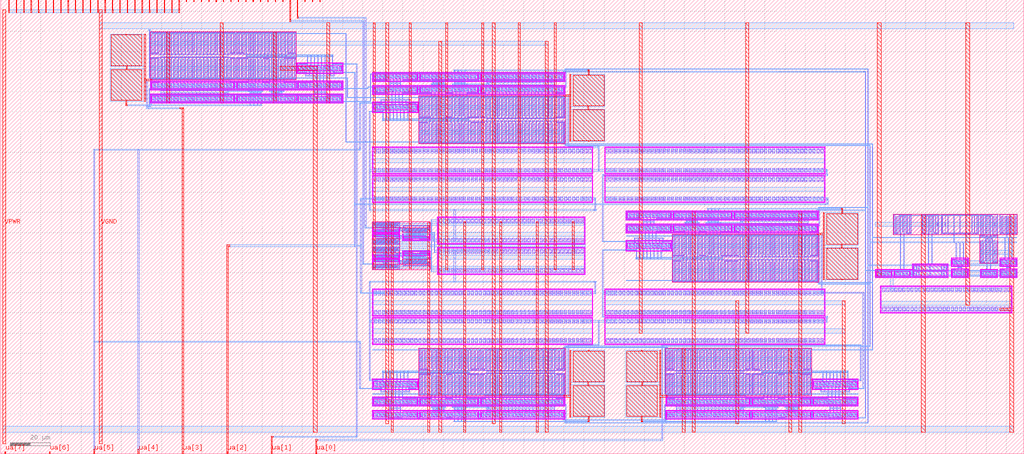
<source format=lef>
VERSION 5.7 ;
  NOWIREEXTENSIONATPIN ON ;
  DIVIDERCHAR "/" ;
  BUSBITCHARS "[]" ;
MACRO tt_um_CktA_InstAmp
  CLASS BLOCK ;
  FOREIGN tt_um_CktA_InstAmp ;
  ORIGIN 0.000 0.000 ;
  SIZE 508.760 BY 225.760 ;
  PIN VGND
    USE GROUND ;
    PORT
      LAYER met4 ;
        RECT 49.000 5.000 50.500 220.760 ;
    END
  END VGND
  PIN VPWR
    USE POWER ;
    PORT
      LAYER met4 ;
        RECT 1.000 5.000 2.500 220.760 ;
    END
  END VPWR
  PIN uo_out[7]
    PORT
      LAYER met4 ;
        RECT 62.870 224.760 63.170 225.760 ;
    END
  END uo_out[7]
  PIN uo_out[6]
    PORT
      LAYER met4 ;
        RECT 66.550 224.760 66.850 225.760 ;
    END
  END uo_out[6]
  PIN uo_out[5]
    PORT
      LAYER met4 ;
        RECT 70.230 224.760 70.530 225.760 ;
    END
  END uo_out[5]
  PIN uo_out[4]
    PORT
      LAYER met4 ;
        RECT 73.910 224.760 74.210 225.760 ;
    END
  END uo_out[4]
  PIN uo_out[3]
    PORT
      LAYER met4 ;
        RECT 77.590 224.760 77.890 225.760 ;
    END
  END uo_out[3]
  PIN uo_out[2]
    PORT
      LAYER met4 ;
        RECT 81.270 224.760 81.570 225.760 ;
    END
  END uo_out[2]
  PIN uo_out[1]
    PORT
      LAYER met4 ;
        RECT 84.950 224.760 85.250 225.760 ;
    END
  END uo_out[1]
  PIN uo_out[0]
    PORT
      LAYER met4 ;
        RECT 88.630 224.760 88.930 225.760 ;
    END
  END uo_out[0]
  PIN uio_out[7]
    PORT
      LAYER met4 ;
        RECT 33.430 224.760 33.730 225.760 ;
    END
  END uio_out[7]
  PIN uio_out[6]
    PORT
      LAYER met4 ;
        RECT 37.110 224.760 37.410 225.760 ;
    END
  END uio_out[6]
  PIN uio_out[5]
    PORT
      LAYER met4 ;
        RECT 40.790 224.760 41.090 225.760 ;
    END
  END uio_out[5]
  PIN uio_out[4]
    PORT
      LAYER met4 ;
        RECT 44.470 224.760 44.770 225.760 ;
    END
  END uio_out[4]
  PIN uio_out[3]
    PORT
      LAYER met4 ;
        RECT 48.150 224.760 48.450 225.760 ;
    END
  END uio_out[3]
  PIN uio_out[2]
    PORT
      LAYER met4 ;
        RECT 51.830 224.760 52.130 225.760 ;
    END
  END uio_out[2]
  PIN uio_out[1]
    PORT
      LAYER met4 ;
        RECT 55.510 224.760 55.810 225.760 ;
    END
  END uio_out[1]
  PIN uio_out[0]
    PORT
      LAYER met4 ;
        RECT 59.190 224.760 59.490 225.760 ;
    END
  END uio_out[0]
  PIN uio_oe[7]
    PORT
      LAYER met4 ;
        RECT 3.990 224.760 4.290 225.760 ;
    END
  END uio_oe[7]
  PIN uio_oe[6]
    PORT
      LAYER met4 ;
        RECT 7.670 224.760 7.970 225.760 ;
    END
  END uio_oe[6]
  PIN uio_oe[5]
    PORT
      LAYER met4 ;
        RECT 11.350 224.760 11.650 225.760 ;
    END
  END uio_oe[5]
  PIN uio_oe[4]
    PORT
      LAYER met4 ;
        RECT 15.030 224.760 15.330 225.760 ;
    END
  END uio_oe[4]
  PIN uio_oe[3]
    PORT
      LAYER met4 ;
        RECT 18.710 224.760 19.010 225.760 ;
    END
  END uio_oe[3]
  PIN uio_oe[2]
    PORT
      LAYER met4 ;
        RECT 22.390 224.760 22.690 225.760 ;
    END
  END uio_oe[2]
  PIN uio_oe[1]
    PORT
      LAYER met4 ;
        RECT 26.070 224.760 26.370 225.760 ;
    END
  END uio_oe[1]
  PIN uio_oe[0]
    PORT
      LAYER met4 ;
        RECT 29.750 224.760 30.050 225.760 ;
    END
  END uio_oe[0]
  PIN uio_in[7]
    PORT
      LAYER met4 ;
        RECT 92.310 224.760 92.610 225.760 ;
    END
  END uio_in[7]
  PIN uio_in[6]
    PORT
      LAYER met4 ;
        RECT 95.990 224.760 96.290 225.760 ;
    END
  END uio_in[6]
  PIN uio_in[5]
    PORT
      LAYER met4 ;
        RECT 99.670 224.760 99.970 225.760 ;
    END
  END uio_in[5]
  PIN uio_in[4]
    PORT
      LAYER met4 ;
        RECT 103.350 224.760 103.650 225.760 ;
    END
  END uio_in[4]
  PIN uio_in[3]
    PORT
      LAYER met4 ;
        RECT 107.030 224.760 107.330 225.760 ;
    END
  END uio_in[3]
  PIN uio_in[2]
    PORT
      LAYER met4 ;
        RECT 110.710 224.760 111.010 225.760 ;
    END
  END uio_in[2]
  PIN uio_in[1]
    PORT
      LAYER met4 ;
        RECT 114.390 224.760 114.690 225.760 ;
    END
  END uio_in[1]
  PIN uio_in[0]
    PORT
      LAYER met4 ;
        RECT 118.070 224.760 118.370 225.760 ;
    END
  END uio_in[0]
  PIN ui_in[7]
    PORT
      LAYER met4 ;
        RECT 121.750 224.760 122.050 225.760 ;
    END
  END ui_in[7]
  PIN ui_in[6]
    PORT
      LAYER met4 ;
        RECT 125.430 224.760 125.730 225.760 ;
    END
  END ui_in[6]
  PIN ui_in[5]
    PORT
      LAYER met4 ;
        RECT 129.110 224.760 129.410 225.760 ;
    END
  END ui_in[5]
  PIN ui_in[4]
    PORT
      LAYER met4 ;
        RECT 132.790 224.760 133.090 225.760 ;
    END
  END ui_in[4]
  PIN ui_in[3]
    PORT
      LAYER met4 ;
        RECT 136.470 224.760 136.770 225.760 ;
    END
  END ui_in[3]
  PIN ui_in[2]
    PORT
      LAYER met4 ;
        RECT 140.150 224.760 140.450 225.760 ;
    END
  END ui_in[2]
  PIN ui_in[1]
    ANTENNAGATEAREA 4.800000 ;
    PORT
      LAYER met4 ;
        RECT 143.830 224.760 144.130 225.760 ;
    END
  END ui_in[1]
  PIN ui_in[0]
    ANTENNAGATEAREA 4.800000 ;
    PORT
      LAYER met4 ;
        RECT 147.510 224.760 147.810 225.760 ;
    END
  END ui_in[0]
  PIN ua[7]
    PORT
      LAYER met4 ;
        RECT 2.000 0.000 2.600 1.000 ;
    END
  END ua[7]
  PIN ua[6]
    PORT
      LAYER met4 ;
        RECT 24.080 0.000 24.680 1.000 ;
    END
  END ua[6]
  PIN ua[5]
    ANTENNAGATEAREA 10.848000 ;
    PORT
      LAYER met4 ;
        RECT 46.160 0.000 46.760 1.000 ;
    END
  END ua[5]
  PIN ua[4]
    ANTENNAGATEAREA 10.848000 ;
    PORT
      LAYER met4 ;
        RECT 68.240 0.000 68.840 1.000 ;
    END
  END ua[4]
  PIN ua[3]
    ANTENNADIFFAREA 66.385201 ;
    PORT
      LAYER met4 ;
        RECT 90.320 0.000 90.920 1.000 ;
    END
  END ua[3]
  PIN ua[2]
    ANTENNAGATEAREA 10.848000 ;
    PORT
      LAYER met4 ;
        RECT 112.400 0.000 113.000 1.000 ;
    END
  END ua[2]
  PIN ua[1]
    ANTENNAGATEAREA 10.848000 ;
    PORT
      LAYER met4 ;
        RECT 134.480 0.000 135.080 1.000 ;
    END
  END ua[1]
  PIN ua[0]
    ANTENNAGATEAREA 10.848000 ;
    ANTENNADIFFAREA 66.385201 ;
    PORT
      LAYER met4 ;
        RECT 156.560 0.000 157.160 1.000 ;
    END
  END ua[0]
  PIN rst_n
    PORT
      LAYER met4 ;
        RECT 151.190 224.760 151.490 225.760 ;
    END
  END rst_n
  PIN ena
    PORT
      LAYER met4 ;
        RECT 158.550 224.760 158.850 225.760 ;
    END
  END ena
  PIN clk
    PORT
      LAYER met4 ;
        RECT 154.870 224.760 155.170 225.760 ;
    END
  END clk
  OBS
      LAYER nwell ;
        RECT 74.280 186.040 147.010 209.775 ;
      LAYER pwell ;
        RECT 147.210 194.085 170.220 194.515 ;
        RECT 147.210 189.340 147.640 194.085 ;
        RECT 147.900 190.455 169.530 192.975 ;
        RECT 169.790 189.340 170.220 194.085 ;
        RECT 147.210 188.910 170.220 189.340 ;
        RECT 184.715 189.285 280.640 189.715 ;
        RECT 184.715 185.485 185.145 189.285 ;
        RECT 185.405 186.125 207.035 188.645 ;
        RECT 207.295 185.485 208.365 189.285 ;
        RECT 208.625 186.125 237.295 188.645 ;
        RECT 237.555 185.485 238.705 189.285 ;
        RECT 238.965 186.125 279.955 188.645 ;
        RECT 280.210 185.485 280.640 189.285 ;
        RECT 74.295 185.005 170.220 185.435 ;
        RECT 184.715 185.055 280.640 185.485 ;
        RECT 74.295 181.205 74.725 185.005 ;
        RECT 74.980 181.845 115.970 184.365 ;
        RECT 116.230 181.205 117.380 185.005 ;
        RECT 117.640 181.845 146.310 184.365 ;
        RECT 146.570 181.205 147.640 185.005 ;
        RECT 147.900 181.845 169.530 184.365 ;
        RECT 169.790 181.205 170.220 185.005 ;
        RECT 74.295 180.775 170.220 181.205 ;
        RECT 184.715 182.800 280.640 183.230 ;
        RECT 184.715 179.000 185.145 182.800 ;
        RECT 185.405 179.640 207.035 182.160 ;
        RECT 207.295 179.000 208.365 182.800 ;
        RECT 208.625 179.640 237.295 182.160 ;
        RECT 237.555 179.000 238.705 182.800 ;
        RECT 238.965 179.640 279.955 182.160 ;
        RECT 280.210 179.000 280.640 182.800 ;
        RECT 74.295 178.520 170.220 178.950 ;
        RECT 184.715 178.570 280.640 179.000 ;
        RECT 74.295 174.720 74.725 178.520 ;
        RECT 74.980 175.360 115.970 177.880 ;
        RECT 116.230 174.720 117.380 178.520 ;
        RECT 117.640 175.360 146.310 177.880 ;
        RECT 146.570 174.720 147.640 178.520 ;
        RECT 147.900 175.360 169.530 177.880 ;
        RECT 169.790 174.720 170.220 178.520 ;
        RECT 74.295 174.290 170.220 174.720 ;
        RECT 184.715 174.665 207.725 175.095 ;
        RECT 184.715 169.920 185.145 174.665 ;
        RECT 185.405 171.030 207.035 173.550 ;
        RECT 207.295 169.920 207.725 174.665 ;
        RECT 184.715 169.490 207.725 169.920 ;
      LAYER nwell ;
        RECT 207.925 154.230 280.655 177.965 ;
      LAYER pwell ;
        RECT 184.715 152.130 294.495 152.560 ;
        RECT 184.715 139.390 185.145 152.130 ;
        RECT 294.065 139.390 294.495 152.130 ;
        RECT 184.715 138.960 294.495 139.390 ;
        RECT 300.250 152.130 410.030 152.560 ;
        RECT 300.250 139.390 300.680 152.130 ;
        RECT 409.600 139.390 410.030 152.130 ;
        RECT 300.250 138.960 410.030 139.390 ;
        RECT 184.715 137.965 294.495 138.395 ;
        RECT 184.715 125.225 185.145 137.965 ;
        RECT 294.065 125.225 294.495 137.965 ;
        RECT 184.715 124.795 294.495 125.225 ;
        RECT 300.250 137.965 410.030 138.395 ;
        RECT 300.250 125.225 300.680 137.965 ;
        RECT 409.600 125.225 410.030 137.965 ;
        RECT 300.250 124.795 410.030 125.225 ;
        RECT 310.785 120.405 406.710 120.835 ;
        RECT 217.040 117.375 290.640 117.805 ;
      LAYER nwell ;
        RECT 184.620 112.445 213.610 115.395 ;
      LAYER pwell ;
        RECT 184.670 109.860 185.100 112.250 ;
        RECT 185.300 110.030 197.850 111.290 ;
        RECT 198.050 109.860 198.480 112.250 ;
      LAYER nwell ;
        RECT 199.700 110.055 213.610 112.445 ;
      LAYER pwell ;
        RECT 184.670 109.430 198.480 109.860 ;
        RECT 184.670 107.040 185.100 109.430 ;
        RECT 185.300 108.000 197.850 109.260 ;
        RECT 198.050 107.040 198.480 109.430 ;
      LAYER nwell ;
        RECT 184.620 99.945 198.530 106.845 ;
      LAYER pwell ;
        RECT 199.750 106.395 200.180 109.485 ;
        RECT 200.380 106.965 212.930 108.225 ;
        RECT 213.130 106.395 213.560 109.485 ;
        RECT 199.750 105.965 213.560 106.395 ;
        RECT 217.040 104.635 217.470 117.375 ;
        RECT 290.210 104.635 290.640 117.375 ;
        RECT 310.785 116.605 311.215 120.405 ;
        RECT 311.475 117.245 333.105 119.765 ;
        RECT 333.365 116.605 334.435 120.405 ;
        RECT 334.695 117.245 363.365 119.765 ;
        RECT 363.625 116.605 364.775 120.405 ;
        RECT 365.035 117.245 406.025 119.765 ;
        RECT 406.280 116.605 406.710 120.405 ;
        RECT 310.785 116.175 406.710 116.605 ;
        RECT 310.785 113.920 406.710 114.350 ;
        RECT 310.785 110.120 311.215 113.920 ;
        RECT 311.475 110.760 333.105 113.280 ;
        RECT 333.365 110.120 334.435 113.920 ;
        RECT 334.695 110.760 363.365 113.280 ;
        RECT 363.625 110.120 364.775 113.920 ;
        RECT 365.035 110.760 406.025 113.280 ;
        RECT 406.280 110.120 406.710 113.920 ;
        RECT 310.785 109.690 406.710 110.120 ;
        RECT 217.040 104.205 290.640 104.635 ;
        RECT 310.785 105.785 333.795 106.215 ;
        RECT 217.040 102.155 290.640 102.585 ;
        RECT 199.750 100.395 213.560 100.825 ;
        RECT 184.670 97.360 185.100 99.750 ;
        RECT 185.300 97.530 197.850 98.790 ;
        RECT 198.050 97.360 198.480 99.750 ;
        RECT 184.670 96.930 198.480 97.360 ;
        RECT 199.750 97.305 200.180 100.395 ;
        RECT 200.380 98.565 212.930 99.825 ;
        RECT 213.130 97.305 213.560 100.395 ;
        RECT 184.670 94.540 185.100 96.930 ;
        RECT 185.300 95.500 197.850 96.760 ;
        RECT 198.050 94.540 198.480 96.930 ;
      LAYER nwell ;
        RECT 199.700 94.345 213.610 96.735 ;
        RECT 184.620 91.395 213.610 94.345 ;
      LAYER pwell ;
        RECT 217.040 89.415 217.470 102.155 ;
        RECT 290.210 89.415 290.640 102.155 ;
        RECT 310.785 101.040 311.215 105.785 ;
        RECT 311.475 102.150 333.105 104.670 ;
        RECT 333.365 101.040 333.795 105.785 ;
        RECT 310.785 100.610 333.795 101.040 ;
        RECT 217.040 88.985 290.640 89.415 ;
      LAYER nwell ;
        RECT 333.995 85.350 406.725 109.085 ;
        RECT 443.895 108.905 505.570 119.205 ;
      LAYER pwell ;
        RECT 472.555 97.015 481.285 97.445 ;
        RECT 453.205 94.045 471.135 94.475 ;
        RECT 453.205 91.805 453.635 94.045 ;
        RECT 434.765 91.375 453.635 91.805 ;
        RECT 434.765 88.035 435.195 91.375 ;
        RECT 435.355 88.575 442.905 90.835 ;
        RECT 443.065 88.035 444.415 91.375 ;
        RECT 444.575 88.575 452.125 90.825 ;
        RECT 434.765 88.030 444.415 88.035 ;
        RECT 452.285 88.035 453.635 91.375 ;
        RECT 453.795 91.245 470.545 93.505 ;
        RECT 453.795 88.575 470.545 90.835 ;
        RECT 470.705 88.035 471.135 94.045 ;
        RECT 472.555 93.415 472.985 97.015 ;
        RECT 473.145 93.955 480.695 96.475 ;
        RECT 480.855 93.415 481.285 97.015 ;
      LAYER nwell ;
        RECT 486.930 94.610 495.840 108.905 ;
      LAYER pwell ;
        RECT 496.750 97.015 505.480 97.445 ;
        RECT 472.555 92.985 481.285 93.415 ;
        RECT 496.750 93.415 497.180 97.015 ;
        RECT 497.340 93.955 504.890 96.475 ;
        RECT 505.050 93.415 505.480 97.015 ;
        RECT 496.750 92.985 505.480 93.415 ;
        RECT 452.285 88.030 471.135 88.035 ;
        RECT 434.765 87.605 471.135 88.030 ;
        RECT 472.555 91.635 481.285 92.065 ;
        RECT 472.555 88.035 472.985 91.635 ;
        RECT 473.145 88.575 480.695 91.095 ;
        RECT 480.855 88.035 481.285 91.635 ;
        RECT 472.555 87.605 481.285 88.035 ;
        RECT 487.020 91.375 495.750 91.805 ;
        RECT 487.020 88.035 487.450 91.375 ;
        RECT 487.610 88.575 495.160 90.835 ;
        RECT 495.320 88.035 495.750 91.375 ;
        RECT 487.020 87.605 495.750 88.035 ;
        RECT 496.750 91.635 505.480 92.065 ;
        RECT 496.750 88.035 497.180 91.635 ;
        RECT 497.340 88.575 504.890 91.095 ;
        RECT 505.050 88.035 505.480 91.635 ;
        RECT 496.750 87.605 505.480 88.035 ;
        RECT 443.985 87.600 452.715 87.605 ;
        RECT 437.335 83.130 503.000 83.560 ;
        RECT 184.715 81.565 294.495 81.995 ;
        RECT 184.715 68.825 185.145 81.565 ;
        RECT 294.065 68.825 294.495 81.565 ;
        RECT 184.715 68.395 294.495 68.825 ;
        RECT 300.250 81.565 410.030 81.995 ;
        RECT 300.250 68.825 300.680 81.565 ;
        RECT 409.600 68.825 410.030 81.565 ;
        RECT 437.335 70.390 437.765 83.130 ;
        RECT 502.570 70.390 503.000 83.130 ;
        RECT 437.335 69.960 503.000 70.390 ;
        RECT 300.250 68.395 410.030 68.825 ;
        RECT 184.715 67.420 294.495 67.850 ;
        RECT 184.715 54.680 185.145 67.420 ;
        RECT 294.065 54.680 294.495 67.420 ;
        RECT 184.715 54.250 294.495 54.680 ;
        RECT 300.250 67.420 410.030 67.850 ;
        RECT 300.250 54.680 300.680 67.420 ;
        RECT 409.600 54.680 410.030 67.420 ;
        RECT 300.250 54.250 410.030 54.680 ;
        RECT 184.715 36.890 207.725 37.320 ;
        RECT 184.715 32.145 185.145 36.890 ;
        RECT 185.405 33.260 207.035 35.780 ;
        RECT 207.295 32.145 207.725 36.890 ;
        RECT 184.715 31.715 207.725 32.145 ;
      LAYER nwell ;
        RECT 207.925 28.845 280.655 52.580 ;
        RECT 330.580 28.845 403.310 52.580 ;
      LAYER pwell ;
        RECT 403.510 36.890 426.520 37.320 ;
        RECT 403.510 32.145 403.940 36.890 ;
        RECT 404.200 33.260 425.830 35.780 ;
        RECT 426.090 32.145 426.520 36.890 ;
        RECT 403.510 31.715 426.520 32.145 ;
        RECT 184.715 27.810 280.640 28.240 ;
        RECT 184.715 24.010 185.145 27.810 ;
        RECT 185.405 24.650 207.035 27.170 ;
        RECT 207.295 24.010 208.365 27.810 ;
        RECT 208.625 24.650 237.295 27.170 ;
        RECT 237.555 24.010 238.705 27.810 ;
        RECT 238.965 24.650 279.955 27.170 ;
        RECT 280.210 24.010 280.640 27.810 ;
        RECT 184.715 23.580 280.640 24.010 ;
        RECT 330.595 27.810 426.520 28.240 ;
        RECT 330.595 24.010 331.025 27.810 ;
        RECT 331.280 24.650 372.270 27.170 ;
        RECT 372.530 24.010 373.680 27.810 ;
        RECT 373.940 24.650 402.610 27.170 ;
        RECT 402.870 24.010 403.940 27.810 ;
        RECT 404.200 24.650 425.830 27.170 ;
        RECT 426.090 24.010 426.520 27.810 ;
        RECT 330.595 23.580 426.520 24.010 ;
        RECT 184.715 21.325 280.640 21.755 ;
        RECT 184.715 17.525 185.145 21.325 ;
        RECT 185.405 18.165 207.035 20.685 ;
        RECT 207.295 17.525 208.365 21.325 ;
        RECT 208.625 18.165 237.295 20.685 ;
        RECT 237.555 17.525 238.705 21.325 ;
        RECT 238.965 18.165 279.955 20.685 ;
        RECT 280.210 17.525 280.640 21.325 ;
        RECT 184.715 17.095 280.640 17.525 ;
        RECT 330.595 21.325 426.520 21.755 ;
        RECT 330.595 17.525 331.025 21.325 ;
        RECT 331.280 18.165 372.270 20.685 ;
        RECT 372.530 17.525 373.680 21.325 ;
        RECT 373.940 18.165 402.610 20.685 ;
        RECT 402.870 17.525 403.940 21.325 ;
        RECT 404.200 18.165 425.830 20.685 ;
        RECT 426.090 17.525 426.520 21.325 ;
        RECT 330.595 17.095 426.520 17.525 ;
      LAYER li1 ;
        RECT 74.400 209.365 116.550 209.655 ;
        RECT 74.400 198.815 74.690 209.365 ;
        RECT 79.010 208.775 80.260 209.105 ;
        RECT 80.770 208.775 82.020 209.105 ;
        RECT 82.530 208.775 83.780 209.105 ;
        RECT 84.290 208.775 85.540 209.105 ;
        RECT 86.050 208.775 87.300 209.105 ;
        RECT 87.810 208.775 89.060 209.105 ;
        RECT 89.570 208.775 90.820 209.105 ;
        RECT 91.330 208.775 92.580 209.105 ;
        RECT 93.090 208.775 94.340 209.105 ;
        RECT 94.850 208.775 96.100 209.105 ;
        RECT 96.610 208.775 97.860 209.105 ;
        RECT 98.370 208.775 99.620 209.105 ;
        RECT 100.130 208.775 101.380 209.105 ;
        RECT 101.890 208.775 103.140 209.105 ;
        RECT 103.650 208.775 104.900 209.105 ;
        RECT 105.410 208.775 106.660 209.105 ;
        RECT 107.170 208.775 108.420 209.105 ;
        RECT 108.930 208.775 110.180 209.105 ;
        RECT 110.690 208.775 111.940 209.105 ;
        RECT 112.450 208.775 113.700 209.105 ;
        RECT 75.150 199.575 75.320 208.605 ;
        RECT 76.030 199.575 76.200 208.605 ;
        RECT 76.910 199.575 77.080 208.605 ;
        RECT 77.790 199.575 77.960 208.605 ;
        RECT 78.670 199.575 78.840 208.605 ;
        RECT 79.550 199.575 79.720 208.605 ;
        RECT 80.430 199.575 80.600 208.605 ;
        RECT 81.310 199.575 81.480 208.605 ;
        RECT 82.190 199.575 82.360 208.605 ;
        RECT 83.070 199.575 83.240 208.605 ;
        RECT 83.950 199.575 84.120 208.605 ;
        RECT 84.830 199.575 85.000 208.605 ;
        RECT 85.710 199.575 85.880 208.605 ;
        RECT 86.590 199.575 86.760 208.605 ;
        RECT 87.470 199.575 87.640 208.605 ;
        RECT 88.350 199.575 88.520 208.605 ;
        RECT 89.230 199.575 89.400 208.605 ;
        RECT 90.110 199.575 90.280 208.605 ;
        RECT 90.990 199.575 91.160 208.605 ;
        RECT 91.870 199.575 92.040 208.605 ;
        RECT 92.750 199.575 92.920 208.605 ;
        RECT 93.630 199.575 93.800 208.605 ;
        RECT 94.510 199.575 94.680 208.605 ;
        RECT 95.390 199.575 95.560 208.605 ;
        RECT 96.270 199.575 96.440 208.605 ;
        RECT 97.150 199.575 97.320 208.605 ;
        RECT 98.030 199.575 98.200 208.605 ;
        RECT 98.910 199.575 99.080 208.605 ;
        RECT 99.790 199.575 99.960 208.605 ;
        RECT 100.670 199.575 100.840 208.605 ;
        RECT 101.550 199.575 101.720 208.605 ;
        RECT 102.430 199.575 102.600 208.605 ;
        RECT 103.310 199.575 103.480 208.605 ;
        RECT 104.190 199.575 104.360 208.605 ;
        RECT 105.070 199.575 105.240 208.605 ;
        RECT 105.950 199.575 106.120 208.605 ;
        RECT 106.830 199.575 107.000 208.605 ;
        RECT 107.710 199.575 107.880 208.605 ;
        RECT 108.590 199.575 108.760 208.605 ;
        RECT 109.470 199.575 109.640 208.605 ;
        RECT 110.350 199.575 110.520 208.605 ;
        RECT 111.230 199.575 111.400 208.605 ;
        RECT 112.110 199.575 112.280 208.605 ;
        RECT 112.990 199.575 113.160 208.605 ;
        RECT 113.870 199.575 114.040 208.605 ;
        RECT 114.750 199.575 114.920 208.605 ;
        RECT 115.630 199.575 115.800 208.605 ;
        RECT 75.490 199.075 76.740 199.405 ;
        RECT 77.250 199.075 78.500 199.405 ;
        RECT 114.210 199.075 115.460 199.405 ;
        RECT 116.260 198.815 116.550 209.365 ;
        RECT 74.400 198.525 116.550 198.815 ;
        RECT 117.060 209.365 146.890 209.655 ;
        RECT 117.060 198.815 117.350 209.365 ;
        RECT 121.670 208.775 122.920 209.105 ;
        RECT 123.430 208.775 124.680 209.105 ;
        RECT 125.190 208.775 126.440 209.105 ;
        RECT 126.950 208.775 128.200 209.105 ;
        RECT 128.710 208.775 129.960 209.105 ;
        RECT 130.470 208.775 131.720 209.105 ;
        RECT 132.230 208.775 133.480 209.105 ;
        RECT 133.990 208.775 135.240 209.105 ;
        RECT 135.750 208.775 137.000 209.105 ;
        RECT 137.510 208.775 138.760 209.105 ;
        RECT 139.270 208.775 140.520 209.105 ;
        RECT 141.030 208.775 142.280 209.105 ;
        RECT 117.810 199.575 117.980 208.605 ;
        RECT 118.690 199.575 118.860 208.605 ;
        RECT 119.570 199.575 119.740 208.605 ;
        RECT 120.450 199.575 120.620 208.605 ;
        RECT 121.330 199.575 121.500 208.605 ;
        RECT 122.210 199.575 122.380 208.605 ;
        RECT 123.090 199.575 123.260 208.605 ;
        RECT 123.970 199.575 124.140 208.605 ;
        RECT 124.850 199.575 125.020 208.605 ;
        RECT 125.730 199.575 125.900 208.605 ;
        RECT 126.610 199.575 126.780 208.605 ;
        RECT 127.490 199.575 127.660 208.605 ;
        RECT 128.370 199.575 128.540 208.605 ;
        RECT 129.250 199.575 129.420 208.605 ;
        RECT 130.130 199.575 130.300 208.605 ;
        RECT 131.010 199.575 131.180 208.605 ;
        RECT 131.890 199.575 132.060 208.605 ;
        RECT 132.770 199.575 132.940 208.605 ;
        RECT 133.650 199.575 133.820 208.605 ;
        RECT 134.530 199.575 134.700 208.605 ;
        RECT 135.410 199.575 135.580 208.605 ;
        RECT 136.290 199.575 136.460 208.605 ;
        RECT 137.170 199.575 137.340 208.605 ;
        RECT 138.050 199.575 138.220 208.605 ;
        RECT 138.930 199.575 139.100 208.605 ;
        RECT 139.810 199.575 139.980 208.605 ;
        RECT 140.690 199.575 140.860 208.605 ;
        RECT 141.570 199.575 141.740 208.605 ;
        RECT 142.450 199.575 142.620 208.605 ;
        RECT 143.330 199.575 143.500 208.605 ;
        RECT 144.210 199.575 144.380 208.605 ;
        RECT 145.090 199.575 145.260 208.605 ;
        RECT 145.970 199.575 146.140 208.605 ;
        RECT 118.150 199.075 119.400 199.405 ;
        RECT 119.910 199.075 121.160 199.405 ;
        RECT 142.790 199.075 144.040 199.405 ;
        RECT 144.550 199.075 145.800 199.405 ;
        RECT 146.600 198.815 146.890 209.365 ;
        RECT 117.060 198.525 146.890 198.815 ;
        RECT 74.400 197.000 116.550 197.290 ;
        RECT 74.400 186.450 74.690 197.000 ;
        RECT 75.490 196.410 76.740 196.740 ;
        RECT 77.250 196.410 78.500 196.740 ;
        RECT 114.210 196.410 115.460 196.740 ;
        RECT 75.150 187.210 75.320 196.240 ;
        RECT 76.030 187.210 76.200 196.240 ;
        RECT 76.910 187.210 77.080 196.240 ;
        RECT 77.790 187.210 77.960 196.240 ;
        RECT 78.670 187.210 78.840 196.240 ;
        RECT 79.550 187.210 79.720 196.240 ;
        RECT 80.430 187.210 80.600 196.240 ;
        RECT 81.310 187.210 81.480 196.240 ;
        RECT 82.190 187.210 82.360 196.240 ;
        RECT 83.070 187.210 83.240 196.240 ;
        RECT 83.950 187.210 84.120 196.240 ;
        RECT 84.830 187.210 85.000 196.240 ;
        RECT 85.710 187.210 85.880 196.240 ;
        RECT 86.590 187.210 86.760 196.240 ;
        RECT 87.470 187.210 87.640 196.240 ;
        RECT 88.350 187.210 88.520 196.240 ;
        RECT 89.230 187.210 89.400 196.240 ;
        RECT 90.110 187.210 90.280 196.240 ;
        RECT 90.990 187.210 91.160 196.240 ;
        RECT 91.870 187.210 92.040 196.240 ;
        RECT 92.750 187.210 92.920 196.240 ;
        RECT 93.630 187.210 93.800 196.240 ;
        RECT 94.510 187.210 94.680 196.240 ;
        RECT 95.390 187.210 95.560 196.240 ;
        RECT 96.270 187.210 96.440 196.240 ;
        RECT 97.150 187.210 97.320 196.240 ;
        RECT 98.030 187.210 98.200 196.240 ;
        RECT 98.910 187.210 99.080 196.240 ;
        RECT 99.790 187.210 99.960 196.240 ;
        RECT 100.670 187.210 100.840 196.240 ;
        RECT 101.550 187.210 101.720 196.240 ;
        RECT 102.430 187.210 102.600 196.240 ;
        RECT 103.310 187.210 103.480 196.240 ;
        RECT 104.190 187.210 104.360 196.240 ;
        RECT 105.070 187.210 105.240 196.240 ;
        RECT 105.950 187.210 106.120 196.240 ;
        RECT 106.830 187.210 107.000 196.240 ;
        RECT 107.710 187.210 107.880 196.240 ;
        RECT 108.590 187.210 108.760 196.240 ;
        RECT 109.470 187.210 109.640 196.240 ;
        RECT 110.350 187.210 110.520 196.240 ;
        RECT 111.230 187.210 111.400 196.240 ;
        RECT 112.110 187.210 112.280 196.240 ;
        RECT 112.990 187.210 113.160 196.240 ;
        RECT 113.870 187.210 114.040 196.240 ;
        RECT 114.750 187.210 114.920 196.240 ;
        RECT 115.630 187.210 115.800 196.240 ;
        RECT 79.010 186.710 80.260 187.040 ;
        RECT 80.770 186.710 82.020 187.040 ;
        RECT 82.530 186.710 83.780 187.040 ;
        RECT 84.290 186.710 85.540 187.040 ;
        RECT 86.050 186.710 87.300 187.040 ;
        RECT 87.810 186.710 89.060 187.040 ;
        RECT 89.570 186.710 90.820 187.040 ;
        RECT 91.330 186.710 92.580 187.040 ;
        RECT 93.090 186.710 94.340 187.040 ;
        RECT 94.850 186.710 96.100 187.040 ;
        RECT 96.610 186.710 97.860 187.040 ;
        RECT 98.370 186.710 99.620 187.040 ;
        RECT 100.130 186.710 101.380 187.040 ;
        RECT 101.890 186.710 103.140 187.040 ;
        RECT 103.650 186.710 104.900 187.040 ;
        RECT 105.410 186.710 106.660 187.040 ;
        RECT 107.170 186.710 108.420 187.040 ;
        RECT 108.930 186.710 110.180 187.040 ;
        RECT 110.690 186.710 111.940 187.040 ;
        RECT 112.450 186.710 113.700 187.040 ;
        RECT 116.260 186.450 116.550 197.000 ;
        RECT 74.400 186.160 116.550 186.450 ;
        RECT 117.060 197.000 146.890 197.290 ;
        RECT 117.060 186.450 117.350 197.000 ;
        RECT 118.150 196.410 119.400 196.740 ;
        RECT 119.910 196.410 121.160 196.740 ;
        RECT 121.670 196.410 122.920 196.740 ;
        RECT 130.470 196.410 131.720 196.740 ;
        RECT 132.230 196.410 133.480 196.740 ;
        RECT 141.030 196.410 142.280 196.740 ;
        RECT 142.790 196.410 144.040 196.740 ;
        RECT 144.550 196.410 145.800 196.740 ;
        RECT 117.810 187.210 117.980 196.240 ;
        RECT 118.690 187.210 118.860 196.240 ;
        RECT 119.570 187.210 119.740 196.240 ;
        RECT 120.450 187.210 120.620 196.240 ;
        RECT 121.330 187.210 121.500 196.240 ;
        RECT 122.210 187.210 122.380 196.240 ;
        RECT 123.090 187.210 123.260 196.240 ;
        RECT 123.970 187.210 124.140 196.240 ;
        RECT 124.850 187.210 125.020 196.240 ;
        RECT 125.730 187.210 125.900 196.240 ;
        RECT 126.610 187.210 126.780 196.240 ;
        RECT 127.490 187.210 127.660 196.240 ;
        RECT 128.370 187.210 128.540 196.240 ;
        RECT 129.250 187.210 129.420 196.240 ;
        RECT 130.130 187.210 130.300 196.240 ;
        RECT 131.010 187.210 131.180 196.240 ;
        RECT 131.890 187.210 132.060 196.240 ;
        RECT 132.770 187.210 132.940 196.240 ;
        RECT 133.650 187.210 133.820 196.240 ;
        RECT 134.530 187.210 134.700 196.240 ;
        RECT 135.410 187.210 135.580 196.240 ;
        RECT 136.290 187.210 136.460 196.240 ;
        RECT 137.170 187.210 137.340 196.240 ;
        RECT 138.050 187.210 138.220 196.240 ;
        RECT 138.930 187.210 139.100 196.240 ;
        RECT 139.810 187.210 139.980 196.240 ;
        RECT 140.690 187.210 140.860 196.240 ;
        RECT 141.570 187.210 141.740 196.240 ;
        RECT 142.450 187.210 142.620 196.240 ;
        RECT 143.330 187.210 143.500 196.240 ;
        RECT 144.210 187.210 144.380 196.240 ;
        RECT 145.090 187.210 145.260 196.240 ;
        RECT 145.970 187.210 146.140 196.240 ;
        RECT 123.430 186.710 124.680 187.040 ;
        RECT 125.190 186.710 126.440 187.040 ;
        RECT 126.950 186.710 128.200 187.040 ;
        RECT 128.710 186.710 129.960 187.040 ;
        RECT 133.990 186.710 135.240 187.040 ;
        RECT 135.750 186.710 137.000 187.040 ;
        RECT 137.510 186.710 138.760 187.040 ;
        RECT 139.270 186.710 140.520 187.040 ;
        RECT 146.600 186.450 146.890 197.000 ;
        RECT 147.340 194.215 170.090 194.385 ;
        RECT 147.340 189.210 147.510 194.215 ;
        RECT 148.410 193.015 149.660 193.345 ;
        RECT 150.170 193.015 151.420 193.345 ;
        RECT 153.690 193.015 154.940 193.345 ;
        RECT 157.210 193.015 158.460 193.345 ;
        RECT 160.730 193.015 161.980 193.345 ;
        RECT 164.250 193.015 165.500 193.345 ;
        RECT 166.010 193.015 167.260 193.345 ;
        RECT 167.770 193.015 169.020 193.345 ;
        RECT 148.070 190.585 148.240 192.845 ;
        RECT 148.950 190.585 149.120 192.845 ;
        RECT 149.830 190.585 150.000 192.845 ;
        RECT 150.710 190.585 150.880 192.845 ;
        RECT 151.590 190.585 151.760 192.845 ;
        RECT 152.470 190.585 152.640 192.845 ;
        RECT 153.350 190.585 153.520 192.845 ;
        RECT 154.230 190.585 154.400 192.845 ;
        RECT 155.110 190.585 155.280 192.845 ;
        RECT 155.990 190.585 156.160 192.845 ;
        RECT 156.870 190.585 157.040 192.845 ;
        RECT 157.750 190.585 157.920 192.845 ;
        RECT 158.630 190.585 158.800 192.845 ;
        RECT 159.510 190.585 159.680 192.845 ;
        RECT 160.390 190.585 160.560 192.845 ;
        RECT 161.270 190.585 161.440 192.845 ;
        RECT 162.150 190.585 162.320 192.845 ;
        RECT 163.030 190.585 163.200 192.845 ;
        RECT 163.910 190.585 164.080 192.845 ;
        RECT 164.790 190.585 164.960 192.845 ;
        RECT 165.670 190.585 165.840 192.845 ;
        RECT 166.550 190.585 166.720 192.845 ;
        RECT 167.430 190.585 167.600 192.845 ;
        RECT 168.310 190.585 168.480 192.845 ;
        RECT 169.190 190.585 169.360 192.845 ;
        RECT 148.410 190.085 149.660 190.415 ;
        RECT 150.170 190.085 151.420 190.415 ;
        RECT 151.930 190.085 153.180 190.415 ;
        RECT 155.450 190.085 156.700 190.415 ;
        RECT 158.970 190.085 160.220 190.415 ;
        RECT 162.490 190.085 163.740 190.415 ;
        RECT 166.010 190.085 167.260 190.415 ;
        RECT 167.770 190.085 169.020 190.415 ;
        RECT 169.920 189.210 170.090 194.215 ;
        RECT 147.340 189.040 170.090 189.210 ;
        RECT 184.845 189.415 207.595 189.585 ;
        RECT 117.060 186.160 146.890 186.450 ;
        RECT 184.845 185.355 185.015 189.415 ;
        RECT 192.955 188.685 194.205 189.015 ;
        RECT 194.715 188.685 195.965 189.015 ;
        RECT 196.475 188.685 197.725 189.015 ;
        RECT 198.235 188.685 199.485 189.015 ;
        RECT 185.575 186.255 185.745 188.515 ;
        RECT 186.455 186.255 186.625 188.515 ;
        RECT 187.335 186.255 187.505 188.515 ;
        RECT 188.215 186.255 188.385 188.515 ;
        RECT 189.095 186.255 189.265 188.515 ;
        RECT 189.975 186.255 190.145 188.515 ;
        RECT 190.855 186.255 191.025 188.515 ;
        RECT 191.735 186.255 191.905 188.515 ;
        RECT 192.615 186.255 192.785 188.515 ;
        RECT 193.495 186.255 193.665 188.515 ;
        RECT 194.375 186.255 194.545 188.515 ;
        RECT 195.255 186.255 195.425 188.515 ;
        RECT 196.135 186.255 196.305 188.515 ;
        RECT 197.015 186.255 197.185 188.515 ;
        RECT 197.895 186.255 198.065 188.515 ;
        RECT 198.775 186.255 198.945 188.515 ;
        RECT 199.655 186.255 199.825 188.515 ;
        RECT 200.535 186.255 200.705 188.515 ;
        RECT 201.415 186.255 201.585 188.515 ;
        RECT 202.295 186.255 202.465 188.515 ;
        RECT 203.175 186.255 203.345 188.515 ;
        RECT 204.055 186.255 204.225 188.515 ;
        RECT 204.935 186.255 205.105 188.515 ;
        RECT 205.815 186.255 205.985 188.515 ;
        RECT 206.695 186.255 206.865 188.515 ;
        RECT 185.915 185.755 187.165 186.085 ;
        RECT 187.675 185.755 188.925 186.085 ;
        RECT 189.435 185.755 190.685 186.085 ;
        RECT 191.195 185.755 192.445 186.085 ;
        RECT 199.995 185.755 201.245 186.085 ;
        RECT 201.755 185.755 203.005 186.085 ;
        RECT 203.515 185.755 204.765 186.085 ;
        RECT 205.275 185.755 206.525 186.085 ;
        RECT 207.425 185.355 207.595 189.415 ;
        RECT 74.425 185.135 116.530 185.305 ;
        RECT 74.425 181.075 74.595 185.135 ;
        RECT 75.490 184.405 76.740 184.735 ;
        RECT 77.250 184.405 78.500 184.735 ;
        RECT 114.210 184.405 115.460 184.735 ;
        RECT 75.150 181.975 75.320 184.235 ;
        RECT 76.030 181.975 76.200 184.235 ;
        RECT 76.910 181.975 77.080 184.235 ;
        RECT 77.790 181.975 77.960 184.235 ;
        RECT 78.670 181.975 78.840 184.235 ;
        RECT 79.550 181.975 79.720 184.235 ;
        RECT 80.430 181.975 80.600 184.235 ;
        RECT 81.310 181.975 81.480 184.235 ;
        RECT 82.190 181.975 82.360 184.235 ;
        RECT 83.070 181.975 83.240 184.235 ;
        RECT 83.950 181.975 84.120 184.235 ;
        RECT 84.830 181.975 85.000 184.235 ;
        RECT 85.710 181.975 85.880 184.235 ;
        RECT 86.590 181.975 86.760 184.235 ;
        RECT 87.470 181.975 87.640 184.235 ;
        RECT 88.350 181.975 88.520 184.235 ;
        RECT 89.230 181.975 89.400 184.235 ;
        RECT 90.110 181.975 90.280 184.235 ;
        RECT 90.990 181.975 91.160 184.235 ;
        RECT 91.870 181.975 92.040 184.235 ;
        RECT 92.750 181.975 92.920 184.235 ;
        RECT 93.630 181.975 93.800 184.235 ;
        RECT 94.510 181.975 94.680 184.235 ;
        RECT 95.390 181.975 95.560 184.235 ;
        RECT 96.270 181.975 96.440 184.235 ;
        RECT 97.150 181.975 97.320 184.235 ;
        RECT 98.030 181.975 98.200 184.235 ;
        RECT 98.910 181.975 99.080 184.235 ;
        RECT 99.790 181.975 99.960 184.235 ;
        RECT 100.670 181.975 100.840 184.235 ;
        RECT 101.550 181.975 101.720 184.235 ;
        RECT 102.430 181.975 102.600 184.235 ;
        RECT 103.310 181.975 103.480 184.235 ;
        RECT 104.190 181.975 104.360 184.235 ;
        RECT 105.070 181.975 105.240 184.235 ;
        RECT 105.950 181.975 106.120 184.235 ;
        RECT 106.830 181.975 107.000 184.235 ;
        RECT 107.710 181.975 107.880 184.235 ;
        RECT 108.590 181.975 108.760 184.235 ;
        RECT 109.470 181.975 109.640 184.235 ;
        RECT 110.350 181.975 110.520 184.235 ;
        RECT 111.230 181.975 111.400 184.235 ;
        RECT 112.110 181.975 112.280 184.235 ;
        RECT 112.990 181.975 113.160 184.235 ;
        RECT 113.870 181.975 114.040 184.235 ;
        RECT 114.750 181.975 114.920 184.235 ;
        RECT 115.630 181.975 115.800 184.235 ;
        RECT 79.010 181.475 80.260 181.805 ;
        RECT 80.770 181.475 82.020 181.805 ;
        RECT 82.530 181.475 83.780 181.805 ;
        RECT 84.290 181.475 85.540 181.805 ;
        RECT 86.050 181.475 87.300 181.805 ;
        RECT 87.810 181.475 89.060 181.805 ;
        RECT 89.570 181.475 90.820 181.805 ;
        RECT 91.330 181.475 92.580 181.805 ;
        RECT 93.090 181.475 94.340 181.805 ;
        RECT 94.850 181.475 96.100 181.805 ;
        RECT 96.610 181.475 97.860 181.805 ;
        RECT 98.370 181.475 99.620 181.805 ;
        RECT 100.130 181.475 101.380 181.805 ;
        RECT 101.890 181.475 103.140 181.805 ;
        RECT 103.650 181.475 104.900 181.805 ;
        RECT 105.410 181.475 106.660 181.805 ;
        RECT 107.170 181.475 108.420 181.805 ;
        RECT 108.930 181.475 110.180 181.805 ;
        RECT 110.690 181.475 111.940 181.805 ;
        RECT 112.450 181.475 113.700 181.805 ;
        RECT 116.360 181.075 116.530 185.135 ;
        RECT 74.425 180.905 116.530 181.075 ;
        RECT 117.080 185.135 146.870 185.305 ;
        RECT 117.080 181.075 117.250 185.135 ;
        RECT 118.150 184.405 119.400 184.735 ;
        RECT 119.910 184.405 121.160 184.735 ;
        RECT 121.670 184.405 122.920 184.735 ;
        RECT 130.470 184.405 131.720 184.735 ;
        RECT 132.230 184.405 133.480 184.735 ;
        RECT 141.030 184.405 142.280 184.735 ;
        RECT 142.790 184.405 144.040 184.735 ;
        RECT 144.550 184.405 145.800 184.735 ;
        RECT 117.810 181.975 117.980 184.235 ;
        RECT 118.690 181.975 118.860 184.235 ;
        RECT 119.570 181.975 119.740 184.235 ;
        RECT 120.450 181.975 120.620 184.235 ;
        RECT 121.330 181.975 121.500 184.235 ;
        RECT 122.210 181.975 122.380 184.235 ;
        RECT 123.090 181.975 123.260 184.235 ;
        RECT 123.970 181.975 124.140 184.235 ;
        RECT 124.850 181.975 125.020 184.235 ;
        RECT 125.730 181.975 125.900 184.235 ;
        RECT 126.610 181.975 126.780 184.235 ;
        RECT 127.490 181.975 127.660 184.235 ;
        RECT 128.370 181.975 128.540 184.235 ;
        RECT 129.250 181.975 129.420 184.235 ;
        RECT 130.130 181.975 130.300 184.235 ;
        RECT 131.010 181.975 131.180 184.235 ;
        RECT 131.890 181.975 132.060 184.235 ;
        RECT 132.770 181.975 132.940 184.235 ;
        RECT 133.650 181.975 133.820 184.235 ;
        RECT 134.530 181.975 134.700 184.235 ;
        RECT 135.410 181.975 135.580 184.235 ;
        RECT 136.290 181.975 136.460 184.235 ;
        RECT 137.170 181.975 137.340 184.235 ;
        RECT 138.050 181.975 138.220 184.235 ;
        RECT 138.930 181.975 139.100 184.235 ;
        RECT 139.810 181.975 139.980 184.235 ;
        RECT 140.690 181.975 140.860 184.235 ;
        RECT 141.570 181.975 141.740 184.235 ;
        RECT 142.450 181.975 142.620 184.235 ;
        RECT 143.330 181.975 143.500 184.235 ;
        RECT 144.210 181.975 144.380 184.235 ;
        RECT 145.090 181.975 145.260 184.235 ;
        RECT 145.970 181.975 146.140 184.235 ;
        RECT 123.430 181.475 124.680 181.805 ;
        RECT 125.190 181.475 126.440 181.805 ;
        RECT 126.950 181.475 128.200 181.805 ;
        RECT 128.710 181.475 129.960 181.805 ;
        RECT 133.990 181.475 135.240 181.805 ;
        RECT 135.750 181.475 137.000 181.805 ;
        RECT 137.510 181.475 138.760 181.805 ;
        RECT 139.270 181.475 140.520 181.805 ;
        RECT 146.700 181.075 146.870 185.135 ;
        RECT 117.080 180.905 146.870 181.075 ;
        RECT 147.340 185.135 170.090 185.305 ;
        RECT 184.845 185.185 207.595 185.355 ;
        RECT 208.065 189.415 237.855 189.585 ;
        RECT 208.065 185.355 208.235 189.415 ;
        RECT 221.455 188.685 222.705 189.015 ;
        RECT 223.215 188.685 224.465 189.015 ;
        RECT 208.795 186.255 208.965 188.515 ;
        RECT 209.675 186.255 209.845 188.515 ;
        RECT 210.555 186.255 210.725 188.515 ;
        RECT 211.435 186.255 211.605 188.515 ;
        RECT 212.315 186.255 212.485 188.515 ;
        RECT 213.195 186.255 213.365 188.515 ;
        RECT 214.075 186.255 214.245 188.515 ;
        RECT 214.955 186.255 215.125 188.515 ;
        RECT 215.835 186.255 216.005 188.515 ;
        RECT 216.715 186.255 216.885 188.515 ;
        RECT 217.595 186.255 217.765 188.515 ;
        RECT 218.475 186.255 218.645 188.515 ;
        RECT 219.355 186.255 219.525 188.515 ;
        RECT 220.235 186.255 220.405 188.515 ;
        RECT 221.115 186.255 221.285 188.515 ;
        RECT 221.995 186.255 222.165 188.515 ;
        RECT 222.875 186.255 223.045 188.515 ;
        RECT 223.755 186.255 223.925 188.515 ;
        RECT 224.635 186.255 224.805 188.515 ;
        RECT 225.515 186.255 225.685 188.515 ;
        RECT 226.395 186.255 226.565 188.515 ;
        RECT 227.275 186.255 227.445 188.515 ;
        RECT 228.155 186.255 228.325 188.515 ;
        RECT 229.035 186.255 229.205 188.515 ;
        RECT 229.915 186.255 230.085 188.515 ;
        RECT 230.795 186.255 230.965 188.515 ;
        RECT 231.675 186.255 231.845 188.515 ;
        RECT 232.555 186.255 232.725 188.515 ;
        RECT 233.435 186.255 233.605 188.515 ;
        RECT 234.315 186.255 234.485 188.515 ;
        RECT 235.195 186.255 235.365 188.515 ;
        RECT 236.075 186.255 236.245 188.515 ;
        RECT 236.955 186.255 237.125 188.515 ;
        RECT 209.135 185.755 210.385 186.085 ;
        RECT 210.895 185.755 212.145 186.085 ;
        RECT 212.655 185.755 213.905 186.085 ;
        RECT 214.415 185.755 215.665 186.085 ;
        RECT 216.175 185.755 217.425 186.085 ;
        RECT 217.935 185.755 219.185 186.085 ;
        RECT 219.695 185.755 220.945 186.085 ;
        RECT 224.975 185.755 226.225 186.085 ;
        RECT 226.735 185.755 227.985 186.085 ;
        RECT 228.495 185.755 229.745 186.085 ;
        RECT 230.255 185.755 231.505 186.085 ;
        RECT 232.015 185.755 233.265 186.085 ;
        RECT 233.775 185.755 235.025 186.085 ;
        RECT 235.535 185.755 236.785 186.085 ;
        RECT 237.685 185.355 237.855 189.415 ;
        RECT 208.065 185.185 237.855 185.355 ;
        RECT 238.405 189.415 280.510 189.585 ;
        RECT 238.405 185.355 238.575 189.415 ;
        RECT 239.135 186.255 239.305 188.515 ;
        RECT 240.015 186.255 240.185 188.515 ;
        RECT 240.895 186.255 241.065 188.515 ;
        RECT 241.775 186.255 241.945 188.515 ;
        RECT 242.655 186.255 242.825 188.515 ;
        RECT 243.535 186.255 243.705 188.515 ;
        RECT 244.415 186.255 244.585 188.515 ;
        RECT 245.295 186.255 245.465 188.515 ;
        RECT 246.175 186.255 246.345 188.515 ;
        RECT 247.055 186.255 247.225 188.515 ;
        RECT 247.935 186.255 248.105 188.515 ;
        RECT 248.815 186.255 248.985 188.515 ;
        RECT 249.695 186.255 249.865 188.515 ;
        RECT 250.575 186.255 250.745 188.515 ;
        RECT 251.455 186.255 251.625 188.515 ;
        RECT 252.335 186.255 252.505 188.515 ;
        RECT 253.215 186.255 253.385 188.515 ;
        RECT 254.095 186.255 254.265 188.515 ;
        RECT 254.975 186.255 255.145 188.515 ;
        RECT 255.855 186.255 256.025 188.515 ;
        RECT 256.735 186.255 256.905 188.515 ;
        RECT 257.615 186.255 257.785 188.515 ;
        RECT 258.495 186.255 258.665 188.515 ;
        RECT 259.375 186.255 259.545 188.515 ;
        RECT 260.255 186.255 260.425 188.515 ;
        RECT 261.135 186.255 261.305 188.515 ;
        RECT 262.015 186.255 262.185 188.515 ;
        RECT 262.895 186.255 263.065 188.515 ;
        RECT 263.775 186.255 263.945 188.515 ;
        RECT 264.655 186.255 264.825 188.515 ;
        RECT 265.535 186.255 265.705 188.515 ;
        RECT 266.415 186.255 266.585 188.515 ;
        RECT 267.295 186.255 267.465 188.515 ;
        RECT 268.175 186.255 268.345 188.515 ;
        RECT 269.055 186.255 269.225 188.515 ;
        RECT 269.935 186.255 270.105 188.515 ;
        RECT 270.815 186.255 270.985 188.515 ;
        RECT 271.695 186.255 271.865 188.515 ;
        RECT 272.575 186.255 272.745 188.515 ;
        RECT 273.455 186.255 273.625 188.515 ;
        RECT 274.335 186.255 274.505 188.515 ;
        RECT 275.215 186.255 275.385 188.515 ;
        RECT 276.095 186.255 276.265 188.515 ;
        RECT 276.975 186.255 277.145 188.515 ;
        RECT 277.855 186.255 278.025 188.515 ;
        RECT 278.735 186.255 278.905 188.515 ;
        RECT 279.615 186.255 279.785 188.515 ;
        RECT 239.475 185.755 240.725 186.085 ;
        RECT 241.235 185.755 242.485 186.085 ;
        RECT 242.995 185.755 244.245 186.085 ;
        RECT 244.755 185.755 246.005 186.085 ;
        RECT 246.515 185.755 247.765 186.085 ;
        RECT 248.275 185.755 249.525 186.085 ;
        RECT 250.035 185.755 251.285 186.085 ;
        RECT 251.795 185.755 253.045 186.085 ;
        RECT 253.555 185.755 254.805 186.085 ;
        RECT 255.315 185.755 256.565 186.085 ;
        RECT 257.075 185.755 258.325 186.085 ;
        RECT 258.835 185.755 260.085 186.085 ;
        RECT 260.595 185.755 261.845 186.085 ;
        RECT 262.355 185.755 263.605 186.085 ;
        RECT 264.115 185.755 265.365 186.085 ;
        RECT 265.875 185.755 267.125 186.085 ;
        RECT 267.635 185.755 268.885 186.085 ;
        RECT 269.395 185.755 270.645 186.085 ;
        RECT 271.155 185.755 272.405 186.085 ;
        RECT 272.915 185.755 274.165 186.085 ;
        RECT 274.675 185.755 275.925 186.085 ;
        RECT 276.435 185.755 277.685 186.085 ;
        RECT 278.195 185.755 279.445 186.085 ;
        RECT 280.340 185.355 280.510 189.415 ;
        RECT 238.405 185.185 280.510 185.355 ;
        RECT 147.340 181.075 147.510 185.135 ;
        RECT 148.410 184.405 149.660 184.735 ;
        RECT 150.170 184.405 151.420 184.735 ;
        RECT 151.930 184.405 153.180 184.735 ;
        RECT 153.690 184.405 154.940 184.735 ;
        RECT 162.490 184.405 163.740 184.735 ;
        RECT 164.250 184.405 165.500 184.735 ;
        RECT 166.010 184.405 167.260 184.735 ;
        RECT 167.770 184.405 169.020 184.735 ;
        RECT 148.070 181.975 148.240 184.235 ;
        RECT 148.950 181.975 149.120 184.235 ;
        RECT 149.830 181.975 150.000 184.235 ;
        RECT 150.710 181.975 150.880 184.235 ;
        RECT 151.590 181.975 151.760 184.235 ;
        RECT 152.470 181.975 152.640 184.235 ;
        RECT 153.350 181.975 153.520 184.235 ;
        RECT 154.230 181.975 154.400 184.235 ;
        RECT 155.110 181.975 155.280 184.235 ;
        RECT 155.990 181.975 156.160 184.235 ;
        RECT 156.870 181.975 157.040 184.235 ;
        RECT 157.750 181.975 157.920 184.235 ;
        RECT 158.630 181.975 158.800 184.235 ;
        RECT 159.510 181.975 159.680 184.235 ;
        RECT 160.390 181.975 160.560 184.235 ;
        RECT 161.270 181.975 161.440 184.235 ;
        RECT 162.150 181.975 162.320 184.235 ;
        RECT 163.030 181.975 163.200 184.235 ;
        RECT 163.910 181.975 164.080 184.235 ;
        RECT 164.790 181.975 164.960 184.235 ;
        RECT 165.670 181.975 165.840 184.235 ;
        RECT 166.550 181.975 166.720 184.235 ;
        RECT 167.430 181.975 167.600 184.235 ;
        RECT 168.310 181.975 168.480 184.235 ;
        RECT 169.190 181.975 169.360 184.235 ;
        RECT 155.450 181.475 156.700 181.805 ;
        RECT 157.210 181.475 158.460 181.805 ;
        RECT 158.970 181.475 160.220 181.805 ;
        RECT 160.730 181.475 161.980 181.805 ;
        RECT 169.920 181.075 170.090 185.135 ;
        RECT 147.340 180.905 170.090 181.075 ;
        RECT 184.845 182.930 207.595 183.100 ;
        RECT 184.845 178.870 185.015 182.930 ;
        RECT 192.955 182.200 194.205 182.530 ;
        RECT 194.715 182.200 195.965 182.530 ;
        RECT 196.475 182.200 197.725 182.530 ;
        RECT 198.235 182.200 199.485 182.530 ;
        RECT 185.575 179.770 185.745 182.030 ;
        RECT 186.455 179.770 186.625 182.030 ;
        RECT 187.335 179.770 187.505 182.030 ;
        RECT 188.215 179.770 188.385 182.030 ;
        RECT 189.095 179.770 189.265 182.030 ;
        RECT 189.975 179.770 190.145 182.030 ;
        RECT 190.855 179.770 191.025 182.030 ;
        RECT 191.735 179.770 191.905 182.030 ;
        RECT 192.615 179.770 192.785 182.030 ;
        RECT 193.495 179.770 193.665 182.030 ;
        RECT 194.375 179.770 194.545 182.030 ;
        RECT 195.255 179.770 195.425 182.030 ;
        RECT 196.135 179.770 196.305 182.030 ;
        RECT 197.015 179.770 197.185 182.030 ;
        RECT 197.895 179.770 198.065 182.030 ;
        RECT 198.775 179.770 198.945 182.030 ;
        RECT 199.655 179.770 199.825 182.030 ;
        RECT 200.535 179.770 200.705 182.030 ;
        RECT 201.415 179.770 201.585 182.030 ;
        RECT 202.295 179.770 202.465 182.030 ;
        RECT 203.175 179.770 203.345 182.030 ;
        RECT 204.055 179.770 204.225 182.030 ;
        RECT 204.935 179.770 205.105 182.030 ;
        RECT 205.815 179.770 205.985 182.030 ;
        RECT 206.695 179.770 206.865 182.030 ;
        RECT 185.915 179.270 187.165 179.600 ;
        RECT 187.675 179.270 188.925 179.600 ;
        RECT 189.435 179.270 190.685 179.600 ;
        RECT 191.195 179.270 192.445 179.600 ;
        RECT 199.995 179.270 201.245 179.600 ;
        RECT 201.755 179.270 203.005 179.600 ;
        RECT 203.515 179.270 204.765 179.600 ;
        RECT 205.275 179.270 206.525 179.600 ;
        RECT 207.425 178.870 207.595 182.930 ;
        RECT 74.425 178.650 116.530 178.820 ;
        RECT 74.425 174.590 74.595 178.650 ;
        RECT 75.490 177.920 76.740 178.250 ;
        RECT 77.250 177.920 78.500 178.250 ;
        RECT 79.010 177.920 80.260 178.250 ;
        RECT 80.770 177.920 82.020 178.250 ;
        RECT 82.530 177.920 83.780 178.250 ;
        RECT 84.290 177.920 85.540 178.250 ;
        RECT 86.050 177.920 87.300 178.250 ;
        RECT 87.810 177.920 89.060 178.250 ;
        RECT 89.570 177.920 90.820 178.250 ;
        RECT 91.330 177.920 92.580 178.250 ;
        RECT 93.090 177.920 94.340 178.250 ;
        RECT 94.850 177.920 96.100 178.250 ;
        RECT 96.610 177.920 97.860 178.250 ;
        RECT 98.370 177.920 99.620 178.250 ;
        RECT 100.130 177.920 101.380 178.250 ;
        RECT 101.890 177.920 103.140 178.250 ;
        RECT 103.650 177.920 104.900 178.250 ;
        RECT 105.410 177.920 106.660 178.250 ;
        RECT 107.170 177.920 108.420 178.250 ;
        RECT 108.930 177.920 110.180 178.250 ;
        RECT 110.690 177.920 111.940 178.250 ;
        RECT 112.450 177.920 113.700 178.250 ;
        RECT 114.210 177.920 115.460 178.250 ;
        RECT 75.150 175.490 75.320 177.750 ;
        RECT 76.030 175.490 76.200 177.750 ;
        RECT 76.910 175.490 77.080 177.750 ;
        RECT 77.790 175.490 77.960 177.750 ;
        RECT 78.670 175.490 78.840 177.750 ;
        RECT 79.550 175.490 79.720 177.750 ;
        RECT 80.430 175.490 80.600 177.750 ;
        RECT 81.310 175.490 81.480 177.750 ;
        RECT 82.190 175.490 82.360 177.750 ;
        RECT 83.070 175.490 83.240 177.750 ;
        RECT 83.950 175.490 84.120 177.750 ;
        RECT 84.830 175.490 85.000 177.750 ;
        RECT 85.710 175.490 85.880 177.750 ;
        RECT 86.590 175.490 86.760 177.750 ;
        RECT 87.470 175.490 87.640 177.750 ;
        RECT 88.350 175.490 88.520 177.750 ;
        RECT 89.230 175.490 89.400 177.750 ;
        RECT 90.110 175.490 90.280 177.750 ;
        RECT 90.990 175.490 91.160 177.750 ;
        RECT 91.870 175.490 92.040 177.750 ;
        RECT 92.750 175.490 92.920 177.750 ;
        RECT 93.630 175.490 93.800 177.750 ;
        RECT 94.510 175.490 94.680 177.750 ;
        RECT 95.390 175.490 95.560 177.750 ;
        RECT 96.270 175.490 96.440 177.750 ;
        RECT 97.150 175.490 97.320 177.750 ;
        RECT 98.030 175.490 98.200 177.750 ;
        RECT 98.910 175.490 99.080 177.750 ;
        RECT 99.790 175.490 99.960 177.750 ;
        RECT 100.670 175.490 100.840 177.750 ;
        RECT 101.550 175.490 101.720 177.750 ;
        RECT 102.430 175.490 102.600 177.750 ;
        RECT 103.310 175.490 103.480 177.750 ;
        RECT 104.190 175.490 104.360 177.750 ;
        RECT 105.070 175.490 105.240 177.750 ;
        RECT 105.950 175.490 106.120 177.750 ;
        RECT 106.830 175.490 107.000 177.750 ;
        RECT 107.710 175.490 107.880 177.750 ;
        RECT 108.590 175.490 108.760 177.750 ;
        RECT 109.470 175.490 109.640 177.750 ;
        RECT 110.350 175.490 110.520 177.750 ;
        RECT 111.230 175.490 111.400 177.750 ;
        RECT 112.110 175.490 112.280 177.750 ;
        RECT 112.990 175.490 113.160 177.750 ;
        RECT 113.870 175.490 114.040 177.750 ;
        RECT 114.750 175.490 114.920 177.750 ;
        RECT 115.630 175.490 115.800 177.750 ;
        RECT 116.360 174.590 116.530 178.650 ;
        RECT 74.425 174.420 116.530 174.590 ;
        RECT 117.080 178.650 146.870 178.820 ;
        RECT 117.080 174.590 117.250 178.650 ;
        RECT 118.150 177.920 119.400 178.250 ;
        RECT 119.910 177.920 121.160 178.250 ;
        RECT 121.670 177.920 122.920 178.250 ;
        RECT 123.430 177.920 124.680 178.250 ;
        RECT 125.190 177.920 126.440 178.250 ;
        RECT 126.950 177.920 128.200 178.250 ;
        RECT 128.710 177.920 129.960 178.250 ;
        RECT 133.990 177.920 135.240 178.250 ;
        RECT 135.750 177.920 137.000 178.250 ;
        RECT 137.510 177.920 138.760 178.250 ;
        RECT 139.270 177.920 140.520 178.250 ;
        RECT 141.030 177.920 142.280 178.250 ;
        RECT 142.790 177.920 144.040 178.250 ;
        RECT 144.550 177.920 145.800 178.250 ;
        RECT 117.810 175.490 117.980 177.750 ;
        RECT 118.690 175.490 118.860 177.750 ;
        RECT 119.570 175.490 119.740 177.750 ;
        RECT 120.450 175.490 120.620 177.750 ;
        RECT 121.330 175.490 121.500 177.750 ;
        RECT 122.210 175.490 122.380 177.750 ;
        RECT 123.090 175.490 123.260 177.750 ;
        RECT 123.970 175.490 124.140 177.750 ;
        RECT 124.850 175.490 125.020 177.750 ;
        RECT 125.730 175.490 125.900 177.750 ;
        RECT 126.610 175.490 126.780 177.750 ;
        RECT 127.490 175.490 127.660 177.750 ;
        RECT 128.370 175.490 128.540 177.750 ;
        RECT 129.250 175.490 129.420 177.750 ;
        RECT 130.130 175.490 130.300 177.750 ;
        RECT 131.010 175.490 131.180 177.750 ;
        RECT 131.890 175.490 132.060 177.750 ;
        RECT 132.770 175.490 132.940 177.750 ;
        RECT 133.650 175.490 133.820 177.750 ;
        RECT 134.530 175.490 134.700 177.750 ;
        RECT 135.410 175.490 135.580 177.750 ;
        RECT 136.290 175.490 136.460 177.750 ;
        RECT 137.170 175.490 137.340 177.750 ;
        RECT 138.050 175.490 138.220 177.750 ;
        RECT 138.930 175.490 139.100 177.750 ;
        RECT 139.810 175.490 139.980 177.750 ;
        RECT 140.690 175.490 140.860 177.750 ;
        RECT 141.570 175.490 141.740 177.750 ;
        RECT 142.450 175.490 142.620 177.750 ;
        RECT 143.330 175.490 143.500 177.750 ;
        RECT 144.210 175.490 144.380 177.750 ;
        RECT 145.090 175.490 145.260 177.750 ;
        RECT 145.970 175.490 146.140 177.750 ;
        RECT 130.470 174.990 131.720 175.320 ;
        RECT 132.230 174.990 133.480 175.320 ;
        RECT 146.700 174.590 146.870 178.650 ;
        RECT 117.080 174.420 146.870 174.590 ;
        RECT 147.340 178.650 170.090 178.820 ;
        RECT 184.845 178.700 207.595 178.870 ;
        RECT 208.065 182.930 237.855 183.100 ;
        RECT 208.065 178.870 208.235 182.930 ;
        RECT 214.415 182.200 215.665 182.530 ;
        RECT 216.175 182.200 217.425 182.530 ;
        RECT 217.935 182.200 219.185 182.530 ;
        RECT 219.695 182.200 220.945 182.530 ;
        RECT 224.975 182.200 226.225 182.530 ;
        RECT 226.735 182.200 227.985 182.530 ;
        RECT 228.495 182.200 229.745 182.530 ;
        RECT 230.255 182.200 231.505 182.530 ;
        RECT 208.795 179.770 208.965 182.030 ;
        RECT 209.675 179.770 209.845 182.030 ;
        RECT 210.555 179.770 210.725 182.030 ;
        RECT 211.435 179.770 211.605 182.030 ;
        RECT 212.315 179.770 212.485 182.030 ;
        RECT 213.195 179.770 213.365 182.030 ;
        RECT 214.075 179.770 214.245 182.030 ;
        RECT 214.955 179.770 215.125 182.030 ;
        RECT 215.835 179.770 216.005 182.030 ;
        RECT 216.715 179.770 216.885 182.030 ;
        RECT 217.595 179.770 217.765 182.030 ;
        RECT 218.475 179.770 218.645 182.030 ;
        RECT 219.355 179.770 219.525 182.030 ;
        RECT 220.235 179.770 220.405 182.030 ;
        RECT 221.115 179.770 221.285 182.030 ;
        RECT 221.995 179.770 222.165 182.030 ;
        RECT 222.875 179.770 223.045 182.030 ;
        RECT 223.755 179.770 223.925 182.030 ;
        RECT 224.635 179.770 224.805 182.030 ;
        RECT 225.515 179.770 225.685 182.030 ;
        RECT 226.395 179.770 226.565 182.030 ;
        RECT 227.275 179.770 227.445 182.030 ;
        RECT 228.155 179.770 228.325 182.030 ;
        RECT 229.035 179.770 229.205 182.030 ;
        RECT 229.915 179.770 230.085 182.030 ;
        RECT 230.795 179.770 230.965 182.030 ;
        RECT 231.675 179.770 231.845 182.030 ;
        RECT 232.555 179.770 232.725 182.030 ;
        RECT 233.435 179.770 233.605 182.030 ;
        RECT 234.315 179.770 234.485 182.030 ;
        RECT 235.195 179.770 235.365 182.030 ;
        RECT 236.075 179.770 236.245 182.030 ;
        RECT 236.955 179.770 237.125 182.030 ;
        RECT 209.135 179.270 210.385 179.600 ;
        RECT 210.895 179.270 212.145 179.600 ;
        RECT 212.655 179.270 213.905 179.600 ;
        RECT 221.455 179.270 222.705 179.600 ;
        RECT 223.215 179.270 224.465 179.600 ;
        RECT 232.015 179.270 233.265 179.600 ;
        RECT 233.775 179.270 235.025 179.600 ;
        RECT 235.535 179.270 236.785 179.600 ;
        RECT 237.685 178.870 237.855 182.930 ;
        RECT 208.065 178.700 237.855 178.870 ;
        RECT 238.405 182.930 280.510 183.100 ;
        RECT 238.405 178.870 238.575 182.930 ;
        RECT 241.235 182.200 242.485 182.530 ;
        RECT 242.995 182.200 244.245 182.530 ;
        RECT 244.755 182.200 246.005 182.530 ;
        RECT 246.515 182.200 247.765 182.530 ;
        RECT 248.275 182.200 249.525 182.530 ;
        RECT 250.035 182.200 251.285 182.530 ;
        RECT 251.795 182.200 253.045 182.530 ;
        RECT 253.555 182.200 254.805 182.530 ;
        RECT 255.315 182.200 256.565 182.530 ;
        RECT 257.075 182.200 258.325 182.530 ;
        RECT 258.835 182.200 260.085 182.530 ;
        RECT 260.595 182.200 261.845 182.530 ;
        RECT 262.355 182.200 263.605 182.530 ;
        RECT 264.115 182.200 265.365 182.530 ;
        RECT 265.875 182.200 267.125 182.530 ;
        RECT 267.635 182.200 268.885 182.530 ;
        RECT 269.395 182.200 270.645 182.530 ;
        RECT 271.155 182.200 272.405 182.530 ;
        RECT 272.915 182.200 274.165 182.530 ;
        RECT 274.675 182.200 275.925 182.530 ;
        RECT 239.135 179.770 239.305 182.030 ;
        RECT 240.015 179.770 240.185 182.030 ;
        RECT 240.895 179.770 241.065 182.030 ;
        RECT 241.775 179.770 241.945 182.030 ;
        RECT 242.655 179.770 242.825 182.030 ;
        RECT 243.535 179.770 243.705 182.030 ;
        RECT 244.415 179.770 244.585 182.030 ;
        RECT 245.295 179.770 245.465 182.030 ;
        RECT 246.175 179.770 246.345 182.030 ;
        RECT 247.055 179.770 247.225 182.030 ;
        RECT 247.935 179.770 248.105 182.030 ;
        RECT 248.815 179.770 248.985 182.030 ;
        RECT 249.695 179.770 249.865 182.030 ;
        RECT 250.575 179.770 250.745 182.030 ;
        RECT 251.455 179.770 251.625 182.030 ;
        RECT 252.335 179.770 252.505 182.030 ;
        RECT 253.215 179.770 253.385 182.030 ;
        RECT 254.095 179.770 254.265 182.030 ;
        RECT 254.975 179.770 255.145 182.030 ;
        RECT 255.855 179.770 256.025 182.030 ;
        RECT 256.735 179.770 256.905 182.030 ;
        RECT 257.615 179.770 257.785 182.030 ;
        RECT 258.495 179.770 258.665 182.030 ;
        RECT 259.375 179.770 259.545 182.030 ;
        RECT 260.255 179.770 260.425 182.030 ;
        RECT 261.135 179.770 261.305 182.030 ;
        RECT 262.015 179.770 262.185 182.030 ;
        RECT 262.895 179.770 263.065 182.030 ;
        RECT 263.775 179.770 263.945 182.030 ;
        RECT 264.655 179.770 264.825 182.030 ;
        RECT 265.535 179.770 265.705 182.030 ;
        RECT 266.415 179.770 266.585 182.030 ;
        RECT 267.295 179.770 267.465 182.030 ;
        RECT 268.175 179.770 268.345 182.030 ;
        RECT 269.055 179.770 269.225 182.030 ;
        RECT 269.935 179.770 270.105 182.030 ;
        RECT 270.815 179.770 270.985 182.030 ;
        RECT 271.695 179.770 271.865 182.030 ;
        RECT 272.575 179.770 272.745 182.030 ;
        RECT 273.455 179.770 273.625 182.030 ;
        RECT 274.335 179.770 274.505 182.030 ;
        RECT 275.215 179.770 275.385 182.030 ;
        RECT 276.095 179.770 276.265 182.030 ;
        RECT 276.975 179.770 277.145 182.030 ;
        RECT 277.855 179.770 278.025 182.030 ;
        RECT 278.735 179.770 278.905 182.030 ;
        RECT 279.615 179.770 279.785 182.030 ;
        RECT 239.475 179.270 240.725 179.600 ;
        RECT 276.435 179.270 277.685 179.600 ;
        RECT 278.195 179.270 279.445 179.600 ;
        RECT 280.340 178.870 280.510 182.930 ;
        RECT 238.405 178.700 280.510 178.870 ;
        RECT 147.340 174.590 147.510 178.650 ;
        RECT 148.410 177.920 149.660 178.250 ;
        RECT 150.170 177.920 151.420 178.250 ;
        RECT 151.930 177.920 153.180 178.250 ;
        RECT 153.690 177.920 154.940 178.250 ;
        RECT 162.490 177.920 163.740 178.250 ;
        RECT 164.250 177.920 165.500 178.250 ;
        RECT 166.010 177.920 167.260 178.250 ;
        RECT 167.770 177.920 169.020 178.250 ;
        RECT 148.070 175.490 148.240 177.750 ;
        RECT 148.950 175.490 149.120 177.750 ;
        RECT 149.830 175.490 150.000 177.750 ;
        RECT 150.710 175.490 150.880 177.750 ;
        RECT 151.590 175.490 151.760 177.750 ;
        RECT 152.470 175.490 152.640 177.750 ;
        RECT 153.350 175.490 153.520 177.750 ;
        RECT 154.230 175.490 154.400 177.750 ;
        RECT 155.110 175.490 155.280 177.750 ;
        RECT 155.990 175.490 156.160 177.750 ;
        RECT 156.870 175.490 157.040 177.750 ;
        RECT 157.750 175.490 157.920 177.750 ;
        RECT 158.630 175.490 158.800 177.750 ;
        RECT 159.510 175.490 159.680 177.750 ;
        RECT 160.390 175.490 160.560 177.750 ;
        RECT 161.270 175.490 161.440 177.750 ;
        RECT 162.150 175.490 162.320 177.750 ;
        RECT 163.030 175.490 163.200 177.750 ;
        RECT 163.910 175.490 164.080 177.750 ;
        RECT 164.790 175.490 164.960 177.750 ;
        RECT 165.670 175.490 165.840 177.750 ;
        RECT 166.550 175.490 166.720 177.750 ;
        RECT 167.430 175.490 167.600 177.750 ;
        RECT 168.310 175.490 168.480 177.750 ;
        RECT 169.190 175.490 169.360 177.750 ;
        RECT 155.450 174.990 156.700 175.320 ;
        RECT 157.210 174.990 158.460 175.320 ;
        RECT 158.970 174.990 160.220 175.320 ;
        RECT 160.730 174.990 161.980 175.320 ;
        RECT 169.920 174.590 170.090 178.650 ;
        RECT 208.045 177.555 237.875 177.845 ;
        RECT 147.340 174.420 170.090 174.590 ;
        RECT 184.845 174.795 207.595 174.965 ;
        RECT 184.845 169.790 185.015 174.795 ;
        RECT 185.915 173.590 187.165 173.920 ;
        RECT 187.675 173.590 188.925 173.920 ;
        RECT 191.195 173.590 192.445 173.920 ;
        RECT 194.715 173.590 195.965 173.920 ;
        RECT 198.235 173.590 199.485 173.920 ;
        RECT 201.755 173.590 203.005 173.920 ;
        RECT 203.515 173.590 204.765 173.920 ;
        RECT 205.275 173.590 206.525 173.920 ;
        RECT 185.575 171.160 185.745 173.420 ;
        RECT 186.455 171.160 186.625 173.420 ;
        RECT 187.335 171.160 187.505 173.420 ;
        RECT 188.215 171.160 188.385 173.420 ;
        RECT 189.095 171.160 189.265 173.420 ;
        RECT 189.975 171.160 190.145 173.420 ;
        RECT 190.855 171.160 191.025 173.420 ;
        RECT 191.735 171.160 191.905 173.420 ;
        RECT 192.615 171.160 192.785 173.420 ;
        RECT 193.495 171.160 193.665 173.420 ;
        RECT 194.375 171.160 194.545 173.420 ;
        RECT 195.255 171.160 195.425 173.420 ;
        RECT 196.135 171.160 196.305 173.420 ;
        RECT 197.015 171.160 197.185 173.420 ;
        RECT 197.895 171.160 198.065 173.420 ;
        RECT 198.775 171.160 198.945 173.420 ;
        RECT 199.655 171.160 199.825 173.420 ;
        RECT 200.535 171.160 200.705 173.420 ;
        RECT 201.415 171.160 201.585 173.420 ;
        RECT 202.295 171.160 202.465 173.420 ;
        RECT 203.175 171.160 203.345 173.420 ;
        RECT 204.055 171.160 204.225 173.420 ;
        RECT 204.935 171.160 205.105 173.420 ;
        RECT 205.815 171.160 205.985 173.420 ;
        RECT 206.695 171.160 206.865 173.420 ;
        RECT 185.915 170.660 187.165 170.990 ;
        RECT 187.675 170.660 188.925 170.990 ;
        RECT 189.435 170.660 190.685 170.990 ;
        RECT 192.955 170.660 194.205 170.990 ;
        RECT 196.475 170.660 197.725 170.990 ;
        RECT 199.995 170.660 201.245 170.990 ;
        RECT 203.515 170.660 204.765 170.990 ;
        RECT 205.275 170.660 206.525 170.990 ;
        RECT 207.425 169.790 207.595 174.795 ;
        RECT 184.845 169.620 207.595 169.790 ;
        RECT 208.045 167.005 208.335 177.555 ;
        RECT 214.415 176.965 215.665 177.295 ;
        RECT 216.175 176.965 217.425 177.295 ;
        RECT 217.935 176.965 219.185 177.295 ;
        RECT 219.695 176.965 220.945 177.295 ;
        RECT 224.975 176.965 226.225 177.295 ;
        RECT 226.735 176.965 227.985 177.295 ;
        RECT 228.495 176.965 229.745 177.295 ;
        RECT 230.255 176.965 231.505 177.295 ;
        RECT 208.795 167.765 208.965 176.795 ;
        RECT 209.675 167.765 209.845 176.795 ;
        RECT 210.555 167.765 210.725 176.795 ;
        RECT 211.435 167.765 211.605 176.795 ;
        RECT 212.315 167.765 212.485 176.795 ;
        RECT 213.195 167.765 213.365 176.795 ;
        RECT 214.075 167.765 214.245 176.795 ;
        RECT 214.955 167.765 215.125 176.795 ;
        RECT 215.835 167.765 216.005 176.795 ;
        RECT 216.715 167.765 216.885 176.795 ;
        RECT 217.595 167.765 217.765 176.795 ;
        RECT 218.475 167.765 218.645 176.795 ;
        RECT 219.355 167.765 219.525 176.795 ;
        RECT 220.235 167.765 220.405 176.795 ;
        RECT 221.115 167.765 221.285 176.795 ;
        RECT 221.995 167.765 222.165 176.795 ;
        RECT 222.875 167.765 223.045 176.795 ;
        RECT 223.755 167.765 223.925 176.795 ;
        RECT 224.635 167.765 224.805 176.795 ;
        RECT 225.515 167.765 225.685 176.795 ;
        RECT 226.395 167.765 226.565 176.795 ;
        RECT 227.275 167.765 227.445 176.795 ;
        RECT 228.155 167.765 228.325 176.795 ;
        RECT 229.035 167.765 229.205 176.795 ;
        RECT 229.915 167.765 230.085 176.795 ;
        RECT 230.795 167.765 230.965 176.795 ;
        RECT 231.675 167.765 231.845 176.795 ;
        RECT 232.555 167.765 232.725 176.795 ;
        RECT 233.435 167.765 233.605 176.795 ;
        RECT 234.315 167.765 234.485 176.795 ;
        RECT 235.195 167.765 235.365 176.795 ;
        RECT 236.075 167.765 236.245 176.795 ;
        RECT 236.955 167.765 237.125 176.795 ;
        RECT 209.135 167.265 210.385 167.595 ;
        RECT 210.895 167.265 212.145 167.595 ;
        RECT 212.655 167.265 213.905 167.595 ;
        RECT 221.455 167.265 222.705 167.595 ;
        RECT 223.215 167.265 224.465 167.595 ;
        RECT 232.015 167.265 233.265 167.595 ;
        RECT 233.775 167.265 235.025 167.595 ;
        RECT 235.535 167.265 236.785 167.595 ;
        RECT 237.585 167.005 237.875 177.555 ;
        RECT 208.045 166.715 237.875 167.005 ;
        RECT 238.385 177.555 280.535 177.845 ;
        RECT 238.385 167.005 238.675 177.555 ;
        RECT 241.235 176.965 242.485 177.295 ;
        RECT 242.995 176.965 244.245 177.295 ;
        RECT 244.755 176.965 246.005 177.295 ;
        RECT 246.515 176.965 247.765 177.295 ;
        RECT 248.275 176.965 249.525 177.295 ;
        RECT 250.035 176.965 251.285 177.295 ;
        RECT 251.795 176.965 253.045 177.295 ;
        RECT 253.555 176.965 254.805 177.295 ;
        RECT 255.315 176.965 256.565 177.295 ;
        RECT 257.075 176.965 258.325 177.295 ;
        RECT 258.835 176.965 260.085 177.295 ;
        RECT 260.595 176.965 261.845 177.295 ;
        RECT 262.355 176.965 263.605 177.295 ;
        RECT 264.115 176.965 265.365 177.295 ;
        RECT 265.875 176.965 267.125 177.295 ;
        RECT 267.635 176.965 268.885 177.295 ;
        RECT 269.395 176.965 270.645 177.295 ;
        RECT 271.155 176.965 272.405 177.295 ;
        RECT 272.915 176.965 274.165 177.295 ;
        RECT 274.675 176.965 275.925 177.295 ;
        RECT 239.135 167.765 239.305 176.795 ;
        RECT 240.015 167.765 240.185 176.795 ;
        RECT 240.895 167.765 241.065 176.795 ;
        RECT 241.775 167.765 241.945 176.795 ;
        RECT 242.655 167.765 242.825 176.795 ;
        RECT 243.535 167.765 243.705 176.795 ;
        RECT 244.415 167.765 244.585 176.795 ;
        RECT 245.295 167.765 245.465 176.795 ;
        RECT 246.175 167.765 246.345 176.795 ;
        RECT 247.055 167.765 247.225 176.795 ;
        RECT 247.935 167.765 248.105 176.795 ;
        RECT 248.815 167.765 248.985 176.795 ;
        RECT 249.695 167.765 249.865 176.795 ;
        RECT 250.575 167.765 250.745 176.795 ;
        RECT 251.455 167.765 251.625 176.795 ;
        RECT 252.335 167.765 252.505 176.795 ;
        RECT 253.215 167.765 253.385 176.795 ;
        RECT 254.095 167.765 254.265 176.795 ;
        RECT 254.975 167.765 255.145 176.795 ;
        RECT 255.855 167.765 256.025 176.795 ;
        RECT 256.735 167.765 256.905 176.795 ;
        RECT 257.615 167.765 257.785 176.795 ;
        RECT 258.495 167.765 258.665 176.795 ;
        RECT 259.375 167.765 259.545 176.795 ;
        RECT 260.255 167.765 260.425 176.795 ;
        RECT 261.135 167.765 261.305 176.795 ;
        RECT 262.015 167.765 262.185 176.795 ;
        RECT 262.895 167.765 263.065 176.795 ;
        RECT 263.775 167.765 263.945 176.795 ;
        RECT 264.655 167.765 264.825 176.795 ;
        RECT 265.535 167.765 265.705 176.795 ;
        RECT 266.415 167.765 266.585 176.795 ;
        RECT 267.295 167.765 267.465 176.795 ;
        RECT 268.175 167.765 268.345 176.795 ;
        RECT 269.055 167.765 269.225 176.795 ;
        RECT 269.935 167.765 270.105 176.795 ;
        RECT 270.815 167.765 270.985 176.795 ;
        RECT 271.695 167.765 271.865 176.795 ;
        RECT 272.575 167.765 272.745 176.795 ;
        RECT 273.455 167.765 273.625 176.795 ;
        RECT 274.335 167.765 274.505 176.795 ;
        RECT 275.215 167.765 275.385 176.795 ;
        RECT 276.095 167.765 276.265 176.795 ;
        RECT 276.975 167.765 277.145 176.795 ;
        RECT 277.855 167.765 278.025 176.795 ;
        RECT 278.735 167.765 278.905 176.795 ;
        RECT 279.615 167.765 279.785 176.795 ;
        RECT 239.475 167.265 240.725 167.595 ;
        RECT 276.435 167.265 277.685 167.595 ;
        RECT 278.195 167.265 279.445 167.595 ;
        RECT 280.245 167.005 280.535 177.555 ;
        RECT 238.385 166.715 280.535 167.005 ;
        RECT 208.045 165.190 237.875 165.480 ;
        RECT 208.045 154.640 208.335 165.190 ;
        RECT 209.135 164.600 210.385 164.930 ;
        RECT 210.895 164.600 212.145 164.930 ;
        RECT 233.775 164.600 235.025 164.930 ;
        RECT 235.535 164.600 236.785 164.930 ;
        RECT 208.795 155.400 208.965 164.430 ;
        RECT 209.675 155.400 209.845 164.430 ;
        RECT 210.555 155.400 210.725 164.430 ;
        RECT 211.435 155.400 211.605 164.430 ;
        RECT 212.315 155.400 212.485 164.430 ;
        RECT 213.195 155.400 213.365 164.430 ;
        RECT 214.075 155.400 214.245 164.430 ;
        RECT 214.955 155.400 215.125 164.430 ;
        RECT 215.835 155.400 216.005 164.430 ;
        RECT 216.715 155.400 216.885 164.430 ;
        RECT 217.595 155.400 217.765 164.430 ;
        RECT 218.475 155.400 218.645 164.430 ;
        RECT 219.355 155.400 219.525 164.430 ;
        RECT 220.235 155.400 220.405 164.430 ;
        RECT 221.115 155.400 221.285 164.430 ;
        RECT 221.995 155.400 222.165 164.430 ;
        RECT 222.875 155.400 223.045 164.430 ;
        RECT 223.755 155.400 223.925 164.430 ;
        RECT 224.635 155.400 224.805 164.430 ;
        RECT 225.515 155.400 225.685 164.430 ;
        RECT 226.395 155.400 226.565 164.430 ;
        RECT 227.275 155.400 227.445 164.430 ;
        RECT 228.155 155.400 228.325 164.430 ;
        RECT 229.035 155.400 229.205 164.430 ;
        RECT 229.915 155.400 230.085 164.430 ;
        RECT 230.795 155.400 230.965 164.430 ;
        RECT 231.675 155.400 231.845 164.430 ;
        RECT 232.555 155.400 232.725 164.430 ;
        RECT 233.435 155.400 233.605 164.430 ;
        RECT 234.315 155.400 234.485 164.430 ;
        RECT 235.195 155.400 235.365 164.430 ;
        RECT 236.075 155.400 236.245 164.430 ;
        RECT 236.955 155.400 237.125 164.430 ;
        RECT 212.655 154.900 213.905 155.230 ;
        RECT 214.415 154.900 215.665 155.230 ;
        RECT 216.175 154.900 217.425 155.230 ;
        RECT 217.935 154.900 219.185 155.230 ;
        RECT 219.695 154.900 220.945 155.230 ;
        RECT 221.455 154.900 222.705 155.230 ;
        RECT 223.215 154.900 224.465 155.230 ;
        RECT 224.975 154.900 226.225 155.230 ;
        RECT 226.735 154.900 227.985 155.230 ;
        RECT 228.495 154.900 229.745 155.230 ;
        RECT 230.255 154.900 231.505 155.230 ;
        RECT 232.015 154.900 233.265 155.230 ;
        RECT 237.585 154.640 237.875 165.190 ;
        RECT 208.045 154.350 237.875 154.640 ;
        RECT 238.385 165.190 280.535 165.480 ;
        RECT 238.385 154.640 238.675 165.190 ;
        RECT 239.475 164.600 240.725 164.930 ;
        RECT 276.435 164.600 277.685 164.930 ;
        RECT 278.195 164.600 279.445 164.930 ;
        RECT 239.135 155.400 239.305 164.430 ;
        RECT 240.015 155.400 240.185 164.430 ;
        RECT 240.895 155.400 241.065 164.430 ;
        RECT 241.775 155.400 241.945 164.430 ;
        RECT 242.655 155.400 242.825 164.430 ;
        RECT 243.535 155.400 243.705 164.430 ;
        RECT 244.415 155.400 244.585 164.430 ;
        RECT 245.295 155.400 245.465 164.430 ;
        RECT 246.175 155.400 246.345 164.430 ;
        RECT 247.055 155.400 247.225 164.430 ;
        RECT 247.935 155.400 248.105 164.430 ;
        RECT 248.815 155.400 248.985 164.430 ;
        RECT 249.695 155.400 249.865 164.430 ;
        RECT 250.575 155.400 250.745 164.430 ;
        RECT 251.455 155.400 251.625 164.430 ;
        RECT 252.335 155.400 252.505 164.430 ;
        RECT 253.215 155.400 253.385 164.430 ;
        RECT 254.095 155.400 254.265 164.430 ;
        RECT 254.975 155.400 255.145 164.430 ;
        RECT 255.855 155.400 256.025 164.430 ;
        RECT 256.735 155.400 256.905 164.430 ;
        RECT 257.615 155.400 257.785 164.430 ;
        RECT 258.495 155.400 258.665 164.430 ;
        RECT 259.375 155.400 259.545 164.430 ;
        RECT 260.255 155.400 260.425 164.430 ;
        RECT 261.135 155.400 261.305 164.430 ;
        RECT 262.015 155.400 262.185 164.430 ;
        RECT 262.895 155.400 263.065 164.430 ;
        RECT 263.775 155.400 263.945 164.430 ;
        RECT 264.655 155.400 264.825 164.430 ;
        RECT 265.535 155.400 265.705 164.430 ;
        RECT 266.415 155.400 266.585 164.430 ;
        RECT 267.295 155.400 267.465 164.430 ;
        RECT 268.175 155.400 268.345 164.430 ;
        RECT 269.055 155.400 269.225 164.430 ;
        RECT 269.935 155.400 270.105 164.430 ;
        RECT 270.815 155.400 270.985 164.430 ;
        RECT 271.695 155.400 271.865 164.430 ;
        RECT 272.575 155.400 272.745 164.430 ;
        RECT 273.455 155.400 273.625 164.430 ;
        RECT 274.335 155.400 274.505 164.430 ;
        RECT 275.215 155.400 275.385 164.430 ;
        RECT 276.095 155.400 276.265 164.430 ;
        RECT 276.975 155.400 277.145 164.430 ;
        RECT 277.855 155.400 278.025 164.430 ;
        RECT 278.735 155.400 278.905 164.430 ;
        RECT 279.615 155.400 279.785 164.430 ;
        RECT 241.235 154.900 242.485 155.230 ;
        RECT 242.995 154.900 244.245 155.230 ;
        RECT 244.755 154.900 246.005 155.230 ;
        RECT 246.515 154.900 247.765 155.230 ;
        RECT 248.275 154.900 249.525 155.230 ;
        RECT 250.035 154.900 251.285 155.230 ;
        RECT 251.795 154.900 253.045 155.230 ;
        RECT 253.555 154.900 254.805 155.230 ;
        RECT 255.315 154.900 256.565 155.230 ;
        RECT 257.075 154.900 258.325 155.230 ;
        RECT 258.835 154.900 260.085 155.230 ;
        RECT 260.595 154.900 261.845 155.230 ;
        RECT 262.355 154.900 263.605 155.230 ;
        RECT 264.115 154.900 265.365 155.230 ;
        RECT 265.875 154.900 267.125 155.230 ;
        RECT 267.635 154.900 268.885 155.230 ;
        RECT 269.395 154.900 270.645 155.230 ;
        RECT 271.155 154.900 272.405 155.230 ;
        RECT 272.915 154.900 274.165 155.230 ;
        RECT 274.675 154.900 275.925 155.230 ;
        RECT 280.245 154.640 280.535 165.190 ;
        RECT 238.385 154.350 280.535 154.640 ;
        RECT 184.845 152.260 294.365 152.430 ;
        RECT 184.845 151.060 185.015 152.260 ;
        RECT 185.635 151.060 187.045 151.640 ;
        RECT 187.645 151.060 189.055 151.640 ;
        RECT 184.845 150.060 189.055 151.060 ;
        RECT 184.845 141.465 185.015 150.060 ;
        RECT 185.635 149.480 187.045 150.060 ;
        RECT 187.645 149.480 189.055 150.060 ;
        RECT 189.655 149.480 191.065 151.640 ;
        RECT 191.665 149.480 193.075 151.640 ;
        RECT 193.675 149.480 195.085 151.640 ;
        RECT 195.685 149.480 197.095 151.640 ;
        RECT 197.695 149.480 199.105 151.640 ;
        RECT 199.705 149.480 201.115 151.640 ;
        RECT 201.715 149.480 203.125 151.640 ;
        RECT 203.725 149.480 205.135 151.640 ;
        RECT 205.735 149.480 207.145 151.640 ;
        RECT 207.745 149.480 209.155 151.640 ;
        RECT 209.755 149.480 211.165 151.640 ;
        RECT 211.765 149.480 213.175 151.640 ;
        RECT 213.775 149.480 215.185 151.640 ;
        RECT 215.785 149.480 217.195 151.640 ;
        RECT 217.795 149.480 219.205 151.640 ;
        RECT 219.805 149.480 221.215 151.640 ;
        RECT 221.815 149.480 223.225 151.640 ;
        RECT 223.825 149.480 225.235 151.640 ;
        RECT 225.835 149.480 227.245 151.640 ;
        RECT 227.845 149.480 229.255 151.640 ;
        RECT 229.855 149.480 231.265 151.640 ;
        RECT 231.865 149.480 233.275 151.640 ;
        RECT 233.875 149.480 235.285 151.640 ;
        RECT 235.885 149.480 237.295 151.640 ;
        RECT 237.895 149.480 239.305 151.640 ;
        RECT 239.905 149.480 241.315 151.640 ;
        RECT 241.915 149.480 243.325 151.640 ;
        RECT 243.925 149.480 245.335 151.640 ;
        RECT 245.935 149.480 247.345 151.640 ;
        RECT 247.945 149.480 249.355 151.640 ;
        RECT 249.955 149.480 251.365 151.640 ;
        RECT 251.965 149.480 253.375 151.640 ;
        RECT 253.975 149.480 255.385 151.640 ;
        RECT 255.985 149.480 257.395 151.640 ;
        RECT 257.995 149.480 259.405 151.640 ;
        RECT 260.005 149.480 261.415 151.640 ;
        RECT 262.015 149.480 263.425 151.640 ;
        RECT 264.025 149.480 265.435 151.640 ;
        RECT 266.035 149.480 267.445 151.640 ;
        RECT 268.045 149.480 269.455 151.640 ;
        RECT 270.055 149.480 271.465 151.640 ;
        RECT 272.065 149.480 273.475 151.640 ;
        RECT 274.075 149.480 275.485 151.640 ;
        RECT 276.085 149.480 277.495 151.640 ;
        RECT 278.095 149.480 279.505 151.640 ;
        RECT 280.105 149.480 281.515 151.640 ;
        RECT 282.115 149.480 283.525 151.640 ;
        RECT 284.125 149.480 285.535 151.640 ;
        RECT 286.135 149.480 287.545 151.640 ;
        RECT 288.145 149.480 289.555 151.640 ;
        RECT 290.155 151.060 291.565 151.640 ;
        RECT 292.165 151.060 293.575 151.640 ;
        RECT 294.195 151.060 294.365 152.260 ;
        RECT 290.155 150.060 294.365 151.060 ;
        RECT 290.155 149.480 291.565 150.060 ;
        RECT 292.165 149.480 293.575 150.060 ;
        RECT 185.635 141.465 187.045 142.040 ;
        RECT 187.645 141.465 189.055 142.040 ;
        RECT 184.845 140.465 189.055 141.465 ;
        RECT 184.845 139.260 185.015 140.465 ;
        RECT 185.635 139.880 187.045 140.465 ;
        RECT 187.645 139.880 189.055 140.465 ;
        RECT 189.655 139.880 191.065 142.040 ;
        RECT 191.665 139.880 193.075 142.040 ;
        RECT 193.675 139.880 195.085 142.040 ;
        RECT 195.685 139.880 197.095 142.040 ;
        RECT 197.695 139.880 199.105 142.040 ;
        RECT 199.705 139.880 201.115 142.040 ;
        RECT 201.715 139.880 203.125 142.040 ;
        RECT 203.725 139.880 205.135 142.040 ;
        RECT 205.735 139.880 207.145 142.040 ;
        RECT 207.745 139.880 209.155 142.040 ;
        RECT 209.755 139.880 211.165 142.040 ;
        RECT 211.765 139.880 213.175 142.040 ;
        RECT 213.775 139.880 215.185 142.040 ;
        RECT 215.785 139.880 217.195 142.040 ;
        RECT 217.795 139.880 219.205 142.040 ;
        RECT 219.805 139.880 221.215 142.040 ;
        RECT 221.815 139.880 223.225 142.040 ;
        RECT 223.825 139.880 225.235 142.040 ;
        RECT 225.835 139.880 227.245 142.040 ;
        RECT 227.845 139.880 229.255 142.040 ;
        RECT 229.855 139.880 231.265 142.040 ;
        RECT 231.865 139.880 233.275 142.040 ;
        RECT 233.875 139.880 235.285 142.040 ;
        RECT 235.885 139.880 237.295 142.040 ;
        RECT 237.895 139.880 239.305 142.040 ;
        RECT 239.905 139.880 241.315 142.040 ;
        RECT 241.915 139.880 243.325 142.040 ;
        RECT 243.925 139.880 245.335 142.040 ;
        RECT 245.935 139.880 247.345 142.040 ;
        RECT 247.945 139.880 249.355 142.040 ;
        RECT 249.955 139.880 251.365 142.040 ;
        RECT 251.965 139.880 253.375 142.040 ;
        RECT 253.975 139.880 255.385 142.040 ;
        RECT 255.985 139.880 257.395 142.040 ;
        RECT 257.995 139.880 259.405 142.040 ;
        RECT 260.005 139.880 261.415 142.040 ;
        RECT 262.015 139.880 263.425 142.040 ;
        RECT 264.025 139.880 265.435 142.040 ;
        RECT 266.035 139.880 267.445 142.040 ;
        RECT 268.045 139.880 269.455 142.040 ;
        RECT 270.055 139.880 271.465 142.040 ;
        RECT 272.065 139.880 273.475 142.040 ;
        RECT 274.075 139.880 275.485 142.040 ;
        RECT 276.085 139.880 277.495 142.040 ;
        RECT 278.095 139.880 279.505 142.040 ;
        RECT 280.105 139.880 281.515 142.040 ;
        RECT 282.115 139.880 283.525 142.040 ;
        RECT 284.125 139.880 285.535 142.040 ;
        RECT 286.135 139.880 287.545 142.040 ;
        RECT 288.145 139.880 289.555 142.040 ;
        RECT 290.155 141.465 291.565 142.040 ;
        RECT 292.165 141.465 293.575 142.040 ;
        RECT 294.195 141.465 294.365 150.060 ;
        RECT 290.155 140.465 294.365 141.465 ;
        RECT 290.155 139.880 291.565 140.465 ;
        RECT 292.165 139.880 293.575 140.465 ;
        RECT 294.195 139.260 294.365 140.465 ;
        RECT 184.845 139.090 294.365 139.260 ;
        RECT 300.380 152.260 409.900 152.430 ;
        RECT 300.380 151.060 300.550 152.260 ;
        RECT 301.170 151.060 302.580 151.640 ;
        RECT 303.180 151.060 304.590 151.640 ;
        RECT 300.380 150.060 304.590 151.060 ;
        RECT 300.380 141.465 300.550 150.060 ;
        RECT 301.170 149.480 302.580 150.060 ;
        RECT 303.180 149.480 304.590 150.060 ;
        RECT 305.190 149.480 306.600 151.640 ;
        RECT 307.200 149.480 308.610 151.640 ;
        RECT 309.210 149.480 310.620 151.640 ;
        RECT 311.220 149.480 312.630 151.640 ;
        RECT 313.230 149.480 314.640 151.640 ;
        RECT 315.240 149.480 316.650 151.640 ;
        RECT 317.250 149.480 318.660 151.640 ;
        RECT 319.260 149.480 320.670 151.640 ;
        RECT 321.270 149.480 322.680 151.640 ;
        RECT 323.280 149.480 324.690 151.640 ;
        RECT 325.290 149.480 326.700 151.640 ;
        RECT 327.300 149.480 328.710 151.640 ;
        RECT 329.310 149.480 330.720 151.640 ;
        RECT 331.320 149.480 332.730 151.640 ;
        RECT 333.330 149.480 334.740 151.640 ;
        RECT 335.340 149.480 336.750 151.640 ;
        RECT 337.350 149.480 338.760 151.640 ;
        RECT 339.360 149.480 340.770 151.640 ;
        RECT 341.370 149.480 342.780 151.640 ;
        RECT 343.380 149.480 344.790 151.640 ;
        RECT 345.390 149.480 346.800 151.640 ;
        RECT 347.400 149.480 348.810 151.640 ;
        RECT 349.410 149.480 350.820 151.640 ;
        RECT 351.420 149.480 352.830 151.640 ;
        RECT 353.430 149.480 354.840 151.640 ;
        RECT 355.440 149.480 356.850 151.640 ;
        RECT 357.450 149.480 358.860 151.640 ;
        RECT 359.460 149.480 360.870 151.640 ;
        RECT 361.470 149.480 362.880 151.640 ;
        RECT 363.480 149.480 364.890 151.640 ;
        RECT 365.490 149.480 366.900 151.640 ;
        RECT 367.500 149.480 368.910 151.640 ;
        RECT 369.510 149.480 370.920 151.640 ;
        RECT 371.520 149.480 372.930 151.640 ;
        RECT 373.530 149.480 374.940 151.640 ;
        RECT 375.540 149.480 376.950 151.640 ;
        RECT 377.550 149.480 378.960 151.640 ;
        RECT 379.560 149.480 380.970 151.640 ;
        RECT 381.570 149.480 382.980 151.640 ;
        RECT 383.580 149.480 384.990 151.640 ;
        RECT 385.590 149.480 387.000 151.640 ;
        RECT 387.600 149.480 389.010 151.640 ;
        RECT 389.610 149.480 391.020 151.640 ;
        RECT 391.620 149.480 393.030 151.640 ;
        RECT 393.630 149.480 395.040 151.640 ;
        RECT 395.640 149.480 397.050 151.640 ;
        RECT 397.650 149.480 399.060 151.640 ;
        RECT 399.660 149.480 401.070 151.640 ;
        RECT 401.670 149.480 403.080 151.640 ;
        RECT 403.680 149.480 405.090 151.640 ;
        RECT 405.690 151.060 407.100 151.640 ;
        RECT 407.700 151.060 409.110 151.640 ;
        RECT 409.730 151.060 409.900 152.260 ;
        RECT 405.690 150.060 409.900 151.060 ;
        RECT 405.690 149.480 407.100 150.060 ;
        RECT 407.700 149.480 409.110 150.060 ;
        RECT 301.170 141.465 302.580 142.040 ;
        RECT 303.180 141.465 304.590 142.040 ;
        RECT 300.380 140.465 304.590 141.465 ;
        RECT 300.380 139.260 300.550 140.465 ;
        RECT 301.170 139.880 302.580 140.465 ;
        RECT 303.180 139.880 304.590 140.465 ;
        RECT 305.190 139.880 306.600 142.040 ;
        RECT 307.200 139.880 308.610 142.040 ;
        RECT 309.210 139.880 310.620 142.040 ;
        RECT 311.220 139.880 312.630 142.040 ;
        RECT 313.230 139.880 314.640 142.040 ;
        RECT 315.240 139.880 316.650 142.040 ;
        RECT 317.250 139.880 318.660 142.040 ;
        RECT 319.260 139.880 320.670 142.040 ;
        RECT 321.270 139.880 322.680 142.040 ;
        RECT 323.280 139.880 324.690 142.040 ;
        RECT 325.290 139.880 326.700 142.040 ;
        RECT 327.300 139.880 328.710 142.040 ;
        RECT 329.310 139.880 330.720 142.040 ;
        RECT 331.320 139.880 332.730 142.040 ;
        RECT 333.330 139.880 334.740 142.040 ;
        RECT 335.340 139.880 336.750 142.040 ;
        RECT 337.350 139.880 338.760 142.040 ;
        RECT 339.360 139.880 340.770 142.040 ;
        RECT 341.370 139.880 342.780 142.040 ;
        RECT 343.380 139.880 344.790 142.040 ;
        RECT 345.390 139.880 346.800 142.040 ;
        RECT 347.400 139.880 348.810 142.040 ;
        RECT 349.410 139.880 350.820 142.040 ;
        RECT 351.420 139.880 352.830 142.040 ;
        RECT 353.430 139.880 354.840 142.040 ;
        RECT 355.440 139.880 356.850 142.040 ;
        RECT 357.450 139.880 358.860 142.040 ;
        RECT 359.460 139.880 360.870 142.040 ;
        RECT 361.470 139.880 362.880 142.040 ;
        RECT 363.480 139.880 364.890 142.040 ;
        RECT 365.490 139.880 366.900 142.040 ;
        RECT 367.500 139.880 368.910 142.040 ;
        RECT 369.510 139.880 370.920 142.040 ;
        RECT 371.520 139.880 372.930 142.040 ;
        RECT 373.530 139.880 374.940 142.040 ;
        RECT 375.540 139.880 376.950 142.040 ;
        RECT 377.550 139.880 378.960 142.040 ;
        RECT 379.560 139.880 380.970 142.040 ;
        RECT 381.570 139.880 382.980 142.040 ;
        RECT 383.580 139.880 384.990 142.040 ;
        RECT 385.590 139.880 387.000 142.040 ;
        RECT 387.600 139.880 389.010 142.040 ;
        RECT 389.610 139.880 391.020 142.040 ;
        RECT 391.620 139.880 393.030 142.040 ;
        RECT 393.630 139.880 395.040 142.040 ;
        RECT 395.640 139.880 397.050 142.040 ;
        RECT 397.650 139.880 399.060 142.040 ;
        RECT 399.660 139.880 401.070 142.040 ;
        RECT 401.670 139.880 403.080 142.040 ;
        RECT 403.680 139.880 405.090 142.040 ;
        RECT 405.690 141.465 407.100 142.040 ;
        RECT 407.700 141.465 409.110 142.040 ;
        RECT 409.730 141.465 409.900 150.060 ;
        RECT 405.690 140.465 409.900 141.465 ;
        RECT 405.690 139.880 407.100 140.465 ;
        RECT 407.700 139.880 409.110 140.465 ;
        RECT 409.730 139.260 409.900 140.465 ;
        RECT 300.380 139.090 409.900 139.260 ;
        RECT 184.845 138.095 294.365 138.265 ;
        RECT 184.845 136.895 185.015 138.095 ;
        RECT 185.635 136.895 187.045 137.475 ;
        RECT 187.645 136.895 189.055 137.475 ;
        RECT 184.845 135.895 189.055 136.895 ;
        RECT 184.845 127.300 185.015 135.895 ;
        RECT 185.635 135.315 187.045 135.895 ;
        RECT 187.645 135.315 189.055 135.895 ;
        RECT 189.655 135.315 191.065 137.475 ;
        RECT 191.665 135.315 193.075 137.475 ;
        RECT 193.675 135.315 195.085 137.475 ;
        RECT 195.685 135.315 197.095 137.475 ;
        RECT 197.695 135.315 199.105 137.475 ;
        RECT 199.705 135.315 201.115 137.475 ;
        RECT 201.715 135.315 203.125 137.475 ;
        RECT 203.725 135.315 205.135 137.475 ;
        RECT 205.735 135.315 207.145 137.475 ;
        RECT 207.745 135.315 209.155 137.475 ;
        RECT 209.755 135.315 211.165 137.475 ;
        RECT 211.765 135.315 213.175 137.475 ;
        RECT 213.775 135.315 215.185 137.475 ;
        RECT 215.785 135.315 217.195 137.475 ;
        RECT 217.795 135.315 219.205 137.475 ;
        RECT 219.805 135.315 221.215 137.475 ;
        RECT 221.815 135.315 223.225 137.475 ;
        RECT 223.825 135.315 225.235 137.475 ;
        RECT 225.835 135.315 227.245 137.475 ;
        RECT 227.845 135.315 229.255 137.475 ;
        RECT 229.855 135.315 231.265 137.475 ;
        RECT 231.865 135.315 233.275 137.475 ;
        RECT 233.875 135.315 235.285 137.475 ;
        RECT 235.885 135.315 237.295 137.475 ;
        RECT 237.895 135.315 239.305 137.475 ;
        RECT 239.905 135.315 241.315 137.475 ;
        RECT 241.915 135.315 243.325 137.475 ;
        RECT 243.925 135.315 245.335 137.475 ;
        RECT 245.935 135.315 247.345 137.475 ;
        RECT 247.945 135.315 249.355 137.475 ;
        RECT 249.955 135.315 251.365 137.475 ;
        RECT 251.965 135.315 253.375 137.475 ;
        RECT 253.975 135.315 255.385 137.475 ;
        RECT 255.985 135.315 257.395 137.475 ;
        RECT 257.995 135.315 259.405 137.475 ;
        RECT 260.005 135.315 261.415 137.475 ;
        RECT 262.015 135.315 263.425 137.475 ;
        RECT 264.025 135.315 265.435 137.475 ;
        RECT 266.035 135.315 267.445 137.475 ;
        RECT 268.045 135.315 269.455 137.475 ;
        RECT 270.055 135.315 271.465 137.475 ;
        RECT 272.065 135.315 273.475 137.475 ;
        RECT 274.075 135.315 275.485 137.475 ;
        RECT 276.085 135.315 277.495 137.475 ;
        RECT 278.095 135.315 279.505 137.475 ;
        RECT 280.105 135.315 281.515 137.475 ;
        RECT 282.115 135.315 283.525 137.475 ;
        RECT 284.125 135.315 285.535 137.475 ;
        RECT 286.135 135.315 287.545 137.475 ;
        RECT 288.145 135.315 289.555 137.475 ;
        RECT 290.155 136.895 291.565 137.475 ;
        RECT 292.165 136.895 293.575 137.475 ;
        RECT 294.195 136.895 294.365 138.095 ;
        RECT 290.155 135.895 294.365 136.895 ;
        RECT 290.155 135.315 291.565 135.895 ;
        RECT 292.165 135.315 293.575 135.895 ;
        RECT 185.635 127.300 187.045 127.875 ;
        RECT 187.645 127.300 189.055 127.875 ;
        RECT 184.845 126.300 189.055 127.300 ;
        RECT 184.845 125.095 185.015 126.300 ;
        RECT 185.635 125.715 187.045 126.300 ;
        RECT 187.645 125.715 189.055 126.300 ;
        RECT 189.655 125.715 191.065 127.875 ;
        RECT 191.665 125.715 193.075 127.875 ;
        RECT 193.675 125.715 195.085 127.875 ;
        RECT 195.685 125.715 197.095 127.875 ;
        RECT 197.695 125.715 199.105 127.875 ;
        RECT 199.705 125.715 201.115 127.875 ;
        RECT 201.715 125.715 203.125 127.875 ;
        RECT 203.725 125.715 205.135 127.875 ;
        RECT 205.735 125.715 207.145 127.875 ;
        RECT 207.745 125.715 209.155 127.875 ;
        RECT 209.755 125.715 211.165 127.875 ;
        RECT 211.765 125.715 213.175 127.875 ;
        RECT 213.775 125.715 215.185 127.875 ;
        RECT 215.785 125.715 217.195 127.875 ;
        RECT 217.795 125.715 219.205 127.875 ;
        RECT 219.805 125.715 221.215 127.875 ;
        RECT 221.815 125.715 223.225 127.875 ;
        RECT 223.825 125.715 225.235 127.875 ;
        RECT 225.835 125.715 227.245 127.875 ;
        RECT 227.845 125.715 229.255 127.875 ;
        RECT 229.855 125.715 231.265 127.875 ;
        RECT 231.865 125.715 233.275 127.875 ;
        RECT 233.875 125.715 235.285 127.875 ;
        RECT 235.885 125.715 237.295 127.875 ;
        RECT 237.895 125.715 239.305 127.875 ;
        RECT 239.905 125.715 241.315 127.875 ;
        RECT 241.915 125.715 243.325 127.875 ;
        RECT 243.925 125.715 245.335 127.875 ;
        RECT 245.935 125.715 247.345 127.875 ;
        RECT 247.945 125.715 249.355 127.875 ;
        RECT 249.955 125.715 251.365 127.875 ;
        RECT 251.965 125.715 253.375 127.875 ;
        RECT 253.975 125.715 255.385 127.875 ;
        RECT 255.985 125.715 257.395 127.875 ;
        RECT 257.995 125.715 259.405 127.875 ;
        RECT 260.005 125.715 261.415 127.875 ;
        RECT 262.015 125.715 263.425 127.875 ;
        RECT 264.025 125.715 265.435 127.875 ;
        RECT 266.035 125.715 267.445 127.875 ;
        RECT 268.045 125.715 269.455 127.875 ;
        RECT 270.055 125.715 271.465 127.875 ;
        RECT 272.065 125.715 273.475 127.875 ;
        RECT 274.075 125.715 275.485 127.875 ;
        RECT 276.085 125.715 277.495 127.875 ;
        RECT 278.095 125.715 279.505 127.875 ;
        RECT 280.105 125.715 281.515 127.875 ;
        RECT 282.115 125.715 283.525 127.875 ;
        RECT 284.125 125.715 285.535 127.875 ;
        RECT 286.135 125.715 287.545 127.875 ;
        RECT 288.145 125.715 289.555 127.875 ;
        RECT 290.155 127.300 291.565 127.875 ;
        RECT 292.165 127.300 293.575 127.875 ;
        RECT 294.195 127.300 294.365 135.895 ;
        RECT 290.155 126.300 294.365 127.300 ;
        RECT 290.155 125.715 291.565 126.300 ;
        RECT 292.165 125.715 293.575 126.300 ;
        RECT 294.195 125.095 294.365 126.300 ;
        RECT 184.845 124.925 294.365 125.095 ;
        RECT 300.380 138.095 409.900 138.265 ;
        RECT 300.380 136.895 300.550 138.095 ;
        RECT 301.170 136.895 302.580 137.475 ;
        RECT 303.180 136.895 304.590 137.475 ;
        RECT 300.380 135.895 304.590 136.895 ;
        RECT 300.380 127.300 300.550 135.895 ;
        RECT 301.170 135.315 302.580 135.895 ;
        RECT 303.180 135.315 304.590 135.895 ;
        RECT 305.190 135.315 306.600 137.475 ;
        RECT 307.200 135.315 308.610 137.475 ;
        RECT 309.210 135.315 310.620 137.475 ;
        RECT 311.220 135.315 312.630 137.475 ;
        RECT 313.230 135.315 314.640 137.475 ;
        RECT 315.240 135.315 316.650 137.475 ;
        RECT 317.250 135.315 318.660 137.475 ;
        RECT 319.260 135.315 320.670 137.475 ;
        RECT 321.270 135.315 322.680 137.475 ;
        RECT 323.280 135.315 324.690 137.475 ;
        RECT 325.290 135.315 326.700 137.475 ;
        RECT 327.300 135.315 328.710 137.475 ;
        RECT 329.310 135.315 330.720 137.475 ;
        RECT 331.320 135.315 332.730 137.475 ;
        RECT 333.330 135.315 334.740 137.475 ;
        RECT 335.340 135.315 336.750 137.475 ;
        RECT 337.350 135.315 338.760 137.475 ;
        RECT 339.360 135.315 340.770 137.475 ;
        RECT 341.370 135.315 342.780 137.475 ;
        RECT 343.380 135.315 344.790 137.475 ;
        RECT 345.390 135.315 346.800 137.475 ;
        RECT 347.400 135.315 348.810 137.475 ;
        RECT 349.410 135.315 350.820 137.475 ;
        RECT 351.420 135.315 352.830 137.475 ;
        RECT 353.430 135.315 354.840 137.475 ;
        RECT 355.440 135.315 356.850 137.475 ;
        RECT 357.450 135.315 358.860 137.475 ;
        RECT 359.460 135.315 360.870 137.475 ;
        RECT 361.470 135.315 362.880 137.475 ;
        RECT 363.480 135.315 364.890 137.475 ;
        RECT 365.490 135.315 366.900 137.475 ;
        RECT 367.500 135.315 368.910 137.475 ;
        RECT 369.510 135.315 370.920 137.475 ;
        RECT 371.520 135.315 372.930 137.475 ;
        RECT 373.530 135.315 374.940 137.475 ;
        RECT 375.540 135.315 376.950 137.475 ;
        RECT 377.550 135.315 378.960 137.475 ;
        RECT 379.560 135.315 380.970 137.475 ;
        RECT 381.570 135.315 382.980 137.475 ;
        RECT 383.580 135.315 384.990 137.475 ;
        RECT 385.590 135.315 387.000 137.475 ;
        RECT 387.600 135.315 389.010 137.475 ;
        RECT 389.610 135.315 391.020 137.475 ;
        RECT 391.620 135.315 393.030 137.475 ;
        RECT 393.630 135.315 395.040 137.475 ;
        RECT 395.640 135.315 397.050 137.475 ;
        RECT 397.650 135.315 399.060 137.475 ;
        RECT 399.660 135.315 401.070 137.475 ;
        RECT 401.670 135.315 403.080 137.475 ;
        RECT 403.680 135.315 405.090 137.475 ;
        RECT 405.690 136.895 407.100 137.475 ;
        RECT 407.700 136.895 409.110 137.475 ;
        RECT 409.730 136.895 409.900 138.095 ;
        RECT 405.690 135.895 409.900 136.895 ;
        RECT 405.690 135.315 407.100 135.895 ;
        RECT 407.700 135.315 409.110 135.895 ;
        RECT 301.170 127.300 302.580 127.875 ;
        RECT 303.180 127.300 304.590 127.875 ;
        RECT 300.380 126.300 304.590 127.300 ;
        RECT 300.380 125.095 300.550 126.300 ;
        RECT 301.170 125.715 302.580 126.300 ;
        RECT 303.180 125.715 304.590 126.300 ;
        RECT 305.190 125.715 306.600 127.875 ;
        RECT 307.200 125.715 308.610 127.875 ;
        RECT 309.210 125.715 310.620 127.875 ;
        RECT 311.220 125.715 312.630 127.875 ;
        RECT 313.230 125.715 314.640 127.875 ;
        RECT 315.240 125.715 316.650 127.875 ;
        RECT 317.250 125.715 318.660 127.875 ;
        RECT 319.260 125.715 320.670 127.875 ;
        RECT 321.270 125.715 322.680 127.875 ;
        RECT 323.280 125.715 324.690 127.875 ;
        RECT 325.290 125.715 326.700 127.875 ;
        RECT 327.300 125.715 328.710 127.875 ;
        RECT 329.310 125.715 330.720 127.875 ;
        RECT 331.320 125.715 332.730 127.875 ;
        RECT 333.330 125.715 334.740 127.875 ;
        RECT 335.340 125.715 336.750 127.875 ;
        RECT 337.350 125.715 338.760 127.875 ;
        RECT 339.360 125.715 340.770 127.875 ;
        RECT 341.370 125.715 342.780 127.875 ;
        RECT 343.380 125.715 344.790 127.875 ;
        RECT 345.390 125.715 346.800 127.875 ;
        RECT 347.400 125.715 348.810 127.875 ;
        RECT 349.410 125.715 350.820 127.875 ;
        RECT 351.420 125.715 352.830 127.875 ;
        RECT 353.430 125.715 354.840 127.875 ;
        RECT 355.440 125.715 356.850 127.875 ;
        RECT 357.450 125.715 358.860 127.875 ;
        RECT 359.460 125.715 360.870 127.875 ;
        RECT 361.470 125.715 362.880 127.875 ;
        RECT 363.480 125.715 364.890 127.875 ;
        RECT 365.490 125.715 366.900 127.875 ;
        RECT 367.500 125.715 368.910 127.875 ;
        RECT 369.510 125.715 370.920 127.875 ;
        RECT 371.520 125.715 372.930 127.875 ;
        RECT 373.530 125.715 374.940 127.875 ;
        RECT 375.540 125.715 376.950 127.875 ;
        RECT 377.550 125.715 378.960 127.875 ;
        RECT 379.560 125.715 380.970 127.875 ;
        RECT 381.570 125.715 382.980 127.875 ;
        RECT 383.580 125.715 384.990 127.875 ;
        RECT 385.590 125.715 387.000 127.875 ;
        RECT 387.600 125.715 389.010 127.875 ;
        RECT 389.610 125.715 391.020 127.875 ;
        RECT 391.620 125.715 393.030 127.875 ;
        RECT 393.630 125.715 395.040 127.875 ;
        RECT 395.640 125.715 397.050 127.875 ;
        RECT 397.650 125.715 399.060 127.875 ;
        RECT 399.660 125.715 401.070 127.875 ;
        RECT 401.670 125.715 403.080 127.875 ;
        RECT 403.680 125.715 405.090 127.875 ;
        RECT 405.690 127.300 407.100 127.875 ;
        RECT 407.700 127.300 409.110 127.875 ;
        RECT 409.730 127.300 409.900 135.895 ;
        RECT 405.690 126.300 409.900 127.300 ;
        RECT 405.690 125.715 407.100 126.300 ;
        RECT 407.700 125.715 409.110 126.300 ;
        RECT 409.730 125.095 409.900 126.300 ;
        RECT 300.380 124.925 409.900 125.095 ;
        RECT 310.915 120.535 333.665 120.705 ;
        RECT 217.170 117.505 290.510 117.675 ;
        RECT 217.170 116.305 217.340 117.505 ;
        RECT 217.960 116.305 219.370 116.885 ;
        RECT 219.970 116.305 221.380 116.885 ;
        RECT 217.170 115.305 221.380 116.305 ;
        RECT 184.800 115.045 198.350 115.215 ;
        RECT 184.800 112.625 184.970 115.045 ;
        RECT 185.470 113.585 185.640 114.585 ;
        RECT 185.900 113.585 186.070 114.585 ;
        RECT 186.330 113.585 186.500 114.585 ;
        RECT 186.760 113.585 186.930 114.585 ;
        RECT 187.190 113.585 187.360 114.585 ;
        RECT 187.620 113.585 187.790 114.585 ;
        RECT 188.050 113.585 188.220 114.585 ;
        RECT 188.480 113.585 188.650 114.585 ;
        RECT 188.910 113.585 189.080 114.585 ;
        RECT 189.340 113.585 189.510 114.585 ;
        RECT 189.770 113.585 189.940 114.585 ;
        RECT 190.200 113.585 190.370 114.585 ;
        RECT 190.630 113.585 190.800 114.585 ;
        RECT 191.060 113.585 191.230 114.585 ;
        RECT 191.490 113.585 191.660 114.585 ;
        RECT 191.920 113.585 192.090 114.585 ;
        RECT 192.350 113.585 192.520 114.585 ;
        RECT 192.780 113.585 192.950 114.585 ;
        RECT 193.210 113.585 193.380 114.585 ;
        RECT 193.640 113.585 193.810 114.585 ;
        RECT 194.070 113.585 194.240 114.585 ;
        RECT 194.500 113.585 194.670 114.585 ;
        RECT 194.930 113.585 195.100 114.585 ;
        RECT 195.360 113.585 195.530 114.585 ;
        RECT 195.790 113.585 195.960 114.585 ;
        RECT 196.220 113.585 196.390 114.585 ;
        RECT 196.650 113.585 196.820 114.585 ;
        RECT 197.080 113.585 197.250 114.585 ;
        RECT 197.510 113.585 197.680 114.585 ;
        RECT 185.695 113.145 186.275 113.375 ;
        RECT 186.555 113.145 196.595 113.375 ;
        RECT 196.875 113.145 197.455 113.375 ;
        RECT 198.180 112.625 198.350 115.045 ;
        RECT 199.880 113.185 213.430 113.355 ;
        RECT 184.800 109.730 184.970 112.120 ;
        RECT 185.695 111.370 189.715 111.600 ;
        RECT 189.995 111.370 193.155 111.600 ;
        RECT 193.435 111.370 197.455 111.600 ;
        RECT 185.470 110.160 185.640 111.160 ;
        RECT 185.900 110.160 186.070 111.160 ;
        RECT 186.330 110.160 186.500 111.160 ;
        RECT 186.760 110.160 186.930 111.160 ;
        RECT 187.190 110.160 187.360 111.160 ;
        RECT 187.620 110.160 187.790 111.160 ;
        RECT 188.050 110.160 188.220 111.160 ;
        RECT 188.480 110.160 188.650 111.160 ;
        RECT 188.910 110.160 189.080 111.160 ;
        RECT 189.340 110.160 189.510 111.160 ;
        RECT 189.770 110.160 189.940 111.160 ;
        RECT 190.200 110.160 190.370 111.160 ;
        RECT 190.630 110.160 190.800 111.160 ;
        RECT 191.060 110.160 191.230 111.160 ;
        RECT 191.490 110.160 191.660 111.160 ;
        RECT 191.920 110.160 192.090 111.160 ;
        RECT 192.350 110.160 192.520 111.160 ;
        RECT 192.780 110.160 192.950 111.160 ;
        RECT 193.210 110.160 193.380 111.160 ;
        RECT 193.640 110.160 193.810 111.160 ;
        RECT 194.070 110.160 194.240 111.160 ;
        RECT 194.500 110.160 194.670 111.160 ;
        RECT 194.930 110.160 195.100 111.160 ;
        RECT 195.360 110.160 195.530 111.160 ;
        RECT 195.790 110.160 195.960 111.160 ;
        RECT 196.220 110.160 196.390 111.160 ;
        RECT 196.650 110.160 196.820 111.160 ;
        RECT 197.080 110.160 197.250 111.160 ;
        RECT 197.510 110.160 197.680 111.160 ;
        RECT 198.180 109.730 198.350 112.120 ;
        RECT 199.880 110.235 200.050 113.185 ;
        RECT 200.800 112.365 201.330 112.695 ;
        RECT 211.980 112.365 212.510 112.695 ;
        RECT 200.550 111.195 200.720 112.195 ;
        RECT 200.980 111.195 201.150 112.195 ;
        RECT 201.410 111.195 201.580 112.195 ;
        RECT 201.840 111.195 202.010 112.195 ;
        RECT 202.270 111.195 202.440 112.195 ;
        RECT 202.700 111.195 202.870 112.195 ;
        RECT 203.130 111.195 203.300 112.195 ;
        RECT 203.560 111.195 203.730 112.195 ;
        RECT 203.990 111.195 204.160 112.195 ;
        RECT 204.420 111.195 204.590 112.195 ;
        RECT 204.850 111.195 205.020 112.195 ;
        RECT 205.280 111.195 205.450 112.195 ;
        RECT 205.710 111.195 205.880 112.195 ;
        RECT 206.140 111.195 206.310 112.195 ;
        RECT 206.570 111.195 206.740 112.195 ;
        RECT 207.000 111.195 207.170 112.195 ;
        RECT 207.430 111.195 207.600 112.195 ;
        RECT 207.860 111.195 208.030 112.195 ;
        RECT 208.290 111.195 208.460 112.195 ;
        RECT 208.720 111.195 208.890 112.195 ;
        RECT 209.150 111.195 209.320 112.195 ;
        RECT 209.580 111.195 209.750 112.195 ;
        RECT 210.010 111.195 210.180 112.195 ;
        RECT 210.440 111.195 210.610 112.195 ;
        RECT 210.870 111.195 211.040 112.195 ;
        RECT 211.300 111.195 211.470 112.195 ;
        RECT 211.730 111.195 211.900 112.195 ;
        RECT 212.160 111.195 212.330 112.195 ;
        RECT 212.590 111.195 212.760 112.195 ;
        RECT 201.635 110.755 211.675 110.985 ;
        RECT 213.260 110.235 213.430 113.185 ;
        RECT 184.800 109.560 198.350 109.730 ;
        RECT 184.800 107.170 184.970 109.560 ;
        RECT 185.470 108.130 185.640 109.130 ;
        RECT 185.900 108.130 186.070 109.130 ;
        RECT 186.330 108.130 186.500 109.130 ;
        RECT 186.760 108.130 186.930 109.130 ;
        RECT 187.190 108.130 187.360 109.130 ;
        RECT 187.620 108.130 187.790 109.130 ;
        RECT 188.050 108.130 188.220 109.130 ;
        RECT 188.480 108.130 188.650 109.130 ;
        RECT 188.910 108.130 189.080 109.130 ;
        RECT 189.340 108.130 189.510 109.130 ;
        RECT 189.770 108.130 189.940 109.130 ;
        RECT 190.200 108.130 190.370 109.130 ;
        RECT 190.630 108.130 190.800 109.130 ;
        RECT 191.060 108.130 191.230 109.130 ;
        RECT 191.490 108.130 191.660 109.130 ;
        RECT 191.920 108.130 192.090 109.130 ;
        RECT 192.350 108.130 192.520 109.130 ;
        RECT 192.780 108.130 192.950 109.130 ;
        RECT 193.210 108.130 193.380 109.130 ;
        RECT 193.640 108.130 193.810 109.130 ;
        RECT 194.070 108.130 194.240 109.130 ;
        RECT 194.500 108.130 194.670 109.130 ;
        RECT 194.930 108.130 195.100 109.130 ;
        RECT 195.360 108.130 195.530 109.130 ;
        RECT 195.790 108.130 195.960 109.130 ;
        RECT 196.220 108.130 196.390 109.130 ;
        RECT 196.650 108.130 196.820 109.130 ;
        RECT 197.080 108.130 197.250 109.130 ;
        RECT 197.510 108.130 197.680 109.130 ;
        RECT 185.695 107.690 189.715 107.920 ;
        RECT 189.995 107.690 193.155 107.920 ;
        RECT 193.435 107.690 197.455 107.920 ;
        RECT 198.180 107.170 198.350 109.560 ;
        RECT 184.800 104.245 184.970 106.665 ;
        RECT 185.695 105.915 186.275 106.145 ;
        RECT 186.555 105.915 196.595 106.145 ;
        RECT 196.875 105.915 197.455 106.145 ;
        RECT 185.470 104.705 185.640 105.705 ;
        RECT 185.900 104.705 186.070 105.705 ;
        RECT 186.330 104.705 186.500 105.705 ;
        RECT 186.760 104.705 186.930 105.705 ;
        RECT 187.190 104.705 187.360 105.705 ;
        RECT 187.620 104.705 187.790 105.705 ;
        RECT 188.050 104.705 188.220 105.705 ;
        RECT 188.480 104.705 188.650 105.705 ;
        RECT 188.910 104.705 189.080 105.705 ;
        RECT 189.340 104.705 189.510 105.705 ;
        RECT 189.770 104.705 189.940 105.705 ;
        RECT 190.200 104.705 190.370 105.705 ;
        RECT 190.630 104.705 190.800 105.705 ;
        RECT 191.060 104.705 191.230 105.705 ;
        RECT 191.490 104.705 191.660 105.705 ;
        RECT 191.920 104.705 192.090 105.705 ;
        RECT 192.350 104.705 192.520 105.705 ;
        RECT 192.780 104.705 192.950 105.705 ;
        RECT 193.210 104.705 193.380 105.705 ;
        RECT 193.640 104.705 193.810 105.705 ;
        RECT 194.070 104.705 194.240 105.705 ;
        RECT 194.500 104.705 194.670 105.705 ;
        RECT 194.930 104.705 195.100 105.705 ;
        RECT 195.360 104.705 195.530 105.705 ;
        RECT 195.790 104.705 195.960 105.705 ;
        RECT 196.220 104.705 196.390 105.705 ;
        RECT 196.650 104.705 196.820 105.705 ;
        RECT 197.080 104.705 197.250 105.705 ;
        RECT 197.510 104.705 197.680 105.705 ;
        RECT 198.180 104.245 198.350 106.665 ;
        RECT 199.880 106.265 200.050 109.355 ;
        RECT 205.075 108.305 208.235 108.535 ;
        RECT 200.550 107.095 200.720 108.095 ;
        RECT 200.980 107.095 201.150 108.095 ;
        RECT 201.410 107.095 201.580 108.095 ;
        RECT 201.840 107.095 202.010 108.095 ;
        RECT 202.270 107.095 202.440 108.095 ;
        RECT 202.700 107.095 202.870 108.095 ;
        RECT 203.130 107.095 203.300 108.095 ;
        RECT 203.560 107.095 203.730 108.095 ;
        RECT 203.990 107.095 204.160 108.095 ;
        RECT 204.420 107.095 204.590 108.095 ;
        RECT 204.850 107.095 205.020 108.095 ;
        RECT 205.280 107.095 205.450 108.095 ;
        RECT 205.710 107.095 205.880 108.095 ;
        RECT 206.140 107.095 206.310 108.095 ;
        RECT 206.570 107.095 206.740 108.095 ;
        RECT 207.000 107.095 207.170 108.095 ;
        RECT 207.430 107.095 207.600 108.095 ;
        RECT 207.860 107.095 208.030 108.095 ;
        RECT 208.290 107.095 208.460 108.095 ;
        RECT 208.720 107.095 208.890 108.095 ;
        RECT 209.150 107.095 209.320 108.095 ;
        RECT 209.580 107.095 209.750 108.095 ;
        RECT 210.010 107.095 210.180 108.095 ;
        RECT 210.440 107.095 210.610 108.095 ;
        RECT 210.870 107.095 211.040 108.095 ;
        RECT 211.300 107.095 211.470 108.095 ;
        RECT 211.730 107.095 211.900 108.095 ;
        RECT 212.160 107.095 212.330 108.095 ;
        RECT 212.590 107.095 212.760 108.095 ;
        RECT 204.635 106.885 204.805 106.925 ;
        RECT 208.505 106.885 208.675 106.925 ;
        RECT 200.775 106.655 204.835 106.885 ;
        RECT 208.475 106.655 212.535 106.885 ;
        RECT 204.635 106.595 204.805 106.655 ;
        RECT 208.505 106.595 208.675 106.655 ;
        RECT 213.260 106.265 213.430 109.355 ;
        RECT 199.880 106.095 213.430 106.265 ;
        RECT 217.170 106.705 217.340 115.305 ;
        RECT 217.960 114.725 219.370 115.305 ;
        RECT 219.970 114.725 221.380 115.305 ;
        RECT 221.980 114.725 223.390 116.885 ;
        RECT 223.990 114.725 225.400 116.885 ;
        RECT 226.000 114.725 227.410 116.885 ;
        RECT 228.010 114.725 229.420 116.885 ;
        RECT 230.020 114.725 231.430 116.885 ;
        RECT 232.030 114.725 233.440 116.885 ;
        RECT 234.040 114.725 235.450 116.885 ;
        RECT 236.050 114.725 237.460 116.885 ;
        RECT 238.060 114.725 239.470 116.885 ;
        RECT 240.070 114.725 241.480 116.885 ;
        RECT 242.080 114.725 243.490 116.885 ;
        RECT 244.090 114.725 245.500 116.885 ;
        RECT 246.100 114.725 247.510 116.885 ;
        RECT 248.110 114.725 249.520 116.885 ;
        RECT 250.120 114.725 251.530 116.885 ;
        RECT 252.130 114.725 253.540 116.885 ;
        RECT 254.140 114.725 255.550 116.885 ;
        RECT 256.150 114.725 257.560 116.885 ;
        RECT 258.160 114.725 259.570 116.885 ;
        RECT 260.170 114.725 261.580 116.885 ;
        RECT 262.180 114.725 263.590 116.885 ;
        RECT 264.190 114.725 265.600 116.885 ;
        RECT 266.200 114.725 267.610 116.885 ;
        RECT 268.210 114.725 269.620 116.885 ;
        RECT 270.220 114.725 271.630 116.885 ;
        RECT 272.230 114.725 273.640 116.885 ;
        RECT 274.240 114.725 275.650 116.885 ;
        RECT 276.250 114.725 277.660 116.885 ;
        RECT 278.260 114.725 279.670 116.885 ;
        RECT 280.270 114.725 281.680 116.885 ;
        RECT 282.280 114.725 283.690 116.885 ;
        RECT 284.290 114.725 285.700 116.885 ;
        RECT 286.300 116.305 287.710 116.885 ;
        RECT 288.310 116.305 289.720 116.885 ;
        RECT 290.340 116.305 290.510 117.505 ;
        RECT 310.915 116.475 311.085 120.535 ;
        RECT 319.025 119.805 320.275 120.135 ;
        RECT 320.785 119.805 322.035 120.135 ;
        RECT 322.545 119.805 323.795 120.135 ;
        RECT 324.305 119.805 325.555 120.135 ;
        RECT 311.645 117.375 311.815 119.635 ;
        RECT 312.525 117.375 312.695 119.635 ;
        RECT 313.405 117.375 313.575 119.635 ;
        RECT 314.285 117.375 314.455 119.635 ;
        RECT 315.165 117.375 315.335 119.635 ;
        RECT 316.045 117.375 316.215 119.635 ;
        RECT 316.925 117.375 317.095 119.635 ;
        RECT 317.805 117.375 317.975 119.635 ;
        RECT 318.685 117.375 318.855 119.635 ;
        RECT 319.565 117.375 319.735 119.635 ;
        RECT 320.445 117.375 320.615 119.635 ;
        RECT 321.325 117.375 321.495 119.635 ;
        RECT 322.205 117.375 322.375 119.635 ;
        RECT 323.085 117.375 323.255 119.635 ;
        RECT 323.965 117.375 324.135 119.635 ;
        RECT 324.845 117.375 325.015 119.635 ;
        RECT 325.725 117.375 325.895 119.635 ;
        RECT 326.605 117.375 326.775 119.635 ;
        RECT 327.485 117.375 327.655 119.635 ;
        RECT 328.365 117.375 328.535 119.635 ;
        RECT 329.245 117.375 329.415 119.635 ;
        RECT 330.125 117.375 330.295 119.635 ;
        RECT 331.005 117.375 331.175 119.635 ;
        RECT 331.885 117.375 332.055 119.635 ;
        RECT 332.765 117.375 332.935 119.635 ;
        RECT 311.985 116.875 313.235 117.205 ;
        RECT 313.745 116.875 314.995 117.205 ;
        RECT 315.505 116.875 316.755 117.205 ;
        RECT 317.265 116.875 318.515 117.205 ;
        RECT 326.065 116.875 327.315 117.205 ;
        RECT 327.825 116.875 329.075 117.205 ;
        RECT 329.585 116.875 330.835 117.205 ;
        RECT 331.345 116.875 332.595 117.205 ;
        RECT 333.495 116.475 333.665 120.535 ;
        RECT 310.915 116.305 333.665 116.475 ;
        RECT 334.135 120.535 363.925 120.705 ;
        RECT 334.135 116.475 334.305 120.535 ;
        RECT 347.525 119.805 348.775 120.135 ;
        RECT 349.285 119.805 350.535 120.135 ;
        RECT 334.865 117.375 335.035 119.635 ;
        RECT 335.745 117.375 335.915 119.635 ;
        RECT 336.625 117.375 336.795 119.635 ;
        RECT 337.505 117.375 337.675 119.635 ;
        RECT 338.385 117.375 338.555 119.635 ;
        RECT 339.265 117.375 339.435 119.635 ;
        RECT 340.145 117.375 340.315 119.635 ;
        RECT 341.025 117.375 341.195 119.635 ;
        RECT 341.905 117.375 342.075 119.635 ;
        RECT 342.785 117.375 342.955 119.635 ;
        RECT 343.665 117.375 343.835 119.635 ;
        RECT 344.545 117.375 344.715 119.635 ;
        RECT 345.425 117.375 345.595 119.635 ;
        RECT 346.305 117.375 346.475 119.635 ;
        RECT 347.185 117.375 347.355 119.635 ;
        RECT 348.065 117.375 348.235 119.635 ;
        RECT 348.945 117.375 349.115 119.635 ;
        RECT 349.825 117.375 349.995 119.635 ;
        RECT 350.705 117.375 350.875 119.635 ;
        RECT 351.585 117.375 351.755 119.635 ;
        RECT 352.465 117.375 352.635 119.635 ;
        RECT 353.345 117.375 353.515 119.635 ;
        RECT 354.225 117.375 354.395 119.635 ;
        RECT 355.105 117.375 355.275 119.635 ;
        RECT 355.985 117.375 356.155 119.635 ;
        RECT 356.865 117.375 357.035 119.635 ;
        RECT 357.745 117.375 357.915 119.635 ;
        RECT 358.625 117.375 358.795 119.635 ;
        RECT 359.505 117.375 359.675 119.635 ;
        RECT 360.385 117.375 360.555 119.635 ;
        RECT 361.265 117.375 361.435 119.635 ;
        RECT 362.145 117.375 362.315 119.635 ;
        RECT 363.025 117.375 363.195 119.635 ;
        RECT 335.205 116.875 336.455 117.205 ;
        RECT 336.965 116.875 338.215 117.205 ;
        RECT 338.725 116.875 339.975 117.205 ;
        RECT 340.485 116.875 341.735 117.205 ;
        RECT 342.245 116.875 343.495 117.205 ;
        RECT 344.005 116.875 345.255 117.205 ;
        RECT 345.765 116.875 347.015 117.205 ;
        RECT 351.045 116.875 352.295 117.205 ;
        RECT 352.805 116.875 354.055 117.205 ;
        RECT 354.565 116.875 355.815 117.205 ;
        RECT 356.325 116.875 357.575 117.205 ;
        RECT 358.085 116.875 359.335 117.205 ;
        RECT 359.845 116.875 361.095 117.205 ;
        RECT 361.605 116.875 362.855 117.205 ;
        RECT 363.755 116.475 363.925 120.535 ;
        RECT 334.135 116.305 363.925 116.475 ;
        RECT 364.475 120.535 406.580 120.705 ;
        RECT 364.475 116.475 364.645 120.535 ;
        RECT 365.205 117.375 365.375 119.635 ;
        RECT 366.085 117.375 366.255 119.635 ;
        RECT 366.965 117.375 367.135 119.635 ;
        RECT 367.845 117.375 368.015 119.635 ;
        RECT 368.725 117.375 368.895 119.635 ;
        RECT 369.605 117.375 369.775 119.635 ;
        RECT 370.485 117.375 370.655 119.635 ;
        RECT 371.365 117.375 371.535 119.635 ;
        RECT 372.245 117.375 372.415 119.635 ;
        RECT 373.125 117.375 373.295 119.635 ;
        RECT 374.005 117.375 374.175 119.635 ;
        RECT 374.885 117.375 375.055 119.635 ;
        RECT 375.765 117.375 375.935 119.635 ;
        RECT 376.645 117.375 376.815 119.635 ;
        RECT 377.525 117.375 377.695 119.635 ;
        RECT 378.405 117.375 378.575 119.635 ;
        RECT 379.285 117.375 379.455 119.635 ;
        RECT 380.165 117.375 380.335 119.635 ;
        RECT 381.045 117.375 381.215 119.635 ;
        RECT 381.925 117.375 382.095 119.635 ;
        RECT 382.805 117.375 382.975 119.635 ;
        RECT 383.685 117.375 383.855 119.635 ;
        RECT 384.565 117.375 384.735 119.635 ;
        RECT 385.445 117.375 385.615 119.635 ;
        RECT 386.325 117.375 386.495 119.635 ;
        RECT 387.205 117.375 387.375 119.635 ;
        RECT 388.085 117.375 388.255 119.635 ;
        RECT 388.965 117.375 389.135 119.635 ;
        RECT 389.845 117.375 390.015 119.635 ;
        RECT 390.725 117.375 390.895 119.635 ;
        RECT 391.605 117.375 391.775 119.635 ;
        RECT 392.485 117.375 392.655 119.635 ;
        RECT 393.365 117.375 393.535 119.635 ;
        RECT 394.245 117.375 394.415 119.635 ;
        RECT 395.125 117.375 395.295 119.635 ;
        RECT 396.005 117.375 396.175 119.635 ;
        RECT 396.885 117.375 397.055 119.635 ;
        RECT 397.765 117.375 397.935 119.635 ;
        RECT 398.645 117.375 398.815 119.635 ;
        RECT 399.525 117.375 399.695 119.635 ;
        RECT 400.405 117.375 400.575 119.635 ;
        RECT 401.285 117.375 401.455 119.635 ;
        RECT 402.165 117.375 402.335 119.635 ;
        RECT 403.045 117.375 403.215 119.635 ;
        RECT 403.925 117.375 404.095 119.635 ;
        RECT 404.805 117.375 404.975 119.635 ;
        RECT 405.685 117.375 405.855 119.635 ;
        RECT 365.545 116.875 366.795 117.205 ;
        RECT 367.305 116.875 368.555 117.205 ;
        RECT 369.065 116.875 370.315 117.205 ;
        RECT 370.825 116.875 372.075 117.205 ;
        RECT 372.585 116.875 373.835 117.205 ;
        RECT 374.345 116.875 375.595 117.205 ;
        RECT 376.105 116.875 377.355 117.205 ;
        RECT 377.865 116.875 379.115 117.205 ;
        RECT 379.625 116.875 380.875 117.205 ;
        RECT 381.385 116.875 382.635 117.205 ;
        RECT 383.145 116.875 384.395 117.205 ;
        RECT 384.905 116.875 386.155 117.205 ;
        RECT 386.665 116.875 387.915 117.205 ;
        RECT 388.425 116.875 389.675 117.205 ;
        RECT 390.185 116.875 391.435 117.205 ;
        RECT 391.945 116.875 393.195 117.205 ;
        RECT 393.705 116.875 394.955 117.205 ;
        RECT 395.465 116.875 396.715 117.205 ;
        RECT 397.225 116.875 398.475 117.205 ;
        RECT 398.985 116.875 400.235 117.205 ;
        RECT 400.745 116.875 401.995 117.205 ;
        RECT 402.505 116.875 403.755 117.205 ;
        RECT 404.265 116.875 405.515 117.205 ;
        RECT 406.410 116.475 406.580 120.535 ;
        RECT 364.475 116.305 406.580 116.475 ;
        RECT 444.015 118.795 452.685 119.085 ;
        RECT 286.300 115.305 290.510 116.305 ;
        RECT 286.300 114.725 287.710 115.305 ;
        RECT 288.310 114.725 289.720 115.305 ;
        RECT 217.960 106.705 219.370 107.285 ;
        RECT 219.970 106.705 221.380 107.285 ;
        RECT 217.170 105.705 221.380 106.705 ;
        RECT 217.170 104.505 217.340 105.705 ;
        RECT 217.960 105.125 219.370 105.705 ;
        RECT 219.970 105.125 221.380 105.705 ;
        RECT 221.980 105.125 223.390 107.285 ;
        RECT 223.990 105.125 225.400 107.285 ;
        RECT 226.000 105.125 227.410 107.285 ;
        RECT 228.010 105.125 229.420 107.285 ;
        RECT 230.020 105.125 231.430 107.285 ;
        RECT 232.030 105.125 233.440 107.285 ;
        RECT 234.040 105.125 235.450 107.285 ;
        RECT 236.050 105.125 237.460 107.285 ;
        RECT 238.060 105.125 239.470 107.285 ;
        RECT 240.070 105.125 241.480 107.285 ;
        RECT 242.080 105.125 243.490 107.285 ;
        RECT 244.090 105.125 245.500 107.285 ;
        RECT 246.100 105.125 247.510 107.285 ;
        RECT 248.110 105.125 249.520 107.285 ;
        RECT 250.120 105.125 251.530 107.285 ;
        RECT 252.130 105.125 253.540 107.285 ;
        RECT 254.140 105.125 255.550 107.285 ;
        RECT 256.150 105.125 257.560 107.285 ;
        RECT 258.160 105.125 259.570 107.285 ;
        RECT 260.170 105.125 261.580 107.285 ;
        RECT 262.180 105.125 263.590 107.285 ;
        RECT 264.190 105.125 265.600 107.285 ;
        RECT 266.200 105.125 267.610 107.285 ;
        RECT 268.210 105.125 269.620 107.285 ;
        RECT 270.220 105.125 271.630 107.285 ;
        RECT 272.230 105.125 273.640 107.285 ;
        RECT 274.240 105.125 275.650 107.285 ;
        RECT 276.250 105.125 277.660 107.285 ;
        RECT 278.260 105.125 279.670 107.285 ;
        RECT 280.270 105.125 281.680 107.285 ;
        RECT 282.280 105.125 283.690 107.285 ;
        RECT 284.290 105.125 285.700 107.285 ;
        RECT 286.300 106.705 287.710 107.285 ;
        RECT 288.310 106.705 289.720 107.285 ;
        RECT 290.340 106.705 290.510 115.305 ;
        RECT 310.915 114.050 333.665 114.220 ;
        RECT 310.915 109.990 311.085 114.050 ;
        RECT 319.025 113.320 320.275 113.650 ;
        RECT 320.785 113.320 322.035 113.650 ;
        RECT 322.545 113.320 323.795 113.650 ;
        RECT 324.305 113.320 325.555 113.650 ;
        RECT 311.645 110.890 311.815 113.150 ;
        RECT 312.525 110.890 312.695 113.150 ;
        RECT 313.405 110.890 313.575 113.150 ;
        RECT 314.285 110.890 314.455 113.150 ;
        RECT 315.165 110.890 315.335 113.150 ;
        RECT 316.045 110.890 316.215 113.150 ;
        RECT 316.925 110.890 317.095 113.150 ;
        RECT 317.805 110.890 317.975 113.150 ;
        RECT 318.685 110.890 318.855 113.150 ;
        RECT 319.565 110.890 319.735 113.150 ;
        RECT 320.445 110.890 320.615 113.150 ;
        RECT 321.325 110.890 321.495 113.150 ;
        RECT 322.205 110.890 322.375 113.150 ;
        RECT 323.085 110.890 323.255 113.150 ;
        RECT 323.965 110.890 324.135 113.150 ;
        RECT 324.845 110.890 325.015 113.150 ;
        RECT 325.725 110.890 325.895 113.150 ;
        RECT 326.605 110.890 326.775 113.150 ;
        RECT 327.485 110.890 327.655 113.150 ;
        RECT 328.365 110.890 328.535 113.150 ;
        RECT 329.245 110.890 329.415 113.150 ;
        RECT 330.125 110.890 330.295 113.150 ;
        RECT 331.005 110.890 331.175 113.150 ;
        RECT 331.885 110.890 332.055 113.150 ;
        RECT 332.765 110.890 332.935 113.150 ;
        RECT 311.985 110.390 313.235 110.720 ;
        RECT 313.745 110.390 314.995 110.720 ;
        RECT 315.505 110.390 316.755 110.720 ;
        RECT 317.265 110.390 318.515 110.720 ;
        RECT 326.065 110.390 327.315 110.720 ;
        RECT 327.825 110.390 329.075 110.720 ;
        RECT 329.585 110.390 330.835 110.720 ;
        RECT 331.345 110.390 332.595 110.720 ;
        RECT 333.495 109.990 333.665 114.050 ;
        RECT 310.915 109.820 333.665 109.990 ;
        RECT 334.135 114.050 363.925 114.220 ;
        RECT 334.135 109.990 334.305 114.050 ;
        RECT 340.485 113.320 341.735 113.650 ;
        RECT 342.245 113.320 343.495 113.650 ;
        RECT 344.005 113.320 345.255 113.650 ;
        RECT 345.765 113.320 347.015 113.650 ;
        RECT 351.045 113.320 352.295 113.650 ;
        RECT 352.805 113.320 354.055 113.650 ;
        RECT 354.565 113.320 355.815 113.650 ;
        RECT 356.325 113.320 357.575 113.650 ;
        RECT 334.865 110.890 335.035 113.150 ;
        RECT 335.745 110.890 335.915 113.150 ;
        RECT 336.625 110.890 336.795 113.150 ;
        RECT 337.505 110.890 337.675 113.150 ;
        RECT 338.385 110.890 338.555 113.150 ;
        RECT 339.265 110.890 339.435 113.150 ;
        RECT 340.145 110.890 340.315 113.150 ;
        RECT 341.025 110.890 341.195 113.150 ;
        RECT 341.905 110.890 342.075 113.150 ;
        RECT 342.785 110.890 342.955 113.150 ;
        RECT 343.665 110.890 343.835 113.150 ;
        RECT 344.545 110.890 344.715 113.150 ;
        RECT 345.425 110.890 345.595 113.150 ;
        RECT 346.305 110.890 346.475 113.150 ;
        RECT 347.185 110.890 347.355 113.150 ;
        RECT 348.065 110.890 348.235 113.150 ;
        RECT 348.945 110.890 349.115 113.150 ;
        RECT 349.825 110.890 349.995 113.150 ;
        RECT 350.705 110.890 350.875 113.150 ;
        RECT 351.585 110.890 351.755 113.150 ;
        RECT 352.465 110.890 352.635 113.150 ;
        RECT 353.345 110.890 353.515 113.150 ;
        RECT 354.225 110.890 354.395 113.150 ;
        RECT 355.105 110.890 355.275 113.150 ;
        RECT 355.985 110.890 356.155 113.150 ;
        RECT 356.865 110.890 357.035 113.150 ;
        RECT 357.745 110.890 357.915 113.150 ;
        RECT 358.625 110.890 358.795 113.150 ;
        RECT 359.505 110.890 359.675 113.150 ;
        RECT 360.385 110.890 360.555 113.150 ;
        RECT 361.265 110.890 361.435 113.150 ;
        RECT 362.145 110.890 362.315 113.150 ;
        RECT 363.025 110.890 363.195 113.150 ;
        RECT 335.205 110.390 336.455 110.720 ;
        RECT 336.965 110.390 338.215 110.720 ;
        RECT 338.725 110.390 339.975 110.720 ;
        RECT 347.525 110.390 348.775 110.720 ;
        RECT 349.285 110.390 350.535 110.720 ;
        RECT 358.085 110.390 359.335 110.720 ;
        RECT 359.845 110.390 361.095 110.720 ;
        RECT 361.605 110.390 362.855 110.720 ;
        RECT 363.755 109.990 363.925 114.050 ;
        RECT 334.135 109.820 363.925 109.990 ;
        RECT 364.475 114.050 406.580 114.220 ;
        RECT 364.475 109.990 364.645 114.050 ;
        RECT 367.305 113.320 368.555 113.650 ;
        RECT 369.065 113.320 370.315 113.650 ;
        RECT 370.825 113.320 372.075 113.650 ;
        RECT 372.585 113.320 373.835 113.650 ;
        RECT 374.345 113.320 375.595 113.650 ;
        RECT 376.105 113.320 377.355 113.650 ;
        RECT 377.865 113.320 379.115 113.650 ;
        RECT 379.625 113.320 380.875 113.650 ;
        RECT 381.385 113.320 382.635 113.650 ;
        RECT 383.145 113.320 384.395 113.650 ;
        RECT 384.905 113.320 386.155 113.650 ;
        RECT 386.665 113.320 387.915 113.650 ;
        RECT 388.425 113.320 389.675 113.650 ;
        RECT 390.185 113.320 391.435 113.650 ;
        RECT 391.945 113.320 393.195 113.650 ;
        RECT 393.705 113.320 394.955 113.650 ;
        RECT 395.465 113.320 396.715 113.650 ;
        RECT 397.225 113.320 398.475 113.650 ;
        RECT 398.985 113.320 400.235 113.650 ;
        RECT 400.745 113.320 401.995 113.650 ;
        RECT 365.205 110.890 365.375 113.150 ;
        RECT 366.085 110.890 366.255 113.150 ;
        RECT 366.965 110.890 367.135 113.150 ;
        RECT 367.845 110.890 368.015 113.150 ;
        RECT 368.725 110.890 368.895 113.150 ;
        RECT 369.605 110.890 369.775 113.150 ;
        RECT 370.485 110.890 370.655 113.150 ;
        RECT 371.365 110.890 371.535 113.150 ;
        RECT 372.245 110.890 372.415 113.150 ;
        RECT 373.125 110.890 373.295 113.150 ;
        RECT 374.005 110.890 374.175 113.150 ;
        RECT 374.885 110.890 375.055 113.150 ;
        RECT 375.765 110.890 375.935 113.150 ;
        RECT 376.645 110.890 376.815 113.150 ;
        RECT 377.525 110.890 377.695 113.150 ;
        RECT 378.405 110.890 378.575 113.150 ;
        RECT 379.285 110.890 379.455 113.150 ;
        RECT 380.165 110.890 380.335 113.150 ;
        RECT 381.045 110.890 381.215 113.150 ;
        RECT 381.925 110.890 382.095 113.150 ;
        RECT 382.805 110.890 382.975 113.150 ;
        RECT 383.685 110.890 383.855 113.150 ;
        RECT 384.565 110.890 384.735 113.150 ;
        RECT 385.445 110.890 385.615 113.150 ;
        RECT 386.325 110.890 386.495 113.150 ;
        RECT 387.205 110.890 387.375 113.150 ;
        RECT 388.085 110.890 388.255 113.150 ;
        RECT 388.965 110.890 389.135 113.150 ;
        RECT 389.845 110.890 390.015 113.150 ;
        RECT 390.725 110.890 390.895 113.150 ;
        RECT 391.605 110.890 391.775 113.150 ;
        RECT 392.485 110.890 392.655 113.150 ;
        RECT 393.365 110.890 393.535 113.150 ;
        RECT 394.245 110.890 394.415 113.150 ;
        RECT 395.125 110.890 395.295 113.150 ;
        RECT 396.005 110.890 396.175 113.150 ;
        RECT 396.885 110.890 397.055 113.150 ;
        RECT 397.765 110.890 397.935 113.150 ;
        RECT 398.645 110.890 398.815 113.150 ;
        RECT 399.525 110.890 399.695 113.150 ;
        RECT 400.405 110.890 400.575 113.150 ;
        RECT 401.285 110.890 401.455 113.150 ;
        RECT 402.165 110.890 402.335 113.150 ;
        RECT 403.045 110.890 403.215 113.150 ;
        RECT 403.925 110.890 404.095 113.150 ;
        RECT 404.805 110.890 404.975 113.150 ;
        RECT 405.685 110.890 405.855 113.150 ;
        RECT 365.545 110.390 366.795 110.720 ;
        RECT 402.505 110.390 403.755 110.720 ;
        RECT 404.265 110.390 405.515 110.720 ;
        RECT 406.410 109.990 406.580 114.050 ;
        RECT 364.475 109.820 406.580 109.990 ;
        RECT 444.015 109.315 444.305 118.795 ;
        RECT 446.845 118.225 448.095 118.555 ;
        RECT 448.605 118.225 449.855 118.555 ;
        RECT 444.745 110.055 444.915 118.055 ;
        RECT 445.625 110.055 445.795 118.055 ;
        RECT 446.505 110.055 446.675 118.055 ;
        RECT 447.385 110.055 447.555 118.055 ;
        RECT 448.265 110.055 448.435 118.055 ;
        RECT 449.145 110.055 449.315 118.055 ;
        RECT 450.025 110.055 450.195 118.055 ;
        RECT 450.905 110.055 451.075 118.055 ;
        RECT 451.785 110.055 451.955 118.055 ;
        RECT 445.085 109.555 446.335 109.885 ;
        RECT 450.365 109.555 451.615 109.885 ;
        RECT 452.395 109.315 452.685 118.795 ;
        RECT 444.015 109.025 452.685 109.315 ;
        RECT 457.835 118.795 466.505 119.085 ;
        RECT 457.835 109.315 458.125 118.795 ;
        RECT 460.665 118.225 461.915 118.555 ;
        RECT 462.425 118.225 463.675 118.555 ;
        RECT 458.565 110.055 458.735 118.055 ;
        RECT 459.445 110.055 459.615 118.055 ;
        RECT 460.325 110.055 460.495 118.055 ;
        RECT 461.205 110.055 461.375 118.055 ;
        RECT 462.085 110.055 462.255 118.055 ;
        RECT 462.965 110.055 463.135 118.055 ;
        RECT 463.845 110.055 464.015 118.055 ;
        RECT 464.725 110.055 464.895 118.055 ;
        RECT 465.605 110.055 465.775 118.055 ;
        RECT 458.905 109.555 460.155 109.885 ;
        RECT 464.185 109.555 465.435 109.885 ;
        RECT 466.215 109.315 466.505 118.795 ;
        RECT 457.835 109.025 466.505 109.315 ;
        RECT 467.575 118.795 486.265 119.085 ;
        RECT 467.575 109.315 467.865 118.795 ;
        RECT 468.305 110.055 468.475 118.055 ;
        RECT 469.585 110.055 469.755 118.055 ;
        RECT 470.865 110.055 471.035 118.055 ;
        RECT 473.850 110.055 474.020 118.055 ;
        RECT 476.835 110.055 477.005 118.055 ;
        RECT 479.820 110.055 479.990 118.055 ;
        RECT 482.805 110.055 482.975 118.055 ;
        RECT 484.085 110.055 484.255 118.055 ;
        RECT 485.365 110.055 485.535 118.055 ;
        RECT 468.765 109.555 469.295 109.885 ;
        RECT 470.045 109.555 470.575 109.885 ;
        RECT 471.150 109.555 476.720 109.885 ;
        RECT 477.120 109.555 482.690 109.885 ;
        RECT 483.265 109.555 483.795 109.885 ;
        RECT 484.545 109.555 485.075 109.885 ;
        RECT 485.975 109.315 486.265 118.795 ;
        RECT 467.575 109.025 486.265 109.315 ;
        RECT 487.050 118.795 495.720 119.085 ;
        RECT 286.300 105.705 290.510 106.705 ;
        RECT 334.115 108.675 363.945 108.965 ;
        RECT 286.300 105.125 287.710 105.705 ;
        RECT 288.310 105.125 289.720 105.705 ;
        RECT 290.340 104.505 290.510 105.705 ;
        RECT 217.170 104.335 290.510 104.505 ;
        RECT 310.915 105.915 333.665 106.085 ;
        RECT 184.800 104.075 198.350 104.245 ;
        RECT 184.800 102.545 198.350 102.715 ;
        RECT 184.800 100.125 184.970 102.545 ;
        RECT 185.470 101.085 185.640 102.085 ;
        RECT 185.900 101.085 186.070 102.085 ;
        RECT 186.330 101.085 186.500 102.085 ;
        RECT 186.760 101.085 186.930 102.085 ;
        RECT 187.190 101.085 187.360 102.085 ;
        RECT 187.620 101.085 187.790 102.085 ;
        RECT 188.050 101.085 188.220 102.085 ;
        RECT 188.480 101.085 188.650 102.085 ;
        RECT 188.910 101.085 189.080 102.085 ;
        RECT 189.340 101.085 189.510 102.085 ;
        RECT 189.770 101.085 189.940 102.085 ;
        RECT 190.200 101.085 190.370 102.085 ;
        RECT 190.630 101.085 190.800 102.085 ;
        RECT 191.060 101.085 191.230 102.085 ;
        RECT 191.490 101.085 191.660 102.085 ;
        RECT 191.920 101.085 192.090 102.085 ;
        RECT 192.350 101.085 192.520 102.085 ;
        RECT 192.780 101.085 192.950 102.085 ;
        RECT 193.210 101.085 193.380 102.085 ;
        RECT 193.640 101.085 193.810 102.085 ;
        RECT 194.070 101.085 194.240 102.085 ;
        RECT 194.500 101.085 194.670 102.085 ;
        RECT 194.930 101.085 195.100 102.085 ;
        RECT 195.360 101.085 195.530 102.085 ;
        RECT 195.790 101.085 195.960 102.085 ;
        RECT 196.220 101.085 196.390 102.085 ;
        RECT 196.650 101.085 196.820 102.085 ;
        RECT 197.080 101.085 197.250 102.085 ;
        RECT 197.510 101.085 197.680 102.085 ;
        RECT 185.695 100.645 186.275 100.875 ;
        RECT 186.555 100.645 196.595 100.875 ;
        RECT 196.875 100.645 197.455 100.875 ;
        RECT 198.180 100.125 198.350 102.545 ;
        RECT 217.170 102.285 290.510 102.455 ;
        RECT 217.170 101.085 217.340 102.285 ;
        RECT 217.960 101.085 219.370 101.665 ;
        RECT 219.970 101.085 221.380 101.665 ;
        RECT 199.880 100.525 213.430 100.695 ;
        RECT 184.800 97.230 184.970 99.620 ;
        RECT 185.695 98.870 189.715 99.100 ;
        RECT 189.995 98.870 193.155 99.100 ;
        RECT 193.435 98.870 197.455 99.100 ;
        RECT 185.470 97.660 185.640 98.660 ;
        RECT 185.900 97.660 186.070 98.660 ;
        RECT 186.330 97.660 186.500 98.660 ;
        RECT 186.760 97.660 186.930 98.660 ;
        RECT 187.190 97.660 187.360 98.660 ;
        RECT 187.620 97.660 187.790 98.660 ;
        RECT 188.050 97.660 188.220 98.660 ;
        RECT 188.480 97.660 188.650 98.660 ;
        RECT 188.910 97.660 189.080 98.660 ;
        RECT 189.340 97.660 189.510 98.660 ;
        RECT 189.770 97.660 189.940 98.660 ;
        RECT 190.200 97.660 190.370 98.660 ;
        RECT 190.630 97.660 190.800 98.660 ;
        RECT 191.060 97.660 191.230 98.660 ;
        RECT 191.490 97.660 191.660 98.660 ;
        RECT 191.920 97.660 192.090 98.660 ;
        RECT 192.350 97.660 192.520 98.660 ;
        RECT 192.780 97.660 192.950 98.660 ;
        RECT 193.210 97.660 193.380 98.660 ;
        RECT 193.640 97.660 193.810 98.660 ;
        RECT 194.070 97.660 194.240 98.660 ;
        RECT 194.500 97.660 194.670 98.660 ;
        RECT 194.930 97.660 195.100 98.660 ;
        RECT 195.360 97.660 195.530 98.660 ;
        RECT 195.790 97.660 195.960 98.660 ;
        RECT 196.220 97.660 196.390 98.660 ;
        RECT 196.650 97.660 196.820 98.660 ;
        RECT 197.080 97.660 197.250 98.660 ;
        RECT 197.510 97.660 197.680 98.660 ;
        RECT 198.180 97.230 198.350 99.620 ;
        RECT 199.880 97.435 200.050 100.525 ;
        RECT 204.635 100.135 204.805 100.195 ;
        RECT 208.505 100.135 208.675 100.195 ;
        RECT 200.775 99.905 204.835 100.135 ;
        RECT 208.475 99.905 212.535 100.135 ;
        RECT 204.635 99.865 204.805 99.905 ;
        RECT 208.505 99.865 208.675 99.905 ;
        RECT 200.550 98.695 200.720 99.695 ;
        RECT 200.980 98.695 201.150 99.695 ;
        RECT 201.410 98.695 201.580 99.695 ;
        RECT 201.840 98.695 202.010 99.695 ;
        RECT 202.270 98.695 202.440 99.695 ;
        RECT 202.700 98.695 202.870 99.695 ;
        RECT 203.130 98.695 203.300 99.695 ;
        RECT 203.560 98.695 203.730 99.695 ;
        RECT 203.990 98.695 204.160 99.695 ;
        RECT 204.420 98.695 204.590 99.695 ;
        RECT 204.850 98.695 205.020 99.695 ;
        RECT 205.280 98.695 205.450 99.695 ;
        RECT 205.710 98.695 205.880 99.695 ;
        RECT 206.140 98.695 206.310 99.695 ;
        RECT 206.570 98.695 206.740 99.695 ;
        RECT 207.000 98.695 207.170 99.695 ;
        RECT 207.430 98.695 207.600 99.695 ;
        RECT 207.860 98.695 208.030 99.695 ;
        RECT 208.290 98.695 208.460 99.695 ;
        RECT 208.720 98.695 208.890 99.695 ;
        RECT 209.150 98.695 209.320 99.695 ;
        RECT 209.580 98.695 209.750 99.695 ;
        RECT 210.010 98.695 210.180 99.695 ;
        RECT 210.440 98.695 210.610 99.695 ;
        RECT 210.870 98.695 211.040 99.695 ;
        RECT 211.300 98.695 211.470 99.695 ;
        RECT 211.730 98.695 211.900 99.695 ;
        RECT 212.160 98.695 212.330 99.695 ;
        RECT 212.590 98.695 212.760 99.695 ;
        RECT 205.075 98.255 208.235 98.485 ;
        RECT 213.260 97.435 213.430 100.525 ;
        RECT 217.170 100.085 221.380 101.085 ;
        RECT 184.800 97.060 198.350 97.230 ;
        RECT 184.800 94.670 184.970 97.060 ;
        RECT 185.470 95.630 185.640 96.630 ;
        RECT 185.900 95.630 186.070 96.630 ;
        RECT 186.330 95.630 186.500 96.630 ;
        RECT 186.760 95.630 186.930 96.630 ;
        RECT 187.190 95.630 187.360 96.630 ;
        RECT 187.620 95.630 187.790 96.630 ;
        RECT 188.050 95.630 188.220 96.630 ;
        RECT 188.480 95.630 188.650 96.630 ;
        RECT 188.910 95.630 189.080 96.630 ;
        RECT 189.340 95.630 189.510 96.630 ;
        RECT 189.770 95.630 189.940 96.630 ;
        RECT 190.200 95.630 190.370 96.630 ;
        RECT 190.630 95.630 190.800 96.630 ;
        RECT 191.060 95.630 191.230 96.630 ;
        RECT 191.490 95.630 191.660 96.630 ;
        RECT 191.920 95.630 192.090 96.630 ;
        RECT 192.350 95.630 192.520 96.630 ;
        RECT 192.780 95.630 192.950 96.630 ;
        RECT 193.210 95.630 193.380 96.630 ;
        RECT 193.640 95.630 193.810 96.630 ;
        RECT 194.070 95.630 194.240 96.630 ;
        RECT 194.500 95.630 194.670 96.630 ;
        RECT 194.930 95.630 195.100 96.630 ;
        RECT 195.360 95.630 195.530 96.630 ;
        RECT 195.790 95.630 195.960 96.630 ;
        RECT 196.220 95.630 196.390 96.630 ;
        RECT 196.650 95.630 196.820 96.630 ;
        RECT 197.080 95.630 197.250 96.630 ;
        RECT 197.510 95.630 197.680 96.630 ;
        RECT 185.695 95.190 189.715 95.420 ;
        RECT 189.995 95.190 193.155 95.420 ;
        RECT 193.435 95.190 197.455 95.420 ;
        RECT 198.180 94.670 198.350 97.060 ;
        RECT 184.800 91.745 184.970 94.165 ;
        RECT 185.695 93.415 186.275 93.645 ;
        RECT 186.555 93.415 196.595 93.645 ;
        RECT 196.875 93.415 197.455 93.645 ;
        RECT 185.470 92.205 185.640 93.205 ;
        RECT 185.900 92.205 186.070 93.205 ;
        RECT 186.330 92.205 186.500 93.205 ;
        RECT 186.760 92.205 186.930 93.205 ;
        RECT 187.190 92.205 187.360 93.205 ;
        RECT 187.620 92.205 187.790 93.205 ;
        RECT 188.050 92.205 188.220 93.205 ;
        RECT 188.480 92.205 188.650 93.205 ;
        RECT 188.910 92.205 189.080 93.205 ;
        RECT 189.340 92.205 189.510 93.205 ;
        RECT 189.770 92.205 189.940 93.205 ;
        RECT 190.200 92.205 190.370 93.205 ;
        RECT 190.630 92.205 190.800 93.205 ;
        RECT 191.060 92.205 191.230 93.205 ;
        RECT 191.490 92.205 191.660 93.205 ;
        RECT 191.920 92.205 192.090 93.205 ;
        RECT 192.350 92.205 192.520 93.205 ;
        RECT 192.780 92.205 192.950 93.205 ;
        RECT 193.210 92.205 193.380 93.205 ;
        RECT 193.640 92.205 193.810 93.205 ;
        RECT 194.070 92.205 194.240 93.205 ;
        RECT 194.500 92.205 194.670 93.205 ;
        RECT 194.930 92.205 195.100 93.205 ;
        RECT 195.360 92.205 195.530 93.205 ;
        RECT 195.790 92.205 195.960 93.205 ;
        RECT 196.220 92.205 196.390 93.205 ;
        RECT 196.650 92.205 196.820 93.205 ;
        RECT 197.080 92.205 197.250 93.205 ;
        RECT 197.510 92.205 197.680 93.205 ;
        RECT 198.180 91.745 198.350 94.165 ;
        RECT 199.880 93.605 200.050 96.555 ;
        RECT 201.635 95.805 211.675 96.035 ;
        RECT 200.550 94.595 200.720 95.595 ;
        RECT 200.980 94.595 201.150 95.595 ;
        RECT 201.410 94.595 201.580 95.595 ;
        RECT 201.840 94.595 202.010 95.595 ;
        RECT 202.270 94.595 202.440 95.595 ;
        RECT 202.700 94.595 202.870 95.595 ;
        RECT 203.130 94.595 203.300 95.595 ;
        RECT 203.560 94.595 203.730 95.595 ;
        RECT 203.990 94.595 204.160 95.595 ;
        RECT 204.420 94.595 204.590 95.595 ;
        RECT 204.850 94.595 205.020 95.595 ;
        RECT 205.280 94.595 205.450 95.595 ;
        RECT 205.710 94.595 205.880 95.595 ;
        RECT 206.140 94.595 206.310 95.595 ;
        RECT 206.570 94.595 206.740 95.595 ;
        RECT 207.000 94.595 207.170 95.595 ;
        RECT 207.430 94.595 207.600 95.595 ;
        RECT 207.860 94.595 208.030 95.595 ;
        RECT 208.290 94.595 208.460 95.595 ;
        RECT 208.720 94.595 208.890 95.595 ;
        RECT 209.150 94.595 209.320 95.595 ;
        RECT 209.580 94.595 209.750 95.595 ;
        RECT 210.010 94.595 210.180 95.595 ;
        RECT 210.440 94.595 210.610 95.595 ;
        RECT 210.870 94.595 211.040 95.595 ;
        RECT 211.300 94.595 211.470 95.595 ;
        RECT 211.730 94.595 211.900 95.595 ;
        RECT 212.160 94.595 212.330 95.595 ;
        RECT 212.590 94.595 212.760 95.595 ;
        RECT 200.800 94.095 201.330 94.425 ;
        RECT 211.980 94.095 212.510 94.425 ;
        RECT 213.260 93.605 213.430 96.555 ;
        RECT 199.880 93.435 213.430 93.605 ;
        RECT 184.800 91.575 198.350 91.745 ;
        RECT 217.170 91.485 217.340 100.085 ;
        RECT 217.960 99.505 219.370 100.085 ;
        RECT 219.970 99.505 221.380 100.085 ;
        RECT 221.980 99.505 223.390 101.665 ;
        RECT 223.990 99.505 225.400 101.665 ;
        RECT 226.000 99.505 227.410 101.665 ;
        RECT 228.010 99.505 229.420 101.665 ;
        RECT 230.020 99.505 231.430 101.665 ;
        RECT 232.030 99.505 233.440 101.665 ;
        RECT 234.040 99.505 235.450 101.665 ;
        RECT 236.050 99.505 237.460 101.665 ;
        RECT 238.060 99.505 239.470 101.665 ;
        RECT 240.070 99.505 241.480 101.665 ;
        RECT 242.080 99.505 243.490 101.665 ;
        RECT 244.090 99.505 245.500 101.665 ;
        RECT 246.100 99.505 247.510 101.665 ;
        RECT 248.110 99.505 249.520 101.665 ;
        RECT 250.120 99.505 251.530 101.665 ;
        RECT 252.130 99.505 253.540 101.665 ;
        RECT 254.140 99.505 255.550 101.665 ;
        RECT 256.150 99.505 257.560 101.665 ;
        RECT 258.160 99.505 259.570 101.665 ;
        RECT 260.170 99.505 261.580 101.665 ;
        RECT 262.180 99.505 263.590 101.665 ;
        RECT 264.190 99.505 265.600 101.665 ;
        RECT 266.200 99.505 267.610 101.665 ;
        RECT 268.210 99.505 269.620 101.665 ;
        RECT 270.220 99.505 271.630 101.665 ;
        RECT 272.230 99.505 273.640 101.665 ;
        RECT 274.240 99.505 275.650 101.665 ;
        RECT 276.250 99.505 277.660 101.665 ;
        RECT 278.260 99.505 279.670 101.665 ;
        RECT 280.270 99.505 281.680 101.665 ;
        RECT 282.280 99.505 283.690 101.665 ;
        RECT 284.290 99.505 285.700 101.665 ;
        RECT 286.300 101.085 287.710 101.665 ;
        RECT 288.310 101.085 289.720 101.665 ;
        RECT 290.340 101.085 290.510 102.285 ;
        RECT 286.300 100.085 290.510 101.085 ;
        RECT 310.915 100.910 311.085 105.915 ;
        RECT 311.985 104.710 313.235 105.040 ;
        RECT 313.745 104.710 314.995 105.040 ;
        RECT 317.265 104.710 318.515 105.040 ;
        RECT 320.785 104.710 322.035 105.040 ;
        RECT 324.305 104.710 325.555 105.040 ;
        RECT 327.825 104.710 329.075 105.040 ;
        RECT 329.585 104.710 330.835 105.040 ;
        RECT 331.345 104.710 332.595 105.040 ;
        RECT 311.645 102.280 311.815 104.540 ;
        RECT 312.525 102.280 312.695 104.540 ;
        RECT 313.405 102.280 313.575 104.540 ;
        RECT 314.285 102.280 314.455 104.540 ;
        RECT 315.165 102.280 315.335 104.540 ;
        RECT 316.045 102.280 316.215 104.540 ;
        RECT 316.925 102.280 317.095 104.540 ;
        RECT 317.805 102.280 317.975 104.540 ;
        RECT 318.685 102.280 318.855 104.540 ;
        RECT 319.565 102.280 319.735 104.540 ;
        RECT 320.445 102.280 320.615 104.540 ;
        RECT 321.325 102.280 321.495 104.540 ;
        RECT 322.205 102.280 322.375 104.540 ;
        RECT 323.085 102.280 323.255 104.540 ;
        RECT 323.965 102.280 324.135 104.540 ;
        RECT 324.845 102.280 325.015 104.540 ;
        RECT 325.725 102.280 325.895 104.540 ;
        RECT 326.605 102.280 326.775 104.540 ;
        RECT 327.485 102.280 327.655 104.540 ;
        RECT 328.365 102.280 328.535 104.540 ;
        RECT 329.245 102.280 329.415 104.540 ;
        RECT 330.125 102.280 330.295 104.540 ;
        RECT 331.005 102.280 331.175 104.540 ;
        RECT 331.885 102.280 332.055 104.540 ;
        RECT 332.765 102.280 332.935 104.540 ;
        RECT 311.985 101.780 313.235 102.110 ;
        RECT 313.745 101.780 314.995 102.110 ;
        RECT 315.505 101.780 316.755 102.110 ;
        RECT 319.025 101.780 320.275 102.110 ;
        RECT 322.545 101.780 323.795 102.110 ;
        RECT 326.065 101.780 327.315 102.110 ;
        RECT 329.585 101.780 330.835 102.110 ;
        RECT 331.345 101.780 332.595 102.110 ;
        RECT 333.495 100.910 333.665 105.915 ;
        RECT 310.915 100.740 333.665 100.910 ;
        RECT 286.300 99.505 287.710 100.085 ;
        RECT 288.310 99.505 289.720 100.085 ;
        RECT 217.960 91.485 219.370 92.065 ;
        RECT 219.970 91.485 221.380 92.065 ;
        RECT 217.170 90.485 221.380 91.485 ;
        RECT 217.170 89.285 217.340 90.485 ;
        RECT 217.960 89.905 219.370 90.485 ;
        RECT 219.970 89.905 221.380 90.485 ;
        RECT 221.980 89.905 223.390 92.065 ;
        RECT 223.990 89.905 225.400 92.065 ;
        RECT 226.000 89.905 227.410 92.065 ;
        RECT 228.010 89.905 229.420 92.065 ;
        RECT 230.020 89.905 231.430 92.065 ;
        RECT 232.030 89.905 233.440 92.065 ;
        RECT 234.040 89.905 235.450 92.065 ;
        RECT 236.050 89.905 237.460 92.065 ;
        RECT 238.060 89.905 239.470 92.065 ;
        RECT 240.070 89.905 241.480 92.065 ;
        RECT 242.080 89.905 243.490 92.065 ;
        RECT 244.090 89.905 245.500 92.065 ;
        RECT 246.100 89.905 247.510 92.065 ;
        RECT 248.110 89.905 249.520 92.065 ;
        RECT 250.120 89.905 251.530 92.065 ;
        RECT 252.130 89.905 253.540 92.065 ;
        RECT 254.140 89.905 255.550 92.065 ;
        RECT 256.150 89.905 257.560 92.065 ;
        RECT 258.160 89.905 259.570 92.065 ;
        RECT 260.170 89.905 261.580 92.065 ;
        RECT 262.180 89.905 263.590 92.065 ;
        RECT 264.190 89.905 265.600 92.065 ;
        RECT 266.200 89.905 267.610 92.065 ;
        RECT 268.210 89.905 269.620 92.065 ;
        RECT 270.220 89.905 271.630 92.065 ;
        RECT 272.230 89.905 273.640 92.065 ;
        RECT 274.240 89.905 275.650 92.065 ;
        RECT 276.250 89.905 277.660 92.065 ;
        RECT 278.260 89.905 279.670 92.065 ;
        RECT 280.270 89.905 281.680 92.065 ;
        RECT 282.280 89.905 283.690 92.065 ;
        RECT 284.290 89.905 285.700 92.065 ;
        RECT 286.300 91.485 287.710 92.065 ;
        RECT 288.310 91.485 289.720 92.065 ;
        RECT 290.340 91.485 290.510 100.085 ;
        RECT 334.115 98.125 334.405 108.675 ;
        RECT 340.485 108.085 341.735 108.415 ;
        RECT 342.245 108.085 343.495 108.415 ;
        RECT 344.005 108.085 345.255 108.415 ;
        RECT 345.765 108.085 347.015 108.415 ;
        RECT 351.045 108.085 352.295 108.415 ;
        RECT 352.805 108.085 354.055 108.415 ;
        RECT 354.565 108.085 355.815 108.415 ;
        RECT 356.325 108.085 357.575 108.415 ;
        RECT 334.865 98.885 335.035 107.915 ;
        RECT 335.745 98.885 335.915 107.915 ;
        RECT 336.625 98.885 336.795 107.915 ;
        RECT 337.505 98.885 337.675 107.915 ;
        RECT 338.385 98.885 338.555 107.915 ;
        RECT 339.265 98.885 339.435 107.915 ;
        RECT 340.145 98.885 340.315 107.915 ;
        RECT 341.025 98.885 341.195 107.915 ;
        RECT 341.905 98.885 342.075 107.915 ;
        RECT 342.785 98.885 342.955 107.915 ;
        RECT 343.665 98.885 343.835 107.915 ;
        RECT 344.545 98.885 344.715 107.915 ;
        RECT 345.425 98.885 345.595 107.915 ;
        RECT 346.305 98.885 346.475 107.915 ;
        RECT 347.185 98.885 347.355 107.915 ;
        RECT 348.065 98.885 348.235 107.915 ;
        RECT 348.945 98.885 349.115 107.915 ;
        RECT 349.825 98.885 349.995 107.915 ;
        RECT 350.705 98.885 350.875 107.915 ;
        RECT 351.585 98.885 351.755 107.915 ;
        RECT 352.465 98.885 352.635 107.915 ;
        RECT 353.345 98.885 353.515 107.915 ;
        RECT 354.225 98.885 354.395 107.915 ;
        RECT 355.105 98.885 355.275 107.915 ;
        RECT 355.985 98.885 356.155 107.915 ;
        RECT 356.865 98.885 357.035 107.915 ;
        RECT 357.745 98.885 357.915 107.915 ;
        RECT 358.625 98.885 358.795 107.915 ;
        RECT 359.505 98.885 359.675 107.915 ;
        RECT 360.385 98.885 360.555 107.915 ;
        RECT 361.265 98.885 361.435 107.915 ;
        RECT 362.145 98.885 362.315 107.915 ;
        RECT 363.025 98.885 363.195 107.915 ;
        RECT 335.205 98.385 336.455 98.715 ;
        RECT 336.965 98.385 338.215 98.715 ;
        RECT 338.725 98.385 339.975 98.715 ;
        RECT 347.525 98.385 348.775 98.715 ;
        RECT 349.285 98.385 350.535 98.715 ;
        RECT 358.085 98.385 359.335 98.715 ;
        RECT 359.845 98.385 361.095 98.715 ;
        RECT 361.605 98.385 362.855 98.715 ;
        RECT 363.655 98.125 363.945 108.675 ;
        RECT 334.115 97.835 363.945 98.125 ;
        RECT 364.455 108.675 406.605 108.965 ;
        RECT 364.455 98.125 364.745 108.675 ;
        RECT 367.305 108.085 368.555 108.415 ;
        RECT 369.065 108.085 370.315 108.415 ;
        RECT 370.825 108.085 372.075 108.415 ;
        RECT 372.585 108.085 373.835 108.415 ;
        RECT 374.345 108.085 375.595 108.415 ;
        RECT 376.105 108.085 377.355 108.415 ;
        RECT 377.865 108.085 379.115 108.415 ;
        RECT 379.625 108.085 380.875 108.415 ;
        RECT 381.385 108.085 382.635 108.415 ;
        RECT 383.145 108.085 384.395 108.415 ;
        RECT 384.905 108.085 386.155 108.415 ;
        RECT 386.665 108.085 387.915 108.415 ;
        RECT 388.425 108.085 389.675 108.415 ;
        RECT 390.185 108.085 391.435 108.415 ;
        RECT 391.945 108.085 393.195 108.415 ;
        RECT 393.705 108.085 394.955 108.415 ;
        RECT 395.465 108.085 396.715 108.415 ;
        RECT 397.225 108.085 398.475 108.415 ;
        RECT 398.985 108.085 400.235 108.415 ;
        RECT 400.745 108.085 401.995 108.415 ;
        RECT 365.205 98.885 365.375 107.915 ;
        RECT 366.085 98.885 366.255 107.915 ;
        RECT 366.965 98.885 367.135 107.915 ;
        RECT 367.845 98.885 368.015 107.915 ;
        RECT 368.725 98.885 368.895 107.915 ;
        RECT 369.605 98.885 369.775 107.915 ;
        RECT 370.485 98.885 370.655 107.915 ;
        RECT 371.365 98.885 371.535 107.915 ;
        RECT 372.245 98.885 372.415 107.915 ;
        RECT 373.125 98.885 373.295 107.915 ;
        RECT 374.005 98.885 374.175 107.915 ;
        RECT 374.885 98.885 375.055 107.915 ;
        RECT 375.765 98.885 375.935 107.915 ;
        RECT 376.645 98.885 376.815 107.915 ;
        RECT 377.525 98.885 377.695 107.915 ;
        RECT 378.405 98.885 378.575 107.915 ;
        RECT 379.285 98.885 379.455 107.915 ;
        RECT 380.165 98.885 380.335 107.915 ;
        RECT 381.045 98.885 381.215 107.915 ;
        RECT 381.925 98.885 382.095 107.915 ;
        RECT 382.805 98.885 382.975 107.915 ;
        RECT 383.685 98.885 383.855 107.915 ;
        RECT 384.565 98.885 384.735 107.915 ;
        RECT 385.445 98.885 385.615 107.915 ;
        RECT 386.325 98.885 386.495 107.915 ;
        RECT 387.205 98.885 387.375 107.915 ;
        RECT 388.085 98.885 388.255 107.915 ;
        RECT 388.965 98.885 389.135 107.915 ;
        RECT 389.845 98.885 390.015 107.915 ;
        RECT 390.725 98.885 390.895 107.915 ;
        RECT 391.605 98.885 391.775 107.915 ;
        RECT 392.485 98.885 392.655 107.915 ;
        RECT 393.365 98.885 393.535 107.915 ;
        RECT 394.245 98.885 394.415 107.915 ;
        RECT 395.125 98.885 395.295 107.915 ;
        RECT 396.005 98.885 396.175 107.915 ;
        RECT 396.885 98.885 397.055 107.915 ;
        RECT 397.765 98.885 397.935 107.915 ;
        RECT 398.645 98.885 398.815 107.915 ;
        RECT 399.525 98.885 399.695 107.915 ;
        RECT 400.405 98.885 400.575 107.915 ;
        RECT 401.285 98.885 401.455 107.915 ;
        RECT 402.165 98.885 402.335 107.915 ;
        RECT 403.045 98.885 403.215 107.915 ;
        RECT 403.925 98.885 404.095 107.915 ;
        RECT 404.805 98.885 404.975 107.915 ;
        RECT 405.685 98.885 405.855 107.915 ;
        RECT 365.545 98.385 366.795 98.715 ;
        RECT 402.505 98.385 403.755 98.715 ;
        RECT 404.265 98.385 405.515 98.715 ;
        RECT 406.315 98.125 406.605 108.675 ;
        RECT 487.050 108.285 487.340 118.795 ;
        RECT 489.880 118.225 491.130 118.555 ;
        RECT 491.640 118.225 492.890 118.555 ;
        RECT 487.780 109.025 487.950 118.055 ;
        RECT 488.660 109.025 488.830 118.055 ;
        RECT 489.540 109.025 489.710 118.055 ;
        RECT 490.420 109.025 490.590 118.055 ;
        RECT 491.300 109.025 491.470 118.055 ;
        RECT 492.180 109.025 492.350 118.055 ;
        RECT 493.060 109.025 493.230 118.055 ;
        RECT 493.940 109.025 494.110 118.055 ;
        RECT 494.820 109.025 494.990 118.055 ;
        RECT 488.120 108.525 489.370 108.855 ;
        RECT 493.400 108.525 494.650 108.855 ;
        RECT 495.430 108.285 495.720 118.795 ;
        RECT 496.780 118.795 505.450 119.085 ;
        RECT 496.780 109.315 497.070 118.795 ;
        RECT 497.510 110.055 497.680 118.055 ;
        RECT 498.390 110.055 498.560 118.055 ;
        RECT 499.270 110.055 499.440 118.055 ;
        RECT 500.150 110.055 500.320 118.055 ;
        RECT 501.030 110.055 501.200 118.055 ;
        RECT 501.910 110.055 502.080 118.055 ;
        RECT 502.790 110.055 502.960 118.055 ;
        RECT 503.670 110.055 503.840 118.055 ;
        RECT 504.550 110.055 504.720 118.055 ;
        RECT 497.850 109.555 499.100 109.885 ;
        RECT 499.610 109.555 500.860 109.885 ;
        RECT 501.370 109.555 502.620 109.885 ;
        RECT 503.130 109.555 504.380 109.885 ;
        RECT 505.160 109.315 505.450 118.795 ;
        RECT 496.780 109.025 505.450 109.315 ;
        RECT 487.050 107.995 495.720 108.285 ;
        RECT 364.455 97.835 406.605 98.125 ;
        RECT 487.050 105.530 495.720 105.820 ;
        RECT 472.625 97.085 481.215 97.375 ;
        RECT 286.300 90.485 290.510 91.485 ;
        RECT 286.300 89.905 287.710 90.485 ;
        RECT 288.310 89.905 289.720 90.485 ;
        RECT 290.340 89.285 290.510 90.485 ;
        RECT 217.170 89.115 290.510 89.285 ;
        RECT 334.115 96.310 363.945 96.600 ;
        RECT 334.115 85.760 334.405 96.310 ;
        RECT 335.205 95.720 336.455 96.050 ;
        RECT 336.965 95.720 338.215 96.050 ;
        RECT 359.845 95.720 361.095 96.050 ;
        RECT 361.605 95.720 362.855 96.050 ;
        RECT 334.865 86.520 335.035 95.550 ;
        RECT 335.745 86.520 335.915 95.550 ;
        RECT 336.625 86.520 336.795 95.550 ;
        RECT 337.505 86.520 337.675 95.550 ;
        RECT 338.385 86.520 338.555 95.550 ;
        RECT 339.265 86.520 339.435 95.550 ;
        RECT 340.145 86.520 340.315 95.550 ;
        RECT 341.025 86.520 341.195 95.550 ;
        RECT 341.905 86.520 342.075 95.550 ;
        RECT 342.785 86.520 342.955 95.550 ;
        RECT 343.665 86.520 343.835 95.550 ;
        RECT 344.545 86.520 344.715 95.550 ;
        RECT 345.425 86.520 345.595 95.550 ;
        RECT 346.305 86.520 346.475 95.550 ;
        RECT 347.185 86.520 347.355 95.550 ;
        RECT 348.065 86.520 348.235 95.550 ;
        RECT 348.945 86.520 349.115 95.550 ;
        RECT 349.825 86.520 349.995 95.550 ;
        RECT 350.705 86.520 350.875 95.550 ;
        RECT 351.585 86.520 351.755 95.550 ;
        RECT 352.465 86.520 352.635 95.550 ;
        RECT 353.345 86.520 353.515 95.550 ;
        RECT 354.225 86.520 354.395 95.550 ;
        RECT 355.105 86.520 355.275 95.550 ;
        RECT 355.985 86.520 356.155 95.550 ;
        RECT 356.865 86.520 357.035 95.550 ;
        RECT 357.745 86.520 357.915 95.550 ;
        RECT 358.625 86.520 358.795 95.550 ;
        RECT 359.505 86.520 359.675 95.550 ;
        RECT 360.385 86.520 360.555 95.550 ;
        RECT 361.265 86.520 361.435 95.550 ;
        RECT 362.145 86.520 362.315 95.550 ;
        RECT 363.025 86.520 363.195 95.550 ;
        RECT 338.725 86.020 339.975 86.350 ;
        RECT 340.485 86.020 341.735 86.350 ;
        RECT 342.245 86.020 343.495 86.350 ;
        RECT 344.005 86.020 345.255 86.350 ;
        RECT 345.765 86.020 347.015 86.350 ;
        RECT 347.525 86.020 348.775 86.350 ;
        RECT 349.285 86.020 350.535 86.350 ;
        RECT 351.045 86.020 352.295 86.350 ;
        RECT 352.805 86.020 354.055 86.350 ;
        RECT 354.565 86.020 355.815 86.350 ;
        RECT 356.325 86.020 357.575 86.350 ;
        RECT 358.085 86.020 359.335 86.350 ;
        RECT 363.655 85.760 363.945 96.310 ;
        RECT 334.115 85.470 363.945 85.760 ;
        RECT 364.455 96.310 406.605 96.600 ;
        RECT 364.455 85.760 364.745 96.310 ;
        RECT 365.545 95.720 366.795 96.050 ;
        RECT 402.505 95.720 403.755 96.050 ;
        RECT 404.265 95.720 405.515 96.050 ;
        RECT 365.205 86.520 365.375 95.550 ;
        RECT 366.085 86.520 366.255 95.550 ;
        RECT 366.965 86.520 367.135 95.550 ;
        RECT 367.845 86.520 368.015 95.550 ;
        RECT 368.725 86.520 368.895 95.550 ;
        RECT 369.605 86.520 369.775 95.550 ;
        RECT 370.485 86.520 370.655 95.550 ;
        RECT 371.365 86.520 371.535 95.550 ;
        RECT 372.245 86.520 372.415 95.550 ;
        RECT 373.125 86.520 373.295 95.550 ;
        RECT 374.005 86.520 374.175 95.550 ;
        RECT 374.885 86.520 375.055 95.550 ;
        RECT 375.765 86.520 375.935 95.550 ;
        RECT 376.645 86.520 376.815 95.550 ;
        RECT 377.525 86.520 377.695 95.550 ;
        RECT 378.405 86.520 378.575 95.550 ;
        RECT 379.285 86.520 379.455 95.550 ;
        RECT 380.165 86.520 380.335 95.550 ;
        RECT 381.045 86.520 381.215 95.550 ;
        RECT 381.925 86.520 382.095 95.550 ;
        RECT 382.805 86.520 382.975 95.550 ;
        RECT 383.685 86.520 383.855 95.550 ;
        RECT 384.565 86.520 384.735 95.550 ;
        RECT 385.445 86.520 385.615 95.550 ;
        RECT 386.325 86.520 386.495 95.550 ;
        RECT 387.205 86.520 387.375 95.550 ;
        RECT 388.085 86.520 388.255 95.550 ;
        RECT 388.965 86.520 389.135 95.550 ;
        RECT 389.845 86.520 390.015 95.550 ;
        RECT 390.725 86.520 390.895 95.550 ;
        RECT 391.605 86.520 391.775 95.550 ;
        RECT 392.485 86.520 392.655 95.550 ;
        RECT 393.365 86.520 393.535 95.550 ;
        RECT 394.245 86.520 394.415 95.550 ;
        RECT 395.125 86.520 395.295 95.550 ;
        RECT 396.005 86.520 396.175 95.550 ;
        RECT 396.885 86.520 397.055 95.550 ;
        RECT 397.765 86.520 397.935 95.550 ;
        RECT 398.645 86.520 398.815 95.550 ;
        RECT 399.525 86.520 399.695 95.550 ;
        RECT 400.405 86.520 400.575 95.550 ;
        RECT 401.285 86.520 401.455 95.550 ;
        RECT 402.165 86.520 402.335 95.550 ;
        RECT 403.045 86.520 403.215 95.550 ;
        RECT 403.925 86.520 404.095 95.550 ;
        RECT 404.805 86.520 404.975 95.550 ;
        RECT 405.685 86.520 405.855 95.550 ;
        RECT 367.305 86.020 368.555 86.350 ;
        RECT 369.065 86.020 370.315 86.350 ;
        RECT 370.825 86.020 372.075 86.350 ;
        RECT 372.585 86.020 373.835 86.350 ;
        RECT 374.345 86.020 375.595 86.350 ;
        RECT 376.105 86.020 377.355 86.350 ;
        RECT 377.865 86.020 379.115 86.350 ;
        RECT 379.625 86.020 380.875 86.350 ;
        RECT 381.385 86.020 382.635 86.350 ;
        RECT 383.145 86.020 384.395 86.350 ;
        RECT 384.905 86.020 386.155 86.350 ;
        RECT 386.665 86.020 387.915 86.350 ;
        RECT 388.425 86.020 389.675 86.350 ;
        RECT 390.185 86.020 391.435 86.350 ;
        RECT 391.945 86.020 393.195 86.350 ;
        RECT 393.705 86.020 394.955 86.350 ;
        RECT 395.465 86.020 396.715 86.350 ;
        RECT 397.225 86.020 398.475 86.350 ;
        RECT 398.985 86.020 400.235 86.350 ;
        RECT 400.745 86.020 401.995 86.350 ;
        RECT 406.315 85.760 406.605 96.310 ;
        RECT 453.275 94.115 471.065 94.405 ;
        RECT 434.835 91.445 443.425 91.735 ;
        RECT 434.835 87.965 435.125 91.445 ;
        RECT 435.865 90.875 437.115 91.205 ;
        RECT 441.145 90.875 442.395 91.205 ;
        RECT 435.525 88.705 435.695 90.705 ;
        RECT 436.405 88.705 436.575 90.705 ;
        RECT 437.285 88.705 437.455 90.705 ;
        RECT 438.165 88.705 438.335 90.705 ;
        RECT 439.045 88.705 439.215 90.705 ;
        RECT 439.925 88.705 440.095 90.705 ;
        RECT 440.805 88.705 440.975 90.705 ;
        RECT 441.685 88.705 441.855 90.705 ;
        RECT 442.565 88.705 442.735 90.705 ;
        RECT 437.625 88.205 438.875 88.535 ;
        RECT 439.385 88.205 440.635 88.535 ;
        RECT 443.135 87.965 443.425 91.445 ;
        RECT 434.835 87.675 443.425 87.965 ;
        RECT 444.055 91.445 452.645 91.735 ;
        RECT 444.055 87.960 444.345 91.445 ;
        RECT 445.085 90.865 446.335 91.195 ;
        RECT 450.365 90.865 451.615 91.195 ;
        RECT 444.745 88.705 444.915 90.695 ;
        RECT 445.625 88.705 445.795 90.695 ;
        RECT 446.505 88.705 446.675 90.695 ;
        RECT 447.385 88.705 447.555 90.695 ;
        RECT 448.265 88.705 448.435 90.695 ;
        RECT 449.145 88.705 449.315 90.695 ;
        RECT 450.025 88.705 450.195 90.695 ;
        RECT 450.905 88.705 451.075 90.695 ;
        RECT 451.785 88.705 451.955 90.695 ;
        RECT 446.845 88.205 448.095 88.535 ;
        RECT 448.605 88.205 449.855 88.535 ;
        RECT 452.355 87.960 452.645 91.445 ;
        RECT 444.055 87.670 452.645 87.960 ;
        RECT 453.275 87.965 453.565 94.115 ;
        RECT 454.245 93.545 455.135 93.875 ;
        RECT 455.525 93.545 456.415 93.875 ;
        RECT 456.965 93.545 461.815 93.875 ;
        RECT 462.525 93.545 467.375 93.875 ;
        RECT 467.925 93.545 468.815 93.875 ;
        RECT 469.205 93.545 470.095 93.875 ;
        RECT 453.965 91.375 454.135 93.375 ;
        RECT 455.245 91.375 455.415 93.375 ;
        RECT 456.525 91.375 456.695 93.375 ;
        RECT 462.085 91.375 462.255 93.375 ;
        RECT 467.645 91.375 467.815 93.375 ;
        RECT 468.925 91.375 469.095 93.375 ;
        RECT 470.205 91.375 470.375 93.375 ;
        RECT 454.245 90.875 455.135 91.205 ;
        RECT 455.525 90.875 456.415 91.205 ;
        RECT 456.965 90.875 461.815 91.205 ;
        RECT 462.525 90.875 467.375 91.205 ;
        RECT 467.925 90.875 468.815 91.205 ;
        RECT 469.205 90.875 470.095 91.205 ;
        RECT 453.965 88.705 454.135 90.705 ;
        RECT 455.245 88.705 455.415 90.705 ;
        RECT 456.525 88.705 456.695 90.705 ;
        RECT 462.085 88.705 462.255 90.705 ;
        RECT 467.645 88.705 467.815 90.705 ;
        RECT 468.925 88.705 469.095 90.705 ;
        RECT 470.205 88.705 470.375 90.705 ;
        RECT 456.965 88.205 461.815 88.535 ;
        RECT 462.525 88.205 467.375 88.535 ;
        RECT 470.775 87.965 471.065 94.115 ;
        RECT 472.625 93.345 472.915 97.085 ;
        RECT 473.655 96.515 474.905 96.845 ;
        RECT 478.935 96.515 480.185 96.845 ;
        RECT 473.315 94.085 473.485 96.345 ;
        RECT 474.195 94.085 474.365 96.345 ;
        RECT 475.075 94.085 475.245 96.345 ;
        RECT 475.955 94.085 476.125 96.345 ;
        RECT 476.835 94.085 477.005 96.345 ;
        RECT 477.715 94.085 477.885 96.345 ;
        RECT 478.595 94.085 478.765 96.345 ;
        RECT 479.475 94.085 479.645 96.345 ;
        RECT 480.355 94.085 480.525 96.345 ;
        RECT 475.415 93.585 476.665 93.915 ;
        RECT 477.175 93.585 478.425 93.915 ;
        RECT 480.925 93.345 481.215 97.085 ;
        RECT 487.050 95.020 487.340 105.530 ;
        RECT 489.880 104.960 491.130 105.290 ;
        RECT 491.640 104.960 492.890 105.290 ;
        RECT 487.780 95.760 487.950 104.790 ;
        RECT 488.660 95.760 488.830 104.790 ;
        RECT 489.540 95.760 489.710 104.790 ;
        RECT 490.420 95.760 490.590 104.790 ;
        RECT 491.300 95.760 491.470 104.790 ;
        RECT 492.180 95.760 492.350 104.790 ;
        RECT 493.060 95.760 493.230 104.790 ;
        RECT 493.940 95.760 494.110 104.790 ;
        RECT 494.820 95.760 494.990 104.790 ;
        RECT 488.120 95.260 489.370 95.590 ;
        RECT 493.400 95.260 494.650 95.590 ;
        RECT 495.430 95.020 495.720 105.530 ;
        RECT 487.050 94.730 495.720 95.020 ;
        RECT 496.820 97.085 505.410 97.375 ;
        RECT 472.625 93.055 481.215 93.345 ;
        RECT 496.820 93.345 497.110 97.085 ;
        RECT 497.850 96.515 499.100 96.845 ;
        RECT 503.130 96.515 504.380 96.845 ;
        RECT 497.510 94.085 497.680 96.345 ;
        RECT 498.390 94.085 498.560 96.345 ;
        RECT 499.270 94.085 499.440 96.345 ;
        RECT 500.150 94.085 500.320 96.345 ;
        RECT 501.030 94.085 501.200 96.345 ;
        RECT 501.910 94.085 502.080 96.345 ;
        RECT 502.790 94.085 502.960 96.345 ;
        RECT 503.670 94.085 503.840 96.345 ;
        RECT 504.550 94.085 504.720 96.345 ;
        RECT 499.610 93.585 500.860 93.915 ;
        RECT 501.370 93.585 502.620 93.915 ;
        RECT 505.120 93.345 505.410 97.085 ;
        RECT 496.820 93.055 505.410 93.345 ;
        RECT 453.275 87.675 471.065 87.965 ;
        RECT 472.625 91.705 481.215 91.995 ;
        RECT 472.625 87.965 472.915 91.705 ;
        RECT 473.655 91.135 474.905 91.465 ;
        RECT 478.935 91.135 480.185 91.465 ;
        RECT 473.315 88.705 473.485 90.965 ;
        RECT 474.195 88.705 474.365 90.965 ;
        RECT 475.075 88.705 475.245 90.965 ;
        RECT 475.955 88.705 476.125 90.965 ;
        RECT 476.835 88.705 477.005 90.965 ;
        RECT 477.715 88.705 477.885 90.965 ;
        RECT 478.595 88.705 478.765 90.965 ;
        RECT 479.475 88.705 479.645 90.965 ;
        RECT 480.355 88.705 480.525 90.965 ;
        RECT 475.415 88.205 476.665 88.535 ;
        RECT 477.175 88.205 478.425 88.535 ;
        RECT 480.925 87.965 481.215 91.705 ;
        RECT 472.625 87.675 481.215 87.965 ;
        RECT 487.090 91.445 495.680 91.735 ;
        RECT 487.090 87.965 487.380 91.445 ;
        RECT 489.880 90.875 491.130 91.205 ;
        RECT 491.640 90.875 492.890 91.205 ;
        RECT 487.780 88.705 487.950 90.705 ;
        RECT 488.660 88.705 488.830 90.705 ;
        RECT 489.540 88.705 489.710 90.705 ;
        RECT 490.420 88.705 490.590 90.705 ;
        RECT 491.300 88.705 491.470 90.705 ;
        RECT 492.180 88.705 492.350 90.705 ;
        RECT 493.060 88.705 493.230 90.705 ;
        RECT 493.940 88.705 494.110 90.705 ;
        RECT 494.820 88.705 494.990 90.705 ;
        RECT 488.120 88.205 489.370 88.535 ;
        RECT 493.400 88.205 494.650 88.535 ;
        RECT 495.390 87.965 495.680 91.445 ;
        RECT 487.090 87.675 495.680 87.965 ;
        RECT 496.820 91.705 505.410 91.995 ;
        RECT 496.820 87.965 497.110 91.705 ;
        RECT 497.850 91.135 499.100 91.465 ;
        RECT 503.130 91.135 504.380 91.465 ;
        RECT 497.510 88.705 497.680 90.965 ;
        RECT 498.390 88.705 498.560 90.965 ;
        RECT 499.270 88.705 499.440 90.965 ;
        RECT 500.150 88.705 500.320 90.965 ;
        RECT 501.030 88.705 501.200 90.965 ;
        RECT 501.910 88.705 502.080 90.965 ;
        RECT 502.790 88.705 502.960 90.965 ;
        RECT 503.670 88.705 503.840 90.965 ;
        RECT 504.550 88.705 504.720 90.965 ;
        RECT 499.610 88.205 500.860 88.535 ;
        RECT 501.370 88.205 502.620 88.535 ;
        RECT 505.120 87.965 505.410 91.705 ;
        RECT 496.820 87.675 505.410 87.965 ;
        RECT 364.455 85.470 406.605 85.760 ;
        RECT 437.465 83.260 502.870 83.430 ;
        RECT 437.465 82.060 437.635 83.260 ;
        RECT 438.360 82.060 439.770 82.640 ;
        RECT 440.370 82.060 441.780 82.640 ;
        RECT 184.845 81.695 294.365 81.865 ;
        RECT 184.845 80.490 185.015 81.695 ;
        RECT 185.635 80.490 187.045 81.075 ;
        RECT 187.645 80.490 189.055 81.075 ;
        RECT 184.845 79.490 189.055 80.490 ;
        RECT 184.845 70.895 185.015 79.490 ;
        RECT 185.635 78.915 187.045 79.490 ;
        RECT 187.645 78.915 189.055 79.490 ;
        RECT 189.655 78.915 191.065 81.075 ;
        RECT 191.665 78.915 193.075 81.075 ;
        RECT 193.675 78.915 195.085 81.075 ;
        RECT 195.685 78.915 197.095 81.075 ;
        RECT 197.695 78.915 199.105 81.075 ;
        RECT 199.705 78.915 201.115 81.075 ;
        RECT 201.715 78.915 203.125 81.075 ;
        RECT 203.725 78.915 205.135 81.075 ;
        RECT 205.735 78.915 207.145 81.075 ;
        RECT 207.745 78.915 209.155 81.075 ;
        RECT 209.755 78.915 211.165 81.075 ;
        RECT 211.765 78.915 213.175 81.075 ;
        RECT 213.775 78.915 215.185 81.075 ;
        RECT 215.785 78.915 217.195 81.075 ;
        RECT 217.795 78.915 219.205 81.075 ;
        RECT 219.805 78.915 221.215 81.075 ;
        RECT 221.815 78.915 223.225 81.075 ;
        RECT 223.825 78.915 225.235 81.075 ;
        RECT 225.835 78.915 227.245 81.075 ;
        RECT 227.845 78.915 229.255 81.075 ;
        RECT 229.855 78.915 231.265 81.075 ;
        RECT 231.865 78.915 233.275 81.075 ;
        RECT 233.875 78.915 235.285 81.075 ;
        RECT 235.885 78.915 237.295 81.075 ;
        RECT 237.895 78.915 239.305 81.075 ;
        RECT 239.905 78.915 241.315 81.075 ;
        RECT 241.915 78.915 243.325 81.075 ;
        RECT 243.925 78.915 245.335 81.075 ;
        RECT 245.935 78.915 247.345 81.075 ;
        RECT 247.945 78.915 249.355 81.075 ;
        RECT 249.955 78.915 251.365 81.075 ;
        RECT 251.965 78.915 253.375 81.075 ;
        RECT 253.975 78.915 255.385 81.075 ;
        RECT 255.985 78.915 257.395 81.075 ;
        RECT 257.995 78.915 259.405 81.075 ;
        RECT 260.005 78.915 261.415 81.075 ;
        RECT 262.015 78.915 263.425 81.075 ;
        RECT 264.025 78.915 265.435 81.075 ;
        RECT 266.035 78.915 267.445 81.075 ;
        RECT 268.045 78.915 269.455 81.075 ;
        RECT 270.055 78.915 271.465 81.075 ;
        RECT 272.065 78.915 273.475 81.075 ;
        RECT 274.075 78.915 275.485 81.075 ;
        RECT 276.085 78.915 277.495 81.075 ;
        RECT 278.095 78.915 279.505 81.075 ;
        RECT 280.105 78.915 281.515 81.075 ;
        RECT 282.115 78.915 283.525 81.075 ;
        RECT 284.125 78.915 285.535 81.075 ;
        RECT 286.135 78.915 287.545 81.075 ;
        RECT 288.145 78.915 289.555 81.075 ;
        RECT 290.155 80.490 291.565 81.075 ;
        RECT 292.165 80.490 293.575 81.075 ;
        RECT 294.195 80.490 294.365 81.695 ;
        RECT 290.155 79.490 294.365 80.490 ;
        RECT 290.155 78.915 291.565 79.490 ;
        RECT 292.165 78.915 293.575 79.490 ;
        RECT 185.635 70.895 187.045 71.475 ;
        RECT 187.645 70.895 189.055 71.475 ;
        RECT 184.845 69.895 189.055 70.895 ;
        RECT 184.845 68.695 185.015 69.895 ;
        RECT 185.635 69.315 187.045 69.895 ;
        RECT 187.645 69.315 189.055 69.895 ;
        RECT 189.655 69.315 191.065 71.475 ;
        RECT 191.665 69.315 193.075 71.475 ;
        RECT 193.675 69.315 195.085 71.475 ;
        RECT 195.685 69.315 197.095 71.475 ;
        RECT 197.695 69.315 199.105 71.475 ;
        RECT 199.705 69.315 201.115 71.475 ;
        RECT 201.715 69.315 203.125 71.475 ;
        RECT 203.725 69.315 205.135 71.475 ;
        RECT 205.735 69.315 207.145 71.475 ;
        RECT 207.745 69.315 209.155 71.475 ;
        RECT 209.755 69.315 211.165 71.475 ;
        RECT 211.765 69.315 213.175 71.475 ;
        RECT 213.775 69.315 215.185 71.475 ;
        RECT 215.785 69.315 217.195 71.475 ;
        RECT 217.795 69.315 219.205 71.475 ;
        RECT 219.805 69.315 221.215 71.475 ;
        RECT 221.815 69.315 223.225 71.475 ;
        RECT 223.825 69.315 225.235 71.475 ;
        RECT 225.835 69.315 227.245 71.475 ;
        RECT 227.845 69.315 229.255 71.475 ;
        RECT 229.855 69.315 231.265 71.475 ;
        RECT 231.865 69.315 233.275 71.475 ;
        RECT 233.875 69.315 235.285 71.475 ;
        RECT 235.885 69.315 237.295 71.475 ;
        RECT 237.895 69.315 239.305 71.475 ;
        RECT 239.905 69.315 241.315 71.475 ;
        RECT 241.915 69.315 243.325 71.475 ;
        RECT 243.925 69.315 245.335 71.475 ;
        RECT 245.935 69.315 247.345 71.475 ;
        RECT 247.945 69.315 249.355 71.475 ;
        RECT 249.955 69.315 251.365 71.475 ;
        RECT 251.965 69.315 253.375 71.475 ;
        RECT 253.975 69.315 255.385 71.475 ;
        RECT 255.985 69.315 257.395 71.475 ;
        RECT 257.995 69.315 259.405 71.475 ;
        RECT 260.005 69.315 261.415 71.475 ;
        RECT 262.015 69.315 263.425 71.475 ;
        RECT 264.025 69.315 265.435 71.475 ;
        RECT 266.035 69.315 267.445 71.475 ;
        RECT 268.045 69.315 269.455 71.475 ;
        RECT 270.055 69.315 271.465 71.475 ;
        RECT 272.065 69.315 273.475 71.475 ;
        RECT 274.075 69.315 275.485 71.475 ;
        RECT 276.085 69.315 277.495 71.475 ;
        RECT 278.095 69.315 279.505 71.475 ;
        RECT 280.105 69.315 281.515 71.475 ;
        RECT 282.115 69.315 283.525 71.475 ;
        RECT 284.125 69.315 285.535 71.475 ;
        RECT 286.135 69.315 287.545 71.475 ;
        RECT 288.145 69.315 289.555 71.475 ;
        RECT 290.155 70.895 291.565 71.475 ;
        RECT 292.165 70.895 293.575 71.475 ;
        RECT 294.195 70.895 294.365 79.490 ;
        RECT 290.155 69.895 294.365 70.895 ;
        RECT 290.155 69.315 291.565 69.895 ;
        RECT 292.165 69.315 293.575 69.895 ;
        RECT 294.195 68.695 294.365 69.895 ;
        RECT 184.845 68.525 294.365 68.695 ;
        RECT 300.380 81.695 409.900 81.865 ;
        RECT 300.380 80.490 300.550 81.695 ;
        RECT 301.170 80.490 302.580 81.075 ;
        RECT 303.180 80.490 304.590 81.075 ;
        RECT 300.380 79.490 304.590 80.490 ;
        RECT 300.380 70.895 300.550 79.490 ;
        RECT 301.170 78.915 302.580 79.490 ;
        RECT 303.180 78.915 304.590 79.490 ;
        RECT 305.190 78.915 306.600 81.075 ;
        RECT 307.200 78.915 308.610 81.075 ;
        RECT 309.210 78.915 310.620 81.075 ;
        RECT 311.220 78.915 312.630 81.075 ;
        RECT 313.230 78.915 314.640 81.075 ;
        RECT 315.240 78.915 316.650 81.075 ;
        RECT 317.250 78.915 318.660 81.075 ;
        RECT 319.260 78.915 320.670 81.075 ;
        RECT 321.270 78.915 322.680 81.075 ;
        RECT 323.280 78.915 324.690 81.075 ;
        RECT 325.290 78.915 326.700 81.075 ;
        RECT 327.300 78.915 328.710 81.075 ;
        RECT 329.310 78.915 330.720 81.075 ;
        RECT 331.320 78.915 332.730 81.075 ;
        RECT 333.330 78.915 334.740 81.075 ;
        RECT 335.340 78.915 336.750 81.075 ;
        RECT 337.350 78.915 338.760 81.075 ;
        RECT 339.360 78.915 340.770 81.075 ;
        RECT 341.370 78.915 342.780 81.075 ;
        RECT 343.380 78.915 344.790 81.075 ;
        RECT 345.390 78.915 346.800 81.075 ;
        RECT 347.400 78.915 348.810 81.075 ;
        RECT 349.410 78.915 350.820 81.075 ;
        RECT 351.420 78.915 352.830 81.075 ;
        RECT 353.430 78.915 354.840 81.075 ;
        RECT 355.440 78.915 356.850 81.075 ;
        RECT 357.450 78.915 358.860 81.075 ;
        RECT 359.460 78.915 360.870 81.075 ;
        RECT 361.470 78.915 362.880 81.075 ;
        RECT 363.480 78.915 364.890 81.075 ;
        RECT 365.490 78.915 366.900 81.075 ;
        RECT 367.500 78.915 368.910 81.075 ;
        RECT 369.510 78.915 370.920 81.075 ;
        RECT 371.520 78.915 372.930 81.075 ;
        RECT 373.530 78.915 374.940 81.075 ;
        RECT 375.540 78.915 376.950 81.075 ;
        RECT 377.550 78.915 378.960 81.075 ;
        RECT 379.560 78.915 380.970 81.075 ;
        RECT 381.570 78.915 382.980 81.075 ;
        RECT 383.580 78.915 384.990 81.075 ;
        RECT 385.590 78.915 387.000 81.075 ;
        RECT 387.600 78.915 389.010 81.075 ;
        RECT 389.610 78.915 391.020 81.075 ;
        RECT 391.620 78.915 393.030 81.075 ;
        RECT 393.630 78.915 395.040 81.075 ;
        RECT 395.640 78.915 397.050 81.075 ;
        RECT 397.650 78.915 399.060 81.075 ;
        RECT 399.660 78.915 401.070 81.075 ;
        RECT 401.670 78.915 403.080 81.075 ;
        RECT 403.680 78.915 405.090 81.075 ;
        RECT 405.690 80.490 407.100 81.075 ;
        RECT 407.700 80.490 409.110 81.075 ;
        RECT 409.730 80.490 409.900 81.695 ;
        RECT 405.690 79.490 409.900 80.490 ;
        RECT 405.690 78.915 407.100 79.490 ;
        RECT 407.700 78.915 409.110 79.490 ;
        RECT 301.170 70.895 302.580 71.475 ;
        RECT 303.180 70.895 304.590 71.475 ;
        RECT 300.380 69.895 304.590 70.895 ;
        RECT 300.380 68.695 300.550 69.895 ;
        RECT 301.170 69.315 302.580 69.895 ;
        RECT 303.180 69.315 304.590 69.895 ;
        RECT 305.190 69.315 306.600 71.475 ;
        RECT 307.200 69.315 308.610 71.475 ;
        RECT 309.210 69.315 310.620 71.475 ;
        RECT 311.220 69.315 312.630 71.475 ;
        RECT 313.230 69.315 314.640 71.475 ;
        RECT 315.240 69.315 316.650 71.475 ;
        RECT 317.250 69.315 318.660 71.475 ;
        RECT 319.260 69.315 320.670 71.475 ;
        RECT 321.270 69.315 322.680 71.475 ;
        RECT 323.280 69.315 324.690 71.475 ;
        RECT 325.290 69.315 326.700 71.475 ;
        RECT 327.300 69.315 328.710 71.475 ;
        RECT 329.310 69.315 330.720 71.475 ;
        RECT 331.320 69.315 332.730 71.475 ;
        RECT 333.330 69.315 334.740 71.475 ;
        RECT 335.340 69.315 336.750 71.475 ;
        RECT 337.350 69.315 338.760 71.475 ;
        RECT 339.360 69.315 340.770 71.475 ;
        RECT 341.370 69.315 342.780 71.475 ;
        RECT 343.380 69.315 344.790 71.475 ;
        RECT 345.390 69.315 346.800 71.475 ;
        RECT 347.400 69.315 348.810 71.475 ;
        RECT 349.410 69.315 350.820 71.475 ;
        RECT 351.420 69.315 352.830 71.475 ;
        RECT 353.430 69.315 354.840 71.475 ;
        RECT 355.440 69.315 356.850 71.475 ;
        RECT 357.450 69.315 358.860 71.475 ;
        RECT 359.460 69.315 360.870 71.475 ;
        RECT 361.470 69.315 362.880 71.475 ;
        RECT 363.480 69.315 364.890 71.475 ;
        RECT 365.490 69.315 366.900 71.475 ;
        RECT 367.500 69.315 368.910 71.475 ;
        RECT 369.510 69.315 370.920 71.475 ;
        RECT 371.520 69.315 372.930 71.475 ;
        RECT 373.530 69.315 374.940 71.475 ;
        RECT 375.540 69.315 376.950 71.475 ;
        RECT 377.550 69.315 378.960 71.475 ;
        RECT 379.560 69.315 380.970 71.475 ;
        RECT 381.570 69.315 382.980 71.475 ;
        RECT 383.580 69.315 384.990 71.475 ;
        RECT 385.590 69.315 387.000 71.475 ;
        RECT 387.600 69.315 389.010 71.475 ;
        RECT 389.610 69.315 391.020 71.475 ;
        RECT 391.620 69.315 393.030 71.475 ;
        RECT 393.630 69.315 395.040 71.475 ;
        RECT 395.640 69.315 397.050 71.475 ;
        RECT 397.650 69.315 399.060 71.475 ;
        RECT 399.660 69.315 401.070 71.475 ;
        RECT 401.670 69.315 403.080 71.475 ;
        RECT 403.680 69.315 405.090 71.475 ;
        RECT 405.690 70.895 407.100 71.475 ;
        RECT 407.700 70.895 409.110 71.475 ;
        RECT 409.730 70.895 409.900 79.490 ;
        RECT 405.690 69.895 409.900 70.895 ;
        RECT 437.465 81.060 441.780 82.060 ;
        RECT 437.465 75.900 437.635 81.060 ;
        RECT 438.360 80.480 439.770 81.060 ;
        RECT 440.370 80.480 441.780 81.060 ;
        RECT 442.380 80.480 443.790 82.640 ;
        RECT 444.390 80.480 445.800 82.640 ;
        RECT 446.400 80.480 447.810 82.640 ;
        RECT 448.410 80.480 449.820 82.640 ;
        RECT 450.420 80.480 451.830 82.640 ;
        RECT 452.430 80.480 453.840 82.640 ;
        RECT 454.440 80.480 455.850 82.640 ;
        RECT 456.450 80.480 457.860 82.640 ;
        RECT 458.460 80.480 459.870 82.640 ;
        RECT 460.470 80.480 461.880 82.640 ;
        RECT 462.480 80.480 463.890 82.640 ;
        RECT 464.490 80.480 465.900 82.640 ;
        RECT 466.500 80.480 467.910 82.640 ;
        RECT 468.510 80.480 469.920 82.640 ;
        RECT 470.520 80.480 471.930 82.640 ;
        RECT 472.530 80.480 473.940 82.640 ;
        RECT 474.540 80.480 475.950 82.640 ;
        RECT 476.550 80.480 477.960 82.640 ;
        RECT 478.560 80.480 479.970 82.640 ;
        RECT 480.570 80.480 481.980 82.640 ;
        RECT 482.580 80.480 483.990 82.640 ;
        RECT 484.590 80.480 486.000 82.640 ;
        RECT 486.600 80.480 488.010 82.640 ;
        RECT 488.610 80.480 490.020 82.640 ;
        RECT 490.620 80.480 492.030 82.640 ;
        RECT 492.630 80.480 494.040 82.640 ;
        RECT 494.640 80.480 496.050 82.640 ;
        RECT 496.650 80.480 498.060 82.640 ;
        RECT 498.660 82.060 500.070 82.640 ;
        RECT 500.670 82.060 502.080 82.640 ;
        RECT 502.700 82.060 502.870 83.260 ;
        RECT 498.660 81.060 502.870 82.060 ;
        RECT 498.660 80.480 500.070 81.060 ;
        RECT 500.670 80.480 502.080 81.060 ;
        RECT 437.465 73.900 437.740 75.900 ;
        RECT 437.465 72.460 437.635 73.900 ;
        RECT 438.360 72.460 439.770 73.040 ;
        RECT 440.370 72.460 441.780 73.040 ;
        RECT 437.465 71.460 441.780 72.460 ;
        RECT 437.465 70.260 437.635 71.460 ;
        RECT 438.360 70.880 439.770 71.460 ;
        RECT 440.370 70.880 441.780 71.460 ;
        RECT 442.380 70.880 443.790 73.040 ;
        RECT 444.390 70.880 445.800 73.040 ;
        RECT 446.400 70.880 447.810 73.040 ;
        RECT 448.410 70.880 449.820 73.040 ;
        RECT 450.420 70.880 451.830 73.040 ;
        RECT 452.430 70.880 453.840 73.040 ;
        RECT 454.440 70.880 455.850 73.040 ;
        RECT 456.450 70.880 457.860 73.040 ;
        RECT 458.460 70.880 459.870 73.040 ;
        RECT 460.470 70.880 461.880 73.040 ;
        RECT 462.480 70.880 463.890 73.040 ;
        RECT 464.490 70.880 465.900 73.040 ;
        RECT 466.500 70.880 467.910 73.040 ;
        RECT 468.510 70.880 469.920 73.040 ;
        RECT 470.520 70.880 471.930 73.040 ;
        RECT 472.530 70.880 473.940 73.040 ;
        RECT 474.540 70.880 475.950 73.040 ;
        RECT 476.550 70.880 477.960 73.040 ;
        RECT 478.560 70.880 479.970 73.040 ;
        RECT 480.570 70.880 481.980 73.040 ;
        RECT 482.580 70.880 483.990 73.040 ;
        RECT 484.590 70.880 486.000 73.040 ;
        RECT 486.600 70.880 488.010 73.040 ;
        RECT 488.610 70.880 490.020 73.040 ;
        RECT 490.620 70.880 492.030 73.040 ;
        RECT 492.630 70.880 494.040 73.040 ;
        RECT 494.640 70.880 496.050 73.040 ;
        RECT 496.650 70.880 498.060 73.040 ;
        RECT 498.660 72.460 500.070 73.040 ;
        RECT 500.670 72.460 502.080 73.040 ;
        RECT 502.700 72.460 502.870 81.060 ;
        RECT 498.660 71.460 502.870 72.460 ;
        RECT 498.660 70.880 500.070 71.460 ;
        RECT 500.670 70.880 502.080 71.460 ;
        RECT 502.700 70.260 502.870 71.460 ;
        RECT 437.465 70.090 502.870 70.260 ;
        RECT 405.690 69.315 407.100 69.895 ;
        RECT 407.700 69.315 409.110 69.895 ;
        RECT 409.730 68.695 409.900 69.895 ;
        RECT 300.380 68.525 409.900 68.695 ;
        RECT 184.845 67.550 294.365 67.720 ;
        RECT 184.845 66.345 185.015 67.550 ;
        RECT 185.635 66.345 187.045 66.930 ;
        RECT 187.645 66.345 189.055 66.930 ;
        RECT 184.845 65.345 189.055 66.345 ;
        RECT 184.845 56.750 185.015 65.345 ;
        RECT 185.635 64.770 187.045 65.345 ;
        RECT 187.645 64.770 189.055 65.345 ;
        RECT 189.655 64.770 191.065 66.930 ;
        RECT 191.665 64.770 193.075 66.930 ;
        RECT 193.675 64.770 195.085 66.930 ;
        RECT 195.685 64.770 197.095 66.930 ;
        RECT 197.695 64.770 199.105 66.930 ;
        RECT 199.705 64.770 201.115 66.930 ;
        RECT 201.715 64.770 203.125 66.930 ;
        RECT 203.725 64.770 205.135 66.930 ;
        RECT 205.735 64.770 207.145 66.930 ;
        RECT 207.745 64.770 209.155 66.930 ;
        RECT 209.755 64.770 211.165 66.930 ;
        RECT 211.765 64.770 213.175 66.930 ;
        RECT 213.775 64.770 215.185 66.930 ;
        RECT 215.785 64.770 217.195 66.930 ;
        RECT 217.795 64.770 219.205 66.930 ;
        RECT 219.805 64.770 221.215 66.930 ;
        RECT 221.815 64.770 223.225 66.930 ;
        RECT 223.825 64.770 225.235 66.930 ;
        RECT 225.835 64.770 227.245 66.930 ;
        RECT 227.845 64.770 229.255 66.930 ;
        RECT 229.855 64.770 231.265 66.930 ;
        RECT 231.865 64.770 233.275 66.930 ;
        RECT 233.875 64.770 235.285 66.930 ;
        RECT 235.885 64.770 237.295 66.930 ;
        RECT 237.895 64.770 239.305 66.930 ;
        RECT 239.905 64.770 241.315 66.930 ;
        RECT 241.915 64.770 243.325 66.930 ;
        RECT 243.925 64.770 245.335 66.930 ;
        RECT 245.935 64.770 247.345 66.930 ;
        RECT 247.945 64.770 249.355 66.930 ;
        RECT 249.955 64.770 251.365 66.930 ;
        RECT 251.965 64.770 253.375 66.930 ;
        RECT 253.975 64.770 255.385 66.930 ;
        RECT 255.985 64.770 257.395 66.930 ;
        RECT 257.995 64.770 259.405 66.930 ;
        RECT 260.005 64.770 261.415 66.930 ;
        RECT 262.015 64.770 263.425 66.930 ;
        RECT 264.025 64.770 265.435 66.930 ;
        RECT 266.035 64.770 267.445 66.930 ;
        RECT 268.045 64.770 269.455 66.930 ;
        RECT 270.055 64.770 271.465 66.930 ;
        RECT 272.065 64.770 273.475 66.930 ;
        RECT 274.075 64.770 275.485 66.930 ;
        RECT 276.085 64.770 277.495 66.930 ;
        RECT 278.095 64.770 279.505 66.930 ;
        RECT 280.105 64.770 281.515 66.930 ;
        RECT 282.115 64.770 283.525 66.930 ;
        RECT 284.125 64.770 285.535 66.930 ;
        RECT 286.135 64.770 287.545 66.930 ;
        RECT 288.145 64.770 289.555 66.930 ;
        RECT 290.155 66.345 291.565 66.930 ;
        RECT 292.165 66.345 293.575 66.930 ;
        RECT 294.195 66.345 294.365 67.550 ;
        RECT 290.155 65.345 294.365 66.345 ;
        RECT 290.155 64.770 291.565 65.345 ;
        RECT 292.165 64.770 293.575 65.345 ;
        RECT 185.635 56.750 187.045 57.330 ;
        RECT 187.645 56.750 189.055 57.330 ;
        RECT 184.845 55.750 189.055 56.750 ;
        RECT 184.845 54.550 185.015 55.750 ;
        RECT 185.635 55.170 187.045 55.750 ;
        RECT 187.645 55.170 189.055 55.750 ;
        RECT 189.655 55.170 191.065 57.330 ;
        RECT 191.665 55.170 193.075 57.330 ;
        RECT 193.675 55.170 195.085 57.330 ;
        RECT 195.685 55.170 197.095 57.330 ;
        RECT 197.695 55.170 199.105 57.330 ;
        RECT 199.705 55.170 201.115 57.330 ;
        RECT 201.715 55.170 203.125 57.330 ;
        RECT 203.725 55.170 205.135 57.330 ;
        RECT 205.735 55.170 207.145 57.330 ;
        RECT 207.745 55.170 209.155 57.330 ;
        RECT 209.755 55.170 211.165 57.330 ;
        RECT 211.765 55.170 213.175 57.330 ;
        RECT 213.775 55.170 215.185 57.330 ;
        RECT 215.785 55.170 217.195 57.330 ;
        RECT 217.795 55.170 219.205 57.330 ;
        RECT 219.805 55.170 221.215 57.330 ;
        RECT 221.815 55.170 223.225 57.330 ;
        RECT 223.825 55.170 225.235 57.330 ;
        RECT 225.835 55.170 227.245 57.330 ;
        RECT 227.845 55.170 229.255 57.330 ;
        RECT 229.855 55.170 231.265 57.330 ;
        RECT 231.865 55.170 233.275 57.330 ;
        RECT 233.875 55.170 235.285 57.330 ;
        RECT 235.885 55.170 237.295 57.330 ;
        RECT 237.895 55.170 239.305 57.330 ;
        RECT 239.905 55.170 241.315 57.330 ;
        RECT 241.915 55.170 243.325 57.330 ;
        RECT 243.925 55.170 245.335 57.330 ;
        RECT 245.935 55.170 247.345 57.330 ;
        RECT 247.945 55.170 249.355 57.330 ;
        RECT 249.955 55.170 251.365 57.330 ;
        RECT 251.965 55.170 253.375 57.330 ;
        RECT 253.975 55.170 255.385 57.330 ;
        RECT 255.985 55.170 257.395 57.330 ;
        RECT 257.995 55.170 259.405 57.330 ;
        RECT 260.005 55.170 261.415 57.330 ;
        RECT 262.015 55.170 263.425 57.330 ;
        RECT 264.025 55.170 265.435 57.330 ;
        RECT 266.035 55.170 267.445 57.330 ;
        RECT 268.045 55.170 269.455 57.330 ;
        RECT 270.055 55.170 271.465 57.330 ;
        RECT 272.065 55.170 273.475 57.330 ;
        RECT 274.075 55.170 275.485 57.330 ;
        RECT 276.085 55.170 277.495 57.330 ;
        RECT 278.095 55.170 279.505 57.330 ;
        RECT 280.105 55.170 281.515 57.330 ;
        RECT 282.115 55.170 283.525 57.330 ;
        RECT 284.125 55.170 285.535 57.330 ;
        RECT 286.135 55.170 287.545 57.330 ;
        RECT 288.145 55.170 289.555 57.330 ;
        RECT 290.155 56.750 291.565 57.330 ;
        RECT 292.165 56.750 293.575 57.330 ;
        RECT 294.195 56.750 294.365 65.345 ;
        RECT 290.155 55.750 294.365 56.750 ;
        RECT 290.155 55.170 291.565 55.750 ;
        RECT 292.165 55.170 293.575 55.750 ;
        RECT 294.195 54.550 294.365 55.750 ;
        RECT 184.845 54.380 294.365 54.550 ;
        RECT 300.380 67.550 409.900 67.720 ;
        RECT 300.380 66.345 300.550 67.550 ;
        RECT 301.170 66.345 302.580 66.930 ;
        RECT 303.180 66.345 304.590 66.930 ;
        RECT 300.380 65.345 304.590 66.345 ;
        RECT 300.380 56.750 300.550 65.345 ;
        RECT 301.170 64.770 302.580 65.345 ;
        RECT 303.180 64.770 304.590 65.345 ;
        RECT 305.190 64.770 306.600 66.930 ;
        RECT 307.200 64.770 308.610 66.930 ;
        RECT 309.210 64.770 310.620 66.930 ;
        RECT 311.220 64.770 312.630 66.930 ;
        RECT 313.230 64.770 314.640 66.930 ;
        RECT 315.240 64.770 316.650 66.930 ;
        RECT 317.250 64.770 318.660 66.930 ;
        RECT 319.260 64.770 320.670 66.930 ;
        RECT 321.270 64.770 322.680 66.930 ;
        RECT 323.280 64.770 324.690 66.930 ;
        RECT 325.290 64.770 326.700 66.930 ;
        RECT 327.300 64.770 328.710 66.930 ;
        RECT 329.310 64.770 330.720 66.930 ;
        RECT 331.320 64.770 332.730 66.930 ;
        RECT 333.330 64.770 334.740 66.930 ;
        RECT 335.340 64.770 336.750 66.930 ;
        RECT 337.350 64.770 338.760 66.930 ;
        RECT 339.360 64.770 340.770 66.930 ;
        RECT 341.370 64.770 342.780 66.930 ;
        RECT 343.380 64.770 344.790 66.930 ;
        RECT 345.390 64.770 346.800 66.930 ;
        RECT 347.400 64.770 348.810 66.930 ;
        RECT 349.410 64.770 350.820 66.930 ;
        RECT 351.420 64.770 352.830 66.930 ;
        RECT 353.430 64.770 354.840 66.930 ;
        RECT 355.440 64.770 356.850 66.930 ;
        RECT 357.450 64.770 358.860 66.930 ;
        RECT 359.460 64.770 360.870 66.930 ;
        RECT 361.470 64.770 362.880 66.930 ;
        RECT 363.480 64.770 364.890 66.930 ;
        RECT 365.490 64.770 366.900 66.930 ;
        RECT 367.500 64.770 368.910 66.930 ;
        RECT 369.510 64.770 370.920 66.930 ;
        RECT 371.520 64.770 372.930 66.930 ;
        RECT 373.530 64.770 374.940 66.930 ;
        RECT 375.540 64.770 376.950 66.930 ;
        RECT 377.550 64.770 378.960 66.930 ;
        RECT 379.560 64.770 380.970 66.930 ;
        RECT 381.570 64.770 382.980 66.930 ;
        RECT 383.580 64.770 384.990 66.930 ;
        RECT 385.590 64.770 387.000 66.930 ;
        RECT 387.600 64.770 389.010 66.930 ;
        RECT 389.610 64.770 391.020 66.930 ;
        RECT 391.620 64.770 393.030 66.930 ;
        RECT 393.630 64.770 395.040 66.930 ;
        RECT 395.640 64.770 397.050 66.930 ;
        RECT 397.650 64.770 399.060 66.930 ;
        RECT 399.660 64.770 401.070 66.930 ;
        RECT 401.670 64.770 403.080 66.930 ;
        RECT 403.680 64.770 405.090 66.930 ;
        RECT 405.690 66.345 407.100 66.930 ;
        RECT 407.700 66.345 409.110 66.930 ;
        RECT 409.730 66.345 409.900 67.550 ;
        RECT 405.690 65.345 409.900 66.345 ;
        RECT 405.690 64.770 407.100 65.345 ;
        RECT 407.700 64.770 409.110 65.345 ;
        RECT 301.170 56.750 302.580 57.330 ;
        RECT 303.180 56.750 304.590 57.330 ;
        RECT 300.380 55.750 304.590 56.750 ;
        RECT 300.380 54.550 300.550 55.750 ;
        RECT 301.170 55.170 302.580 55.750 ;
        RECT 303.180 55.170 304.590 55.750 ;
        RECT 305.190 55.170 306.600 57.330 ;
        RECT 307.200 55.170 308.610 57.330 ;
        RECT 309.210 55.170 310.620 57.330 ;
        RECT 311.220 55.170 312.630 57.330 ;
        RECT 313.230 55.170 314.640 57.330 ;
        RECT 315.240 55.170 316.650 57.330 ;
        RECT 317.250 55.170 318.660 57.330 ;
        RECT 319.260 55.170 320.670 57.330 ;
        RECT 321.270 55.170 322.680 57.330 ;
        RECT 323.280 55.170 324.690 57.330 ;
        RECT 325.290 55.170 326.700 57.330 ;
        RECT 327.300 55.170 328.710 57.330 ;
        RECT 329.310 55.170 330.720 57.330 ;
        RECT 331.320 55.170 332.730 57.330 ;
        RECT 333.330 55.170 334.740 57.330 ;
        RECT 335.340 55.170 336.750 57.330 ;
        RECT 337.350 55.170 338.760 57.330 ;
        RECT 339.360 55.170 340.770 57.330 ;
        RECT 341.370 55.170 342.780 57.330 ;
        RECT 343.380 55.170 344.790 57.330 ;
        RECT 345.390 55.170 346.800 57.330 ;
        RECT 347.400 55.170 348.810 57.330 ;
        RECT 349.410 55.170 350.820 57.330 ;
        RECT 351.420 55.170 352.830 57.330 ;
        RECT 353.430 55.170 354.840 57.330 ;
        RECT 355.440 55.170 356.850 57.330 ;
        RECT 357.450 55.170 358.860 57.330 ;
        RECT 359.460 55.170 360.870 57.330 ;
        RECT 361.470 55.170 362.880 57.330 ;
        RECT 363.480 55.170 364.890 57.330 ;
        RECT 365.490 55.170 366.900 57.330 ;
        RECT 367.500 55.170 368.910 57.330 ;
        RECT 369.510 55.170 370.920 57.330 ;
        RECT 371.520 55.170 372.930 57.330 ;
        RECT 373.530 55.170 374.940 57.330 ;
        RECT 375.540 55.170 376.950 57.330 ;
        RECT 377.550 55.170 378.960 57.330 ;
        RECT 379.560 55.170 380.970 57.330 ;
        RECT 381.570 55.170 382.980 57.330 ;
        RECT 383.580 55.170 384.990 57.330 ;
        RECT 385.590 55.170 387.000 57.330 ;
        RECT 387.600 55.170 389.010 57.330 ;
        RECT 389.610 55.170 391.020 57.330 ;
        RECT 391.620 55.170 393.030 57.330 ;
        RECT 393.630 55.170 395.040 57.330 ;
        RECT 395.640 55.170 397.050 57.330 ;
        RECT 397.650 55.170 399.060 57.330 ;
        RECT 399.660 55.170 401.070 57.330 ;
        RECT 401.670 55.170 403.080 57.330 ;
        RECT 403.680 55.170 405.090 57.330 ;
        RECT 405.690 56.750 407.100 57.330 ;
        RECT 407.700 56.750 409.110 57.330 ;
        RECT 409.730 56.750 409.900 65.345 ;
        RECT 405.690 55.750 409.900 56.750 ;
        RECT 405.690 55.170 407.100 55.750 ;
        RECT 407.700 55.170 409.110 55.750 ;
        RECT 409.730 54.550 409.900 55.750 ;
        RECT 300.380 54.380 409.900 54.550 ;
        RECT 208.045 52.170 237.875 52.460 ;
        RECT 208.045 41.620 208.335 52.170 ;
        RECT 212.655 51.580 213.905 51.910 ;
        RECT 214.415 51.580 215.665 51.910 ;
        RECT 216.175 51.580 217.425 51.910 ;
        RECT 217.935 51.580 219.185 51.910 ;
        RECT 219.695 51.580 220.945 51.910 ;
        RECT 221.455 51.580 222.705 51.910 ;
        RECT 223.215 51.580 224.465 51.910 ;
        RECT 224.975 51.580 226.225 51.910 ;
        RECT 226.735 51.580 227.985 51.910 ;
        RECT 228.495 51.580 229.745 51.910 ;
        RECT 230.255 51.580 231.505 51.910 ;
        RECT 232.015 51.580 233.265 51.910 ;
        RECT 208.795 42.380 208.965 51.410 ;
        RECT 209.675 42.380 209.845 51.410 ;
        RECT 210.555 42.380 210.725 51.410 ;
        RECT 211.435 42.380 211.605 51.410 ;
        RECT 212.315 42.380 212.485 51.410 ;
        RECT 213.195 42.380 213.365 51.410 ;
        RECT 214.075 42.380 214.245 51.410 ;
        RECT 214.955 42.380 215.125 51.410 ;
        RECT 215.835 42.380 216.005 51.410 ;
        RECT 216.715 42.380 216.885 51.410 ;
        RECT 217.595 42.380 217.765 51.410 ;
        RECT 218.475 42.380 218.645 51.410 ;
        RECT 219.355 42.380 219.525 51.410 ;
        RECT 220.235 42.380 220.405 51.410 ;
        RECT 221.115 42.380 221.285 51.410 ;
        RECT 221.995 42.380 222.165 51.410 ;
        RECT 222.875 42.380 223.045 51.410 ;
        RECT 223.755 42.380 223.925 51.410 ;
        RECT 224.635 42.380 224.805 51.410 ;
        RECT 225.515 42.380 225.685 51.410 ;
        RECT 226.395 42.380 226.565 51.410 ;
        RECT 227.275 42.380 227.445 51.410 ;
        RECT 228.155 42.380 228.325 51.410 ;
        RECT 229.035 42.380 229.205 51.410 ;
        RECT 229.915 42.380 230.085 51.410 ;
        RECT 230.795 42.380 230.965 51.410 ;
        RECT 231.675 42.380 231.845 51.410 ;
        RECT 232.555 42.380 232.725 51.410 ;
        RECT 233.435 42.380 233.605 51.410 ;
        RECT 234.315 42.380 234.485 51.410 ;
        RECT 235.195 42.380 235.365 51.410 ;
        RECT 236.075 42.380 236.245 51.410 ;
        RECT 236.955 42.380 237.125 51.410 ;
        RECT 209.135 41.880 210.385 42.210 ;
        RECT 210.895 41.880 212.145 42.210 ;
        RECT 233.775 41.880 235.025 42.210 ;
        RECT 235.535 41.880 236.785 42.210 ;
        RECT 237.585 41.620 237.875 52.170 ;
        RECT 208.045 41.330 237.875 41.620 ;
        RECT 238.385 52.170 280.535 52.460 ;
        RECT 238.385 41.620 238.675 52.170 ;
        RECT 241.235 51.580 242.485 51.910 ;
        RECT 242.995 51.580 244.245 51.910 ;
        RECT 244.755 51.580 246.005 51.910 ;
        RECT 246.515 51.580 247.765 51.910 ;
        RECT 248.275 51.580 249.525 51.910 ;
        RECT 250.035 51.580 251.285 51.910 ;
        RECT 251.795 51.580 253.045 51.910 ;
        RECT 253.555 51.580 254.805 51.910 ;
        RECT 255.315 51.580 256.565 51.910 ;
  
... [464871 chars truncated]
</source>
